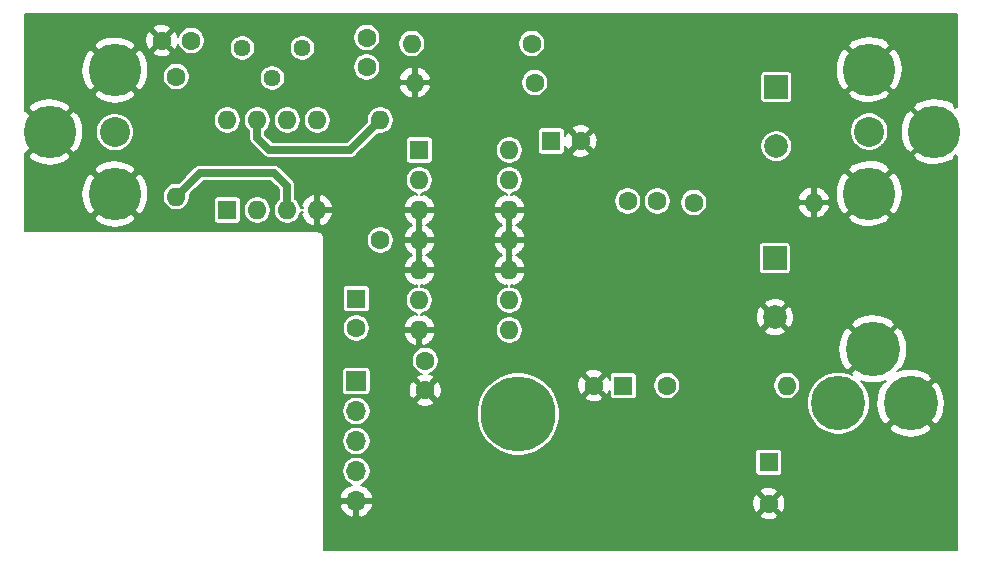
<source format=gbr>
G04 #@! TF.GenerationSoftware,KiCad,Pcbnew,(5.1.5)-3*
G04 #@! TF.CreationDate,2021-08-20T18:11:20-04:00*
G04 #@! TF.ProjectId,AudioAmp380,41756469-6f41-46d7-9033-38302e6b6963,1*
G04 #@! TF.SameCoordinates,Original*
G04 #@! TF.FileFunction,Copper,L2,Bot*
G04 #@! TF.FilePolarity,Positive*
%FSLAX46Y46*%
G04 Gerber Fmt 4.6, Leading zero omitted, Abs format (unit mm)*
G04 Created by KiCad (PCBNEW (5.1.5)-3) date 2021-08-20 18:11:20*
%MOMM*%
%LPD*%
G04 APERTURE LIST*
%ADD10R,1.600000X1.600000*%
%ADD11O,1.600000X1.600000*%
%ADD12C,1.600000*%
%ADD13C,6.350000*%
%ADD14C,4.445000*%
%ADD15C,2.540000*%
%ADD16R,1.700000X1.700000*%
%ADD17O,1.700000X1.700000*%
%ADD18C,4.600000*%
%ADD19C,1.440000*%
%ADD20C,2.000000*%
%ADD21R,2.000000X2.000000*%
%ADD22C,0.635000*%
%ADD23C,0.203200*%
G04 APERTURE END LIST*
D10*
X50058000Y-63258400D03*
D11*
X57678000Y-55638400D03*
X52598000Y-63258400D03*
X55138000Y-55638400D03*
X55138000Y-63258400D03*
X52598000Y-55638400D03*
X57678000Y-63258400D03*
X50058000Y-55638400D03*
X63012000Y-55638400D03*
D12*
X63012000Y-65798400D03*
D11*
X65933000Y-52463400D03*
D12*
X76093000Y-52463400D03*
X45740000Y-51955400D03*
D11*
X45740000Y-62115400D03*
D10*
X95905000Y-84613400D03*
D12*
X95905000Y-88113400D03*
D13*
X74696000Y-80530400D03*
D14*
X35021200Y-56654400D03*
X40533000Y-61899500D03*
X40533000Y-51409300D03*
D15*
X40533000Y-56654400D03*
D14*
X109916800Y-56613400D03*
X104405000Y-51368300D03*
X104405000Y-61858500D03*
D15*
X104405000Y-56613400D03*
D16*
X60980000Y-77736400D03*
D17*
X60980000Y-80276400D03*
X60980000Y-82816400D03*
X60980000Y-85356400D03*
X60980000Y-87896400D03*
D18*
X107905000Y-79613400D03*
X101805000Y-79613400D03*
X104705000Y-75013400D03*
D12*
X83967000Y-62496400D03*
X86467000Y-62496400D03*
D10*
X66314000Y-58178400D03*
D11*
X73934000Y-73418400D03*
X66314000Y-60718400D03*
X73934000Y-70878400D03*
X66314000Y-63258400D03*
X73934000Y-68338400D03*
X66314000Y-65798400D03*
X73934000Y-65798400D03*
X66314000Y-68338400D03*
X73934000Y-63258400D03*
X66314000Y-70878400D03*
X73934000Y-60718400D03*
X66314000Y-73418400D03*
X73934000Y-58178400D03*
D12*
X47010000Y-48907400D03*
X44510000Y-48907400D03*
X61869000Y-51153400D03*
X61869000Y-48653400D03*
D19*
X56408000Y-49542400D03*
X53868000Y-52082400D03*
X51328000Y-49542400D03*
D12*
X75839000Y-49161400D03*
D11*
X65679000Y-49161400D03*
X97429000Y-78113400D03*
D12*
X87269000Y-78113400D03*
X89555000Y-62623400D03*
D11*
X99715000Y-62623400D03*
D10*
X83586000Y-78117400D03*
D12*
X81086000Y-78117400D03*
X60980000Y-73251400D03*
D10*
X60980000Y-70751400D03*
D12*
X66822000Y-78498400D03*
X66822000Y-75998400D03*
D10*
X77490000Y-57416400D03*
D12*
X79990000Y-57416400D03*
D20*
X96413000Y-72322400D03*
D21*
X96413000Y-67322400D03*
X96540000Y-52844400D03*
D20*
X96540000Y-57844400D03*
D22*
X55138000Y-63258400D02*
X55138000Y-61226400D01*
X55138000Y-61226400D02*
X53995000Y-60083400D01*
X47772000Y-60083400D02*
X45740000Y-62115400D01*
X53995000Y-60083400D02*
X47772000Y-60083400D01*
X52598000Y-57162400D02*
X52598000Y-55638400D01*
X53614000Y-58178400D02*
X52598000Y-57162400D01*
X60472000Y-58178400D02*
X53614000Y-58178400D01*
X63012000Y-55638400D02*
X60472000Y-58178400D01*
D23*
G36*
X111858901Y-54531622D02*
G01*
X111820975Y-54493696D01*
X111710508Y-54604163D01*
X111463827Y-54224823D01*
X110968113Y-53968909D01*
X110431997Y-53814621D01*
X109876083Y-53767889D01*
X109321734Y-53830508D01*
X108790252Y-54000073D01*
X108369773Y-54224823D01*
X108123091Y-54604165D01*
X109916800Y-56397874D01*
X109930943Y-56383732D01*
X110146469Y-56599258D01*
X110132326Y-56613400D01*
X110146469Y-56627543D01*
X109930943Y-56843069D01*
X109916800Y-56828926D01*
X108123091Y-58622635D01*
X108369773Y-59001977D01*
X108865487Y-59257891D01*
X109401603Y-59412179D01*
X109957517Y-59458911D01*
X110511866Y-59396292D01*
X111043348Y-59226727D01*
X111463827Y-59001977D01*
X111710508Y-58622637D01*
X111820975Y-58733104D01*
X111858901Y-58695178D01*
X111858900Y-92067300D01*
X58224100Y-92067300D01*
X58224100Y-88274007D01*
X59570090Y-88274007D01*
X59597911Y-88365738D01*
X59716031Y-88626352D01*
X59882724Y-88858914D01*
X60091585Y-89054487D01*
X60334587Y-89205556D01*
X60602392Y-89306315D01*
X60827600Y-89195628D01*
X60827600Y-88048800D01*
X61132400Y-88048800D01*
X61132400Y-89195628D01*
X61357608Y-89306315D01*
X61625413Y-89205556D01*
X61781628Y-89108440D01*
X95125486Y-89108440D01*
X95200577Y-89342233D01*
X95453845Y-89456048D01*
X95724452Y-89518266D01*
X96001997Y-89526495D01*
X96275814Y-89480420D01*
X96535381Y-89381811D01*
X96609423Y-89342233D01*
X96684514Y-89108440D01*
X95905000Y-88328926D01*
X95125486Y-89108440D01*
X61781628Y-89108440D01*
X61868415Y-89054487D01*
X62077276Y-88858914D01*
X62243969Y-88626352D01*
X62362089Y-88365738D01*
X62389910Y-88274007D01*
X62358382Y-88210397D01*
X94491905Y-88210397D01*
X94537980Y-88484214D01*
X94636589Y-88743781D01*
X94676167Y-88817823D01*
X94909960Y-88892914D01*
X95689474Y-88113400D01*
X96120526Y-88113400D01*
X96900040Y-88892914D01*
X97133833Y-88817823D01*
X97247648Y-88564555D01*
X97309866Y-88293948D01*
X97318095Y-88016403D01*
X97272020Y-87742586D01*
X97173411Y-87483019D01*
X97133833Y-87408977D01*
X96900040Y-87333886D01*
X96120526Y-88113400D01*
X95689474Y-88113400D01*
X94909960Y-87333886D01*
X94676167Y-87408977D01*
X94562352Y-87662245D01*
X94500134Y-87932852D01*
X94491905Y-88210397D01*
X62358382Y-88210397D01*
X62278286Y-88048800D01*
X61132400Y-88048800D01*
X60827600Y-88048800D01*
X59681714Y-88048800D01*
X59570090Y-88274007D01*
X58224100Y-88274007D01*
X58224100Y-87518793D01*
X59570090Y-87518793D01*
X59681714Y-87744000D01*
X60827600Y-87744000D01*
X60827600Y-87724000D01*
X61132400Y-87724000D01*
X61132400Y-87744000D01*
X62278286Y-87744000D01*
X62389910Y-87518793D01*
X62362089Y-87427062D01*
X62243969Y-87166448D01*
X62209502Y-87118360D01*
X95125486Y-87118360D01*
X95905000Y-87897874D01*
X96684514Y-87118360D01*
X96609423Y-86884567D01*
X96356155Y-86770752D01*
X96085548Y-86708534D01*
X95808003Y-86700305D01*
X95534186Y-86746380D01*
X95274619Y-86844989D01*
X95200577Y-86884567D01*
X95125486Y-87118360D01*
X62209502Y-87118360D01*
X62077276Y-86933886D01*
X61868415Y-86738313D01*
X61625413Y-86587244D01*
X61380932Y-86495260D01*
X61551066Y-86424789D01*
X61748525Y-86292850D01*
X61916450Y-86124925D01*
X62048389Y-85927466D01*
X62139269Y-85708060D01*
X62185600Y-85475141D01*
X62185600Y-85237659D01*
X62139269Y-85004740D01*
X62048389Y-84785334D01*
X61916450Y-84587875D01*
X61748525Y-84419950D01*
X61551066Y-84288011D01*
X61331660Y-84197131D01*
X61098741Y-84150800D01*
X60861259Y-84150800D01*
X60628340Y-84197131D01*
X60408934Y-84288011D01*
X60211475Y-84419950D01*
X60043550Y-84587875D01*
X59911611Y-84785334D01*
X59820731Y-85004740D01*
X59774400Y-85237659D01*
X59774400Y-85475141D01*
X59820731Y-85708060D01*
X59911611Y-85927466D01*
X60043550Y-86124925D01*
X60211475Y-86292850D01*
X60408934Y-86424789D01*
X60579068Y-86495260D01*
X60334587Y-86587244D01*
X60091585Y-86738313D01*
X59882724Y-86933886D01*
X59716031Y-87166448D01*
X59597911Y-87427062D01*
X59570090Y-87518793D01*
X58224100Y-87518793D01*
X58224100Y-82697659D01*
X59774400Y-82697659D01*
X59774400Y-82935141D01*
X59820731Y-83168060D01*
X59911611Y-83387466D01*
X60043550Y-83584925D01*
X60211475Y-83752850D01*
X60408934Y-83884789D01*
X60628340Y-83975669D01*
X60861259Y-84022000D01*
X61098741Y-84022000D01*
X61331660Y-83975669D01*
X61551066Y-83884789D01*
X61748525Y-83752850D01*
X61916450Y-83584925D01*
X62048389Y-83387466D01*
X62139269Y-83168060D01*
X62185600Y-82935141D01*
X62185600Y-82697659D01*
X62139269Y-82464740D01*
X62048389Y-82245334D01*
X61916450Y-82047875D01*
X61748525Y-81879950D01*
X61551066Y-81748011D01*
X61331660Y-81657131D01*
X61098741Y-81610800D01*
X60861259Y-81610800D01*
X60628340Y-81657131D01*
X60408934Y-81748011D01*
X60211475Y-81879950D01*
X60043550Y-82047875D01*
X59911611Y-82245334D01*
X59820731Y-82464740D01*
X59774400Y-82697659D01*
X58224100Y-82697659D01*
X58224100Y-80157659D01*
X59774400Y-80157659D01*
X59774400Y-80395141D01*
X59820731Y-80628060D01*
X59911611Y-80847466D01*
X60043550Y-81044925D01*
X60211475Y-81212850D01*
X60408934Y-81344789D01*
X60628340Y-81435669D01*
X60861259Y-81482000D01*
X61098741Y-81482000D01*
X61331660Y-81435669D01*
X61551066Y-81344789D01*
X61748525Y-81212850D01*
X61916450Y-81044925D01*
X62048389Y-80847466D01*
X62139269Y-80628060D01*
X62185600Y-80395141D01*
X62185600Y-80182666D01*
X71165400Y-80182666D01*
X71165400Y-80878134D01*
X71301079Y-81560238D01*
X71567223Y-82202766D01*
X71953604Y-82781026D01*
X72445374Y-83272796D01*
X73023634Y-83659177D01*
X73666162Y-83925321D01*
X74348266Y-84061000D01*
X75043734Y-84061000D01*
X75725838Y-83925321D01*
X75996039Y-83813400D01*
X94747680Y-83813400D01*
X94747680Y-85413400D01*
X94754546Y-85483110D01*
X94774879Y-85550140D01*
X94807899Y-85611916D01*
X94852337Y-85666063D01*
X94906484Y-85710501D01*
X94968260Y-85743521D01*
X95035290Y-85763854D01*
X95105000Y-85770720D01*
X96705000Y-85770720D01*
X96774710Y-85763854D01*
X96841740Y-85743521D01*
X96903516Y-85710501D01*
X96957663Y-85666063D01*
X97002101Y-85611916D01*
X97035121Y-85550140D01*
X97055454Y-85483110D01*
X97062320Y-85413400D01*
X97062320Y-83813400D01*
X97055454Y-83743690D01*
X97035121Y-83676660D01*
X97002101Y-83614884D01*
X96957663Y-83560737D01*
X96903516Y-83516299D01*
X96841740Y-83483279D01*
X96774710Y-83462946D01*
X96705000Y-83456080D01*
X95105000Y-83456080D01*
X95035290Y-83462946D01*
X94968260Y-83483279D01*
X94906484Y-83516299D01*
X94852337Y-83560737D01*
X94807899Y-83614884D01*
X94774879Y-83676660D01*
X94754546Y-83743690D01*
X94747680Y-83813400D01*
X75996039Y-83813400D01*
X76368366Y-83659177D01*
X76946626Y-83272796D01*
X77438396Y-82781026D01*
X77824777Y-82202766D01*
X78090921Y-81560238D01*
X78226600Y-80878134D01*
X78226600Y-80182666D01*
X78090921Y-79500562D01*
X77930156Y-79112440D01*
X80306486Y-79112440D01*
X80381577Y-79346233D01*
X80634845Y-79460048D01*
X80905452Y-79522266D01*
X81182997Y-79530495D01*
X81456814Y-79484420D01*
X81716381Y-79385811D01*
X81779922Y-79351846D01*
X99149400Y-79351846D01*
X99149400Y-79874954D01*
X99251454Y-80388010D01*
X99451638Y-80871298D01*
X99742261Y-81306246D01*
X100112154Y-81676139D01*
X100547102Y-81966762D01*
X101030390Y-82166946D01*
X101543446Y-82269000D01*
X102066554Y-82269000D01*
X102579610Y-82166946D01*
X103062898Y-81966762D01*
X103495379Y-81677787D01*
X106056139Y-81677787D01*
X106312136Y-82065068D01*
X106821039Y-82328712D01*
X107371598Y-82488009D01*
X107942655Y-82536835D01*
X108512265Y-82473317D01*
X109058539Y-82299892D01*
X109497864Y-82065068D01*
X109753861Y-81677787D01*
X107905000Y-79828926D01*
X106056139Y-81677787D01*
X103495379Y-81677787D01*
X103497846Y-81676139D01*
X103867739Y-81306246D01*
X104158362Y-80871298D01*
X104358546Y-80388010D01*
X104460600Y-79874954D01*
X104460600Y-79351846D01*
X104358546Y-78838790D01*
X104158362Y-78355502D01*
X103867739Y-77920554D01*
X103698232Y-77751047D01*
X104171598Y-77888009D01*
X104742655Y-77936835D01*
X105312265Y-77873317D01*
X105795861Y-77719790D01*
X105840611Y-77764540D01*
X105453332Y-78020536D01*
X105189688Y-78529439D01*
X105030391Y-79079998D01*
X104981565Y-79651055D01*
X105045083Y-80220665D01*
X105218508Y-80766939D01*
X105453332Y-81206264D01*
X105840613Y-81462261D01*
X107689474Y-79613400D01*
X108120526Y-79613400D01*
X109969387Y-81462261D01*
X110356668Y-81206264D01*
X110620312Y-80697361D01*
X110779609Y-80146802D01*
X110828435Y-79575745D01*
X110764917Y-79006135D01*
X110591492Y-78459861D01*
X110356668Y-78020536D01*
X109969387Y-77764539D01*
X108120526Y-79613400D01*
X107689474Y-79613400D01*
X107675332Y-79599258D01*
X107890858Y-79383732D01*
X107905000Y-79397874D01*
X109753861Y-77549013D01*
X109497864Y-77161732D01*
X108988961Y-76898088D01*
X108438402Y-76738791D01*
X107867345Y-76689965D01*
X107297735Y-76753483D01*
X106814139Y-76907010D01*
X106769389Y-76862260D01*
X107156668Y-76606264D01*
X107420312Y-76097361D01*
X107579609Y-75546802D01*
X107628435Y-74975745D01*
X107564917Y-74406135D01*
X107391492Y-73859861D01*
X107156668Y-73420536D01*
X106769387Y-73164539D01*
X104920526Y-75013400D01*
X104934669Y-75027543D01*
X104719143Y-75243069D01*
X104705000Y-75228926D01*
X102856139Y-77077787D01*
X102944075Y-77210820D01*
X102579610Y-77059854D01*
X102066554Y-76957800D01*
X101543446Y-76957800D01*
X101030390Y-77059854D01*
X100547102Y-77260038D01*
X100112154Y-77550661D01*
X99742261Y-77920554D01*
X99451638Y-78355502D01*
X99251454Y-78838790D01*
X99149400Y-79351846D01*
X81779922Y-79351846D01*
X81790423Y-79346233D01*
X81865514Y-79112440D01*
X81086000Y-78332926D01*
X80306486Y-79112440D01*
X77930156Y-79112440D01*
X77824777Y-78858034D01*
X77438396Y-78279774D01*
X77373019Y-78214397D01*
X79672905Y-78214397D01*
X79718980Y-78488214D01*
X79817589Y-78747781D01*
X79857167Y-78821823D01*
X80090960Y-78896914D01*
X80870474Y-78117400D01*
X81301526Y-78117400D01*
X82081040Y-78896914D01*
X82314833Y-78821823D01*
X82428648Y-78568555D01*
X82428680Y-78568416D01*
X82428680Y-78917400D01*
X82435546Y-78987110D01*
X82455879Y-79054140D01*
X82488899Y-79115916D01*
X82533337Y-79170063D01*
X82587484Y-79214501D01*
X82649260Y-79247521D01*
X82716290Y-79267854D01*
X82786000Y-79274720D01*
X84386000Y-79274720D01*
X84455710Y-79267854D01*
X84522740Y-79247521D01*
X84584516Y-79214501D01*
X84638663Y-79170063D01*
X84683101Y-79115916D01*
X84716121Y-79054140D01*
X84736454Y-78987110D01*
X84743320Y-78917400D01*
X84743320Y-77999583D01*
X86113400Y-77999583D01*
X86113400Y-78227217D01*
X86157809Y-78450476D01*
X86244921Y-78660782D01*
X86371387Y-78850052D01*
X86532348Y-79011013D01*
X86721618Y-79137479D01*
X86931924Y-79224591D01*
X87155183Y-79269000D01*
X87382817Y-79269000D01*
X87606076Y-79224591D01*
X87816382Y-79137479D01*
X88005652Y-79011013D01*
X88166613Y-78850052D01*
X88293079Y-78660782D01*
X88380191Y-78450476D01*
X88424600Y-78227217D01*
X88424600Y-77999583D01*
X96273400Y-77999583D01*
X96273400Y-78227217D01*
X96317809Y-78450476D01*
X96404921Y-78660782D01*
X96531387Y-78850052D01*
X96692348Y-79011013D01*
X96881618Y-79137479D01*
X97091924Y-79224591D01*
X97315183Y-79269000D01*
X97542817Y-79269000D01*
X97766076Y-79224591D01*
X97976382Y-79137479D01*
X98165652Y-79011013D01*
X98326613Y-78850052D01*
X98453079Y-78660782D01*
X98540191Y-78450476D01*
X98584600Y-78227217D01*
X98584600Y-77999583D01*
X98540191Y-77776324D01*
X98453079Y-77566018D01*
X98326613Y-77376748D01*
X98165652Y-77215787D01*
X97976382Y-77089321D01*
X97766076Y-77002209D01*
X97542817Y-76957800D01*
X97315183Y-76957800D01*
X97091924Y-77002209D01*
X96881618Y-77089321D01*
X96692348Y-77215787D01*
X96531387Y-77376748D01*
X96404921Y-77566018D01*
X96317809Y-77776324D01*
X96273400Y-77999583D01*
X88424600Y-77999583D01*
X88380191Y-77776324D01*
X88293079Y-77566018D01*
X88166613Y-77376748D01*
X88005652Y-77215787D01*
X87816382Y-77089321D01*
X87606076Y-77002209D01*
X87382817Y-76957800D01*
X87155183Y-76957800D01*
X86931924Y-77002209D01*
X86721618Y-77089321D01*
X86532348Y-77215787D01*
X86371387Y-77376748D01*
X86244921Y-77566018D01*
X86157809Y-77776324D01*
X86113400Y-77999583D01*
X84743320Y-77999583D01*
X84743320Y-77317400D01*
X84736454Y-77247690D01*
X84716121Y-77180660D01*
X84683101Y-77118884D01*
X84638663Y-77064737D01*
X84584516Y-77020299D01*
X84522740Y-76987279D01*
X84455710Y-76966946D01*
X84386000Y-76960080D01*
X82786000Y-76960080D01*
X82716290Y-76966946D01*
X82649260Y-76987279D01*
X82587484Y-77020299D01*
X82533337Y-77064737D01*
X82488899Y-77118884D01*
X82455879Y-77180660D01*
X82435546Y-77247690D01*
X82428680Y-77317400D01*
X82428680Y-77682516D01*
X82354411Y-77487019D01*
X82314833Y-77412977D01*
X82081040Y-77337886D01*
X81301526Y-78117400D01*
X80870474Y-78117400D01*
X80090960Y-77337886D01*
X79857167Y-77412977D01*
X79743352Y-77666245D01*
X79681134Y-77936852D01*
X79672905Y-78214397D01*
X77373019Y-78214397D01*
X76946626Y-77788004D01*
X76368366Y-77401623D01*
X75725838Y-77135479D01*
X75659885Y-77122360D01*
X80306486Y-77122360D01*
X81086000Y-77901874D01*
X81865514Y-77122360D01*
X81790423Y-76888567D01*
X81537155Y-76774752D01*
X81266548Y-76712534D01*
X80989003Y-76704305D01*
X80715186Y-76750380D01*
X80455619Y-76848989D01*
X80381577Y-76888567D01*
X80306486Y-77122360D01*
X75659885Y-77122360D01*
X75043734Y-76999800D01*
X74348266Y-76999800D01*
X73666162Y-77135479D01*
X73023634Y-77401623D01*
X72445374Y-77788004D01*
X71953604Y-78279774D01*
X71567223Y-78858034D01*
X71301079Y-79500562D01*
X71165400Y-80182666D01*
X62185600Y-80182666D01*
X62185600Y-80157659D01*
X62139269Y-79924740D01*
X62048389Y-79705334D01*
X61916450Y-79507875D01*
X61902015Y-79493440D01*
X66042486Y-79493440D01*
X66117577Y-79727233D01*
X66370845Y-79841048D01*
X66641452Y-79903266D01*
X66918997Y-79911495D01*
X67192814Y-79865420D01*
X67452381Y-79766811D01*
X67526423Y-79727233D01*
X67601514Y-79493440D01*
X66822000Y-78713926D01*
X66042486Y-79493440D01*
X61902015Y-79493440D01*
X61748525Y-79339950D01*
X61551066Y-79208011D01*
X61331660Y-79117131D01*
X61098741Y-79070800D01*
X60861259Y-79070800D01*
X60628340Y-79117131D01*
X60408934Y-79208011D01*
X60211475Y-79339950D01*
X60043550Y-79507875D01*
X59911611Y-79705334D01*
X59820731Y-79924740D01*
X59774400Y-80157659D01*
X58224100Y-80157659D01*
X58224100Y-76886400D01*
X59772680Y-76886400D01*
X59772680Y-78586400D01*
X59779546Y-78656110D01*
X59799879Y-78723140D01*
X59832899Y-78784916D01*
X59877337Y-78839063D01*
X59931484Y-78883501D01*
X59993260Y-78916521D01*
X60060290Y-78936854D01*
X60130000Y-78943720D01*
X61830000Y-78943720D01*
X61899710Y-78936854D01*
X61966740Y-78916521D01*
X62028516Y-78883501D01*
X62082663Y-78839063D01*
X62127101Y-78784916D01*
X62160121Y-78723140D01*
X62180454Y-78656110D01*
X62186433Y-78595397D01*
X65408905Y-78595397D01*
X65454980Y-78869214D01*
X65553589Y-79128781D01*
X65593167Y-79202823D01*
X65826960Y-79277914D01*
X66606474Y-78498400D01*
X67037526Y-78498400D01*
X67817040Y-79277914D01*
X68050833Y-79202823D01*
X68164648Y-78949555D01*
X68226866Y-78678948D01*
X68235095Y-78401403D01*
X68189020Y-78127586D01*
X68090411Y-77868019D01*
X68050833Y-77793977D01*
X67817040Y-77718886D01*
X67037526Y-78498400D01*
X66606474Y-78498400D01*
X65826960Y-77718886D01*
X65593167Y-77793977D01*
X65479352Y-78047245D01*
X65417134Y-78317852D01*
X65408905Y-78595397D01*
X62186433Y-78595397D01*
X62187320Y-78586400D01*
X62187320Y-76886400D01*
X62180454Y-76816690D01*
X62160121Y-76749660D01*
X62127101Y-76687884D01*
X62082663Y-76633737D01*
X62028516Y-76589299D01*
X61966740Y-76556279D01*
X61899710Y-76535946D01*
X61830000Y-76529080D01*
X60130000Y-76529080D01*
X60060290Y-76535946D01*
X59993260Y-76556279D01*
X59931484Y-76589299D01*
X59877337Y-76633737D01*
X59832899Y-76687884D01*
X59799879Y-76749660D01*
X59779546Y-76816690D01*
X59772680Y-76886400D01*
X58224100Y-76886400D01*
X58224100Y-75884583D01*
X65666400Y-75884583D01*
X65666400Y-76112217D01*
X65710809Y-76335476D01*
X65797921Y-76545782D01*
X65924387Y-76735052D01*
X66085348Y-76896013D01*
X66274618Y-77022479D01*
X66484924Y-77109591D01*
X66528804Y-77118319D01*
X66451186Y-77131380D01*
X66191619Y-77229989D01*
X66117577Y-77269567D01*
X66042486Y-77503360D01*
X66822000Y-78282874D01*
X67601514Y-77503360D01*
X67526423Y-77269567D01*
X67273155Y-77155752D01*
X67112596Y-77118836D01*
X67159076Y-77109591D01*
X67369382Y-77022479D01*
X67558652Y-76896013D01*
X67719613Y-76735052D01*
X67846079Y-76545782D01*
X67933191Y-76335476D01*
X67977600Y-76112217D01*
X67977600Y-75884583D01*
X67933191Y-75661324D01*
X67846079Y-75451018D01*
X67719613Y-75261748D01*
X67558652Y-75100787D01*
X67484223Y-75051055D01*
X101781565Y-75051055D01*
X101845083Y-75620665D01*
X102018508Y-76166939D01*
X102253332Y-76606264D01*
X102640613Y-76862261D01*
X104489474Y-75013400D01*
X102640613Y-73164539D01*
X102253332Y-73420536D01*
X101989688Y-73929439D01*
X101830391Y-74479998D01*
X101781565Y-75051055D01*
X67484223Y-75051055D01*
X67369382Y-74974321D01*
X67159076Y-74887209D01*
X66935817Y-74842800D01*
X66708183Y-74842800D01*
X66484924Y-74887209D01*
X66274618Y-74974321D01*
X66085348Y-75100787D01*
X65924387Y-75261748D01*
X65797921Y-75451018D01*
X65710809Y-75661324D01*
X65666400Y-75884583D01*
X58224100Y-75884583D01*
X58224100Y-73137583D01*
X59824400Y-73137583D01*
X59824400Y-73365217D01*
X59868809Y-73588476D01*
X59955921Y-73798782D01*
X60082387Y-73988052D01*
X60243348Y-74149013D01*
X60432618Y-74275479D01*
X60642924Y-74362591D01*
X60866183Y-74407000D01*
X61093817Y-74407000D01*
X61317076Y-74362591D01*
X61527382Y-74275479D01*
X61716652Y-74149013D01*
X61877613Y-73988052D01*
X62004079Y-73798782D01*
X62008486Y-73788141D01*
X64953756Y-73788141D01*
X64977577Y-73866685D01*
X65090712Y-74118795D01*
X65250857Y-74343989D01*
X65451858Y-74533613D01*
X65685991Y-74680380D01*
X65944258Y-74778650D01*
X66161600Y-74667343D01*
X66161600Y-73570800D01*
X66466400Y-73570800D01*
X66466400Y-74667343D01*
X66683742Y-74778650D01*
X66942009Y-74680380D01*
X67176142Y-74533613D01*
X67377143Y-74343989D01*
X67537288Y-74118795D01*
X67650423Y-73866685D01*
X67674244Y-73788141D01*
X67561929Y-73570800D01*
X66466400Y-73570800D01*
X66161600Y-73570800D01*
X65066071Y-73570800D01*
X64953756Y-73788141D01*
X62008486Y-73788141D01*
X62091191Y-73588476D01*
X62135600Y-73365217D01*
X62135600Y-73304583D01*
X72778400Y-73304583D01*
X72778400Y-73532217D01*
X72822809Y-73755476D01*
X72909921Y-73965782D01*
X73036387Y-74155052D01*
X73197348Y-74316013D01*
X73386618Y-74442479D01*
X73596924Y-74529591D01*
X73820183Y-74574000D01*
X74047817Y-74574000D01*
X74271076Y-74529591D01*
X74481382Y-74442479D01*
X74670652Y-74316013D01*
X74831613Y-74155052D01*
X74958079Y-73965782D01*
X75045191Y-73755476D01*
X75089600Y-73532217D01*
X75089600Y-73460445D01*
X95490481Y-73460445D01*
X95589847Y-73714651D01*
X95877278Y-73848488D01*
X96185297Y-73923679D01*
X96502066Y-73937334D01*
X96815413Y-73888927D01*
X97113295Y-73780320D01*
X97236153Y-73714651D01*
X97335519Y-73460445D01*
X96413000Y-72537926D01*
X95490481Y-73460445D01*
X75089600Y-73460445D01*
X75089600Y-73304583D01*
X75045191Y-73081324D01*
X74958079Y-72871018D01*
X74831613Y-72681748D01*
X74670652Y-72520787D01*
X74507042Y-72411466D01*
X94798066Y-72411466D01*
X94846473Y-72724813D01*
X94955080Y-73022695D01*
X95020749Y-73145553D01*
X95274955Y-73244919D01*
X96197474Y-72322400D01*
X96628526Y-72322400D01*
X97551045Y-73244919D01*
X97805251Y-73145553D01*
X97896766Y-72949013D01*
X102856139Y-72949013D01*
X104705000Y-74797874D01*
X106553861Y-72949013D01*
X106297864Y-72561732D01*
X105788961Y-72298088D01*
X105238402Y-72138791D01*
X104667345Y-72089965D01*
X104097735Y-72153483D01*
X103551461Y-72326908D01*
X103112136Y-72561732D01*
X102856139Y-72949013D01*
X97896766Y-72949013D01*
X97939088Y-72858122D01*
X98014279Y-72550103D01*
X98027934Y-72233334D01*
X97979527Y-71919987D01*
X97870920Y-71622105D01*
X97805251Y-71499247D01*
X97551045Y-71399881D01*
X96628526Y-72322400D01*
X96197474Y-72322400D01*
X95274955Y-71399881D01*
X95020749Y-71499247D01*
X94886912Y-71786678D01*
X94811721Y-72094697D01*
X94798066Y-72411466D01*
X74507042Y-72411466D01*
X74481382Y-72394321D01*
X74271076Y-72307209D01*
X74047817Y-72262800D01*
X73820183Y-72262800D01*
X73596924Y-72307209D01*
X73386618Y-72394321D01*
X73197348Y-72520787D01*
X73036387Y-72681748D01*
X72909921Y-72871018D01*
X72822809Y-73081324D01*
X72778400Y-73304583D01*
X62135600Y-73304583D01*
X62135600Y-73137583D01*
X62091191Y-72914324D01*
X62004079Y-72704018D01*
X61877613Y-72514748D01*
X61716652Y-72353787D01*
X61527382Y-72227321D01*
X61317076Y-72140209D01*
X61093817Y-72095800D01*
X60866183Y-72095800D01*
X60642924Y-72140209D01*
X60432618Y-72227321D01*
X60243348Y-72353787D01*
X60082387Y-72514748D01*
X59955921Y-72704018D01*
X59868809Y-72914324D01*
X59824400Y-73137583D01*
X58224100Y-73137583D01*
X58224100Y-69951400D01*
X59822680Y-69951400D01*
X59822680Y-71551400D01*
X59829546Y-71621110D01*
X59849879Y-71688140D01*
X59882899Y-71749916D01*
X59927337Y-71804063D01*
X59981484Y-71848501D01*
X60043260Y-71881521D01*
X60110290Y-71901854D01*
X60180000Y-71908720D01*
X61780000Y-71908720D01*
X61849710Y-71901854D01*
X61916740Y-71881521D01*
X61978516Y-71848501D01*
X62032663Y-71804063D01*
X62077101Y-71749916D01*
X62110121Y-71688140D01*
X62130454Y-71621110D01*
X62137320Y-71551400D01*
X62137320Y-69951400D01*
X62130454Y-69881690D01*
X62110121Y-69814660D01*
X62077101Y-69752884D01*
X62032663Y-69698737D01*
X61978516Y-69654299D01*
X61916740Y-69621279D01*
X61849710Y-69600946D01*
X61780000Y-69594080D01*
X60180000Y-69594080D01*
X60110290Y-69600946D01*
X60043260Y-69621279D01*
X59981484Y-69654299D01*
X59927337Y-69698737D01*
X59882899Y-69752884D01*
X59849879Y-69814660D01*
X59829546Y-69881690D01*
X59822680Y-69951400D01*
X58224100Y-69951400D01*
X58224100Y-68708141D01*
X64953756Y-68708141D01*
X64977577Y-68786685D01*
X65090712Y-69038795D01*
X65250857Y-69263989D01*
X65451858Y-69453613D01*
X65685991Y-69600380D01*
X65944258Y-69698650D01*
X66161598Y-69587344D01*
X66161598Y-69730475D01*
X65976924Y-69767209D01*
X65766618Y-69854321D01*
X65577348Y-69980787D01*
X65416387Y-70141748D01*
X65289921Y-70331018D01*
X65202809Y-70541324D01*
X65158400Y-70764583D01*
X65158400Y-70992217D01*
X65202809Y-71215476D01*
X65289921Y-71425782D01*
X65416387Y-71615052D01*
X65577348Y-71776013D01*
X65766618Y-71902479D01*
X65976924Y-71989591D01*
X66161598Y-72026325D01*
X66161598Y-72169456D01*
X65944258Y-72058150D01*
X65685991Y-72156420D01*
X65451858Y-72303187D01*
X65250857Y-72492811D01*
X65090712Y-72718005D01*
X64977577Y-72970115D01*
X64953756Y-73048659D01*
X65066071Y-73266000D01*
X66161600Y-73266000D01*
X66161600Y-73246000D01*
X66466400Y-73246000D01*
X66466400Y-73266000D01*
X67561929Y-73266000D01*
X67674244Y-73048659D01*
X67650423Y-72970115D01*
X67537288Y-72718005D01*
X67377143Y-72492811D01*
X67176142Y-72303187D01*
X66942009Y-72156420D01*
X66683742Y-72058150D01*
X66466402Y-72169456D01*
X66466402Y-72026325D01*
X66651076Y-71989591D01*
X66861382Y-71902479D01*
X67050652Y-71776013D01*
X67211613Y-71615052D01*
X67338079Y-71425782D01*
X67425191Y-71215476D01*
X67469600Y-70992217D01*
X67469600Y-70764583D01*
X67425191Y-70541324D01*
X67338079Y-70331018D01*
X67211613Y-70141748D01*
X67050652Y-69980787D01*
X66861382Y-69854321D01*
X66651076Y-69767209D01*
X66466402Y-69730475D01*
X66466402Y-69587344D01*
X66683742Y-69698650D01*
X66942009Y-69600380D01*
X67176142Y-69453613D01*
X67377143Y-69263989D01*
X67537288Y-69038795D01*
X67650423Y-68786685D01*
X67674244Y-68708141D01*
X72573756Y-68708141D01*
X72597577Y-68786685D01*
X72710712Y-69038795D01*
X72870857Y-69263989D01*
X73071858Y-69453613D01*
X73305991Y-69600380D01*
X73564258Y-69698650D01*
X73781598Y-69587344D01*
X73781598Y-69730475D01*
X73596924Y-69767209D01*
X73386618Y-69854321D01*
X73197348Y-69980787D01*
X73036387Y-70141748D01*
X72909921Y-70331018D01*
X72822809Y-70541324D01*
X72778400Y-70764583D01*
X72778400Y-70992217D01*
X72822809Y-71215476D01*
X72909921Y-71425782D01*
X73036387Y-71615052D01*
X73197348Y-71776013D01*
X73386618Y-71902479D01*
X73596924Y-71989591D01*
X73820183Y-72034000D01*
X74047817Y-72034000D01*
X74271076Y-71989591D01*
X74481382Y-71902479D01*
X74670652Y-71776013D01*
X74831613Y-71615052D01*
X74958079Y-71425782D01*
X75045191Y-71215476D01*
X75051381Y-71184355D01*
X95490481Y-71184355D01*
X96413000Y-72106874D01*
X97335519Y-71184355D01*
X97236153Y-70930149D01*
X96948722Y-70796312D01*
X96640703Y-70721121D01*
X96323934Y-70707466D01*
X96010587Y-70755873D01*
X95712705Y-70864480D01*
X95589847Y-70930149D01*
X95490481Y-71184355D01*
X75051381Y-71184355D01*
X75089600Y-70992217D01*
X75089600Y-70764583D01*
X75045191Y-70541324D01*
X74958079Y-70331018D01*
X74831613Y-70141748D01*
X74670652Y-69980787D01*
X74481382Y-69854321D01*
X74271076Y-69767209D01*
X74086402Y-69730475D01*
X74086402Y-69587344D01*
X74303742Y-69698650D01*
X74562009Y-69600380D01*
X74796142Y-69453613D01*
X74997143Y-69263989D01*
X75157288Y-69038795D01*
X75270423Y-68786685D01*
X75294244Y-68708141D01*
X75181929Y-68490800D01*
X74086400Y-68490800D01*
X74086400Y-68510800D01*
X73781600Y-68510800D01*
X73781600Y-68490800D01*
X72686071Y-68490800D01*
X72573756Y-68708141D01*
X67674244Y-68708141D01*
X67561929Y-68490800D01*
X66466400Y-68490800D01*
X66466400Y-68510800D01*
X66161600Y-68510800D01*
X66161600Y-68490800D01*
X65066071Y-68490800D01*
X64953756Y-68708141D01*
X58224100Y-68708141D01*
X58224100Y-65684583D01*
X61856400Y-65684583D01*
X61856400Y-65912217D01*
X61900809Y-66135476D01*
X61987921Y-66345782D01*
X62114387Y-66535052D01*
X62275348Y-66696013D01*
X62464618Y-66822479D01*
X62674924Y-66909591D01*
X62898183Y-66954000D01*
X63125817Y-66954000D01*
X63349076Y-66909591D01*
X63559382Y-66822479D01*
X63748652Y-66696013D01*
X63909613Y-66535052D01*
X64036079Y-66345782D01*
X64109660Y-66168141D01*
X64953756Y-66168141D01*
X64977577Y-66246685D01*
X65090712Y-66498795D01*
X65250857Y-66723989D01*
X65451858Y-66913613D01*
X65685991Y-67060380D01*
X65707069Y-67068400D01*
X65685991Y-67076420D01*
X65451858Y-67223187D01*
X65250857Y-67412811D01*
X65090712Y-67638005D01*
X64977577Y-67890115D01*
X64953756Y-67968659D01*
X65066071Y-68186000D01*
X66161600Y-68186000D01*
X66161600Y-67089457D01*
X66120483Y-67068400D01*
X66161600Y-67047343D01*
X66161600Y-65950800D01*
X66466400Y-65950800D01*
X66466400Y-67047343D01*
X66507517Y-67068400D01*
X66466400Y-67089457D01*
X66466400Y-68186000D01*
X67561929Y-68186000D01*
X67674244Y-67968659D01*
X67650423Y-67890115D01*
X67537288Y-67638005D01*
X67377143Y-67412811D01*
X67176142Y-67223187D01*
X66942009Y-67076420D01*
X66920931Y-67068400D01*
X66942009Y-67060380D01*
X67176142Y-66913613D01*
X67377143Y-66723989D01*
X67537288Y-66498795D01*
X67650423Y-66246685D01*
X67674244Y-66168141D01*
X72573756Y-66168141D01*
X72597577Y-66246685D01*
X72710712Y-66498795D01*
X72870857Y-66723989D01*
X73071858Y-66913613D01*
X73305991Y-67060380D01*
X73327069Y-67068400D01*
X73305991Y-67076420D01*
X73071858Y-67223187D01*
X72870857Y-67412811D01*
X72710712Y-67638005D01*
X72597577Y-67890115D01*
X72573756Y-67968659D01*
X72686071Y-68186000D01*
X73781600Y-68186000D01*
X73781600Y-67089457D01*
X73740483Y-67068400D01*
X73781600Y-67047343D01*
X73781600Y-65950800D01*
X74086400Y-65950800D01*
X74086400Y-67047343D01*
X74127517Y-67068400D01*
X74086400Y-67089457D01*
X74086400Y-68186000D01*
X75181929Y-68186000D01*
X75294244Y-67968659D01*
X75270423Y-67890115D01*
X75157288Y-67638005D01*
X74997143Y-67412811D01*
X74796142Y-67223187D01*
X74562009Y-67076420D01*
X74540931Y-67068400D01*
X74562009Y-67060380D01*
X74796142Y-66913613D01*
X74997143Y-66723989D01*
X75157288Y-66498795D01*
X75236445Y-66322400D01*
X95055680Y-66322400D01*
X95055680Y-68322400D01*
X95062546Y-68392110D01*
X95082879Y-68459140D01*
X95115899Y-68520916D01*
X95160337Y-68575063D01*
X95214484Y-68619501D01*
X95276260Y-68652521D01*
X95343290Y-68672854D01*
X95413000Y-68679720D01*
X97413000Y-68679720D01*
X97482710Y-68672854D01*
X97549740Y-68652521D01*
X97611516Y-68619501D01*
X97665663Y-68575063D01*
X97710101Y-68520916D01*
X97743121Y-68459140D01*
X97763454Y-68392110D01*
X97770320Y-68322400D01*
X97770320Y-66322400D01*
X97763454Y-66252690D01*
X97743121Y-66185660D01*
X97710101Y-66123884D01*
X97665663Y-66069737D01*
X97611516Y-66025299D01*
X97549740Y-65992279D01*
X97482710Y-65971946D01*
X97413000Y-65965080D01*
X95413000Y-65965080D01*
X95343290Y-65971946D01*
X95276260Y-65992279D01*
X95214484Y-66025299D01*
X95160337Y-66069737D01*
X95115899Y-66123884D01*
X95082879Y-66185660D01*
X95062546Y-66252690D01*
X95055680Y-66322400D01*
X75236445Y-66322400D01*
X75270423Y-66246685D01*
X75294244Y-66168141D01*
X75181929Y-65950800D01*
X74086400Y-65950800D01*
X73781600Y-65950800D01*
X72686071Y-65950800D01*
X72573756Y-66168141D01*
X67674244Y-66168141D01*
X67561929Y-65950800D01*
X66466400Y-65950800D01*
X66161600Y-65950800D01*
X65066071Y-65950800D01*
X64953756Y-66168141D01*
X64109660Y-66168141D01*
X64123191Y-66135476D01*
X64167600Y-65912217D01*
X64167600Y-65684583D01*
X64123191Y-65461324D01*
X64036079Y-65251018D01*
X63909613Y-65061748D01*
X63748652Y-64900787D01*
X63559382Y-64774321D01*
X63349076Y-64687209D01*
X63125817Y-64642800D01*
X62898183Y-64642800D01*
X62674924Y-64687209D01*
X62464618Y-64774321D01*
X62275348Y-64900787D01*
X62114387Y-65061748D01*
X61987921Y-65251018D01*
X61900809Y-65461324D01*
X61856400Y-65684583D01*
X58224100Y-65684583D01*
X58224100Y-65640223D01*
X58226742Y-65613400D01*
X58216198Y-65506346D01*
X58184972Y-65403406D01*
X58134262Y-65308535D01*
X58066019Y-65225381D01*
X57982865Y-65157138D01*
X57887994Y-65106428D01*
X57785054Y-65075202D01*
X57704824Y-65067300D01*
X57678000Y-65064658D01*
X57651176Y-65067300D01*
X32951100Y-65067300D01*
X32951100Y-63908735D01*
X38739291Y-63908735D01*
X38985973Y-64288077D01*
X39481687Y-64543991D01*
X40017803Y-64698279D01*
X40573717Y-64745011D01*
X41128066Y-64682392D01*
X41659548Y-64512827D01*
X42080027Y-64288077D01*
X42326709Y-63908735D01*
X40533000Y-62115026D01*
X38739291Y-63908735D01*
X32951100Y-63908735D01*
X32951100Y-61940217D01*
X37687489Y-61940217D01*
X37750108Y-62494566D01*
X37919673Y-63026048D01*
X38144423Y-63446527D01*
X38523765Y-63693209D01*
X40317474Y-61899500D01*
X40748526Y-61899500D01*
X42542235Y-63693209D01*
X42921577Y-63446527D01*
X43177491Y-62950813D01*
X43331779Y-62414697D01*
X43366506Y-62001583D01*
X44584400Y-62001583D01*
X44584400Y-62229217D01*
X44628809Y-62452476D01*
X44715921Y-62662782D01*
X44842387Y-62852052D01*
X45003348Y-63013013D01*
X45192618Y-63139479D01*
X45402924Y-63226591D01*
X45626183Y-63271000D01*
X45853817Y-63271000D01*
X46077076Y-63226591D01*
X46287382Y-63139479D01*
X46476652Y-63013013D01*
X46637613Y-62852052D01*
X46764079Y-62662782D01*
X46848737Y-62458400D01*
X48900680Y-62458400D01*
X48900680Y-64058400D01*
X48907546Y-64128110D01*
X48927879Y-64195140D01*
X48960899Y-64256916D01*
X49005337Y-64311063D01*
X49059484Y-64355501D01*
X49121260Y-64388521D01*
X49188290Y-64408854D01*
X49258000Y-64415720D01*
X50858000Y-64415720D01*
X50927710Y-64408854D01*
X50994740Y-64388521D01*
X51056516Y-64355501D01*
X51110663Y-64311063D01*
X51155101Y-64256916D01*
X51188121Y-64195140D01*
X51208454Y-64128110D01*
X51215320Y-64058400D01*
X51215320Y-63144583D01*
X51442400Y-63144583D01*
X51442400Y-63372217D01*
X51486809Y-63595476D01*
X51573921Y-63805782D01*
X51700387Y-63995052D01*
X51861348Y-64156013D01*
X52050618Y-64282479D01*
X52260924Y-64369591D01*
X52484183Y-64414000D01*
X52711817Y-64414000D01*
X52935076Y-64369591D01*
X53145382Y-64282479D01*
X53334652Y-64156013D01*
X53495613Y-63995052D01*
X53622079Y-63805782D01*
X53709191Y-63595476D01*
X53753600Y-63372217D01*
X53753600Y-63144583D01*
X53709191Y-62921324D01*
X53622079Y-62711018D01*
X53495613Y-62521748D01*
X53334652Y-62360787D01*
X53145382Y-62234321D01*
X52935076Y-62147209D01*
X52711817Y-62102800D01*
X52484183Y-62102800D01*
X52260924Y-62147209D01*
X52050618Y-62234321D01*
X51861348Y-62360787D01*
X51700387Y-62521748D01*
X51573921Y-62711018D01*
X51486809Y-62921324D01*
X51442400Y-63144583D01*
X51215320Y-63144583D01*
X51215320Y-62458400D01*
X51208454Y-62388690D01*
X51188121Y-62321660D01*
X51155101Y-62259884D01*
X51110663Y-62205737D01*
X51056516Y-62161299D01*
X50994740Y-62128279D01*
X50927710Y-62107946D01*
X50858000Y-62101080D01*
X49258000Y-62101080D01*
X49188290Y-62107946D01*
X49121260Y-62128279D01*
X49059484Y-62161299D01*
X49005337Y-62205737D01*
X48960899Y-62259884D01*
X48927879Y-62321660D01*
X48907546Y-62388690D01*
X48900680Y-62458400D01*
X46848737Y-62458400D01*
X46851191Y-62452476D01*
X46895600Y-62229217D01*
X46895600Y-62001583D01*
X46880688Y-61926618D01*
X48050807Y-60756500D01*
X53716194Y-60756500D01*
X54464901Y-61505208D01*
X54464900Y-62318323D01*
X54401348Y-62360787D01*
X54240387Y-62521748D01*
X54113921Y-62711018D01*
X54026809Y-62921324D01*
X53982400Y-63144583D01*
X53982400Y-63372217D01*
X54026809Y-63595476D01*
X54113921Y-63805782D01*
X54240387Y-63995052D01*
X54401348Y-64156013D01*
X54590618Y-64282479D01*
X54800924Y-64369591D01*
X55024183Y-64414000D01*
X55251817Y-64414000D01*
X55475076Y-64369591D01*
X55685382Y-64282479D01*
X55874652Y-64156013D01*
X56035613Y-63995052D01*
X56162079Y-63805782D01*
X56249191Y-63595476D01*
X56285925Y-63410802D01*
X56429056Y-63410802D01*
X56317750Y-63628142D01*
X56416020Y-63886409D01*
X56562787Y-64120542D01*
X56752411Y-64321543D01*
X56977605Y-64481688D01*
X57229715Y-64594823D01*
X57308259Y-64618644D01*
X57525600Y-64506329D01*
X57525600Y-63410800D01*
X57830400Y-63410800D01*
X57830400Y-64506329D01*
X58047741Y-64618644D01*
X58126285Y-64594823D01*
X58378395Y-64481688D01*
X58603589Y-64321543D01*
X58793213Y-64120542D01*
X58939980Y-63886409D01*
X59038250Y-63628142D01*
X59038250Y-63628141D01*
X64953756Y-63628141D01*
X64977577Y-63706685D01*
X65090712Y-63958795D01*
X65250857Y-64183989D01*
X65451858Y-64373613D01*
X65685991Y-64520380D01*
X65707069Y-64528400D01*
X65685991Y-64536420D01*
X65451858Y-64683187D01*
X65250857Y-64872811D01*
X65090712Y-65098005D01*
X64977577Y-65350115D01*
X64953756Y-65428659D01*
X65066071Y-65646000D01*
X66161600Y-65646000D01*
X66161600Y-64549457D01*
X66120483Y-64528400D01*
X66161600Y-64507343D01*
X66161600Y-63410800D01*
X66466400Y-63410800D01*
X66466400Y-64507343D01*
X66507517Y-64528400D01*
X66466400Y-64549457D01*
X66466400Y-65646000D01*
X67561929Y-65646000D01*
X67674244Y-65428659D01*
X67650423Y-65350115D01*
X67537288Y-65098005D01*
X67377143Y-64872811D01*
X67176142Y-64683187D01*
X66942009Y-64536420D01*
X66920931Y-64528400D01*
X66942009Y-64520380D01*
X67176142Y-64373613D01*
X67377143Y-64183989D01*
X67537288Y-63958795D01*
X67650423Y-63706685D01*
X67674244Y-63628141D01*
X72573756Y-63628141D01*
X72597577Y-63706685D01*
X72710712Y-63958795D01*
X72870857Y-64183989D01*
X73071858Y-64373613D01*
X73305991Y-64520380D01*
X73327069Y-64528400D01*
X73305991Y-64536420D01*
X73071858Y-64683187D01*
X72870857Y-64872811D01*
X72710712Y-65098005D01*
X72597577Y-65350115D01*
X72573756Y-65428659D01*
X72686071Y-65646000D01*
X73781600Y-65646000D01*
X73781600Y-64549457D01*
X73740483Y-64528400D01*
X73781600Y-64507343D01*
X73781600Y-63410800D01*
X74086400Y-63410800D01*
X74086400Y-64507343D01*
X74127517Y-64528400D01*
X74086400Y-64549457D01*
X74086400Y-65646000D01*
X75181929Y-65646000D01*
X75294244Y-65428659D01*
X75270423Y-65350115D01*
X75157288Y-65098005D01*
X74997143Y-64872811D01*
X74796142Y-64683187D01*
X74562009Y-64536420D01*
X74540931Y-64528400D01*
X74562009Y-64520380D01*
X74796142Y-64373613D01*
X74997143Y-64183989D01*
X75157288Y-63958795D01*
X75270423Y-63706685D01*
X75294244Y-63628141D01*
X75181929Y-63410800D01*
X74086400Y-63410800D01*
X73781600Y-63410800D01*
X72686071Y-63410800D01*
X72573756Y-63628141D01*
X67674244Y-63628141D01*
X67561929Y-63410800D01*
X66466400Y-63410800D01*
X66161600Y-63410800D01*
X65066071Y-63410800D01*
X64953756Y-63628141D01*
X59038250Y-63628141D01*
X58926943Y-63410800D01*
X57830400Y-63410800D01*
X57525600Y-63410800D01*
X57505600Y-63410800D01*
X57505600Y-63106000D01*
X57525600Y-63106000D01*
X57525600Y-62010471D01*
X57830400Y-62010471D01*
X57830400Y-63106000D01*
X58926943Y-63106000D01*
X59038249Y-62888659D01*
X64953756Y-62888659D01*
X65066071Y-63106000D01*
X66161600Y-63106000D01*
X66161600Y-63086000D01*
X66466400Y-63086000D01*
X66466400Y-63106000D01*
X67561929Y-63106000D01*
X67674244Y-62888659D01*
X72573756Y-62888659D01*
X72686071Y-63106000D01*
X73781600Y-63106000D01*
X73781600Y-63086000D01*
X74086400Y-63086000D01*
X74086400Y-63106000D01*
X75181929Y-63106000D01*
X75294244Y-62888659D01*
X75270423Y-62810115D01*
X75157288Y-62558005D01*
X75032538Y-62382583D01*
X82811400Y-62382583D01*
X82811400Y-62610217D01*
X82855809Y-62833476D01*
X82942921Y-63043782D01*
X83069387Y-63233052D01*
X83230348Y-63394013D01*
X83419618Y-63520479D01*
X83629924Y-63607591D01*
X83853183Y-63652000D01*
X84080817Y-63652000D01*
X84304076Y-63607591D01*
X84514382Y-63520479D01*
X84703652Y-63394013D01*
X84864613Y-63233052D01*
X84991079Y-63043782D01*
X85078191Y-62833476D01*
X85122600Y-62610217D01*
X85122600Y-62382583D01*
X85311400Y-62382583D01*
X85311400Y-62610217D01*
X85355809Y-62833476D01*
X85442921Y-63043782D01*
X85569387Y-63233052D01*
X85730348Y-63394013D01*
X85919618Y-63520479D01*
X86129924Y-63607591D01*
X86353183Y-63652000D01*
X86580817Y-63652000D01*
X86804076Y-63607591D01*
X87014382Y-63520479D01*
X87203652Y-63394013D01*
X87364613Y-63233052D01*
X87491079Y-63043782D01*
X87578191Y-62833476D01*
X87622600Y-62610217D01*
X87622600Y-62509583D01*
X88399400Y-62509583D01*
X88399400Y-62737217D01*
X88443809Y-62960476D01*
X88530921Y-63170782D01*
X88657387Y-63360052D01*
X88818348Y-63521013D01*
X89007618Y-63647479D01*
X89217924Y-63734591D01*
X89441183Y-63779000D01*
X89668817Y-63779000D01*
X89892076Y-63734591D01*
X90102382Y-63647479D01*
X90291652Y-63521013D01*
X90452613Y-63360052D01*
X90579079Y-63170782D01*
X90652660Y-62993141D01*
X98354756Y-62993141D01*
X98378577Y-63071685D01*
X98491712Y-63323795D01*
X98651857Y-63548989D01*
X98852858Y-63738613D01*
X99086991Y-63885380D01*
X99345258Y-63983650D01*
X99562600Y-63872343D01*
X99562600Y-62775800D01*
X99867400Y-62775800D01*
X99867400Y-63872343D01*
X100084742Y-63983650D01*
X100343009Y-63885380D01*
X100371157Y-63867735D01*
X102611291Y-63867735D01*
X102857973Y-64247077D01*
X103353687Y-64502991D01*
X103889803Y-64657279D01*
X104445717Y-64704011D01*
X105000066Y-64641392D01*
X105531548Y-64471827D01*
X105952027Y-64247077D01*
X106198709Y-63867735D01*
X104405000Y-62074026D01*
X102611291Y-63867735D01*
X100371157Y-63867735D01*
X100577142Y-63738613D01*
X100778143Y-63548989D01*
X100938288Y-63323795D01*
X101051423Y-63071685D01*
X101075244Y-62993141D01*
X100962929Y-62775800D01*
X99867400Y-62775800D01*
X99562600Y-62775800D01*
X98467071Y-62775800D01*
X98354756Y-62993141D01*
X90652660Y-62993141D01*
X90666191Y-62960476D01*
X90710600Y-62737217D01*
X90710600Y-62509583D01*
X90666191Y-62286324D01*
X90652661Y-62253659D01*
X98354756Y-62253659D01*
X98467071Y-62471000D01*
X99562600Y-62471000D01*
X99562600Y-61374457D01*
X99867400Y-61374457D01*
X99867400Y-62471000D01*
X100962929Y-62471000D01*
X101075244Y-62253659D01*
X101051423Y-62175115D01*
X100938288Y-61923005D01*
X100921372Y-61899217D01*
X101559489Y-61899217D01*
X101622108Y-62453566D01*
X101791673Y-62985048D01*
X102016423Y-63405527D01*
X102395765Y-63652209D01*
X104189474Y-61858500D01*
X104620526Y-61858500D01*
X106414235Y-63652209D01*
X106793577Y-63405527D01*
X107049491Y-62909813D01*
X107203779Y-62373697D01*
X107250511Y-61817783D01*
X107187892Y-61263434D01*
X107018327Y-60731952D01*
X106793577Y-60311473D01*
X106414235Y-60064791D01*
X104620526Y-61858500D01*
X104189474Y-61858500D01*
X102395765Y-60064791D01*
X102016423Y-60311473D01*
X101760509Y-60807187D01*
X101606221Y-61343303D01*
X101559489Y-61899217D01*
X100921372Y-61899217D01*
X100778143Y-61697811D01*
X100577142Y-61508187D01*
X100343009Y-61361420D01*
X100084742Y-61263150D01*
X99867400Y-61374457D01*
X99562600Y-61374457D01*
X99345258Y-61263150D01*
X99086991Y-61361420D01*
X98852858Y-61508187D01*
X98651857Y-61697811D01*
X98491712Y-61923005D01*
X98378577Y-62175115D01*
X98354756Y-62253659D01*
X90652661Y-62253659D01*
X90579079Y-62076018D01*
X90452613Y-61886748D01*
X90291652Y-61725787D01*
X90102382Y-61599321D01*
X89892076Y-61512209D01*
X89668817Y-61467800D01*
X89441183Y-61467800D01*
X89217924Y-61512209D01*
X89007618Y-61599321D01*
X88818348Y-61725787D01*
X88657387Y-61886748D01*
X88530921Y-62076018D01*
X88443809Y-62286324D01*
X88399400Y-62509583D01*
X87622600Y-62509583D01*
X87622600Y-62382583D01*
X87578191Y-62159324D01*
X87491079Y-61949018D01*
X87364613Y-61759748D01*
X87203652Y-61598787D01*
X87014382Y-61472321D01*
X86804076Y-61385209D01*
X86580817Y-61340800D01*
X86353183Y-61340800D01*
X86129924Y-61385209D01*
X85919618Y-61472321D01*
X85730348Y-61598787D01*
X85569387Y-61759748D01*
X85442921Y-61949018D01*
X85355809Y-62159324D01*
X85311400Y-62382583D01*
X85122600Y-62382583D01*
X85078191Y-62159324D01*
X84991079Y-61949018D01*
X84864613Y-61759748D01*
X84703652Y-61598787D01*
X84514382Y-61472321D01*
X84304076Y-61385209D01*
X84080817Y-61340800D01*
X83853183Y-61340800D01*
X83629924Y-61385209D01*
X83419618Y-61472321D01*
X83230348Y-61598787D01*
X83069387Y-61759748D01*
X82942921Y-61949018D01*
X82855809Y-62159324D01*
X82811400Y-62382583D01*
X75032538Y-62382583D01*
X74997143Y-62332811D01*
X74796142Y-62143187D01*
X74562009Y-61996420D01*
X74303742Y-61898150D01*
X74086402Y-62009456D01*
X74086402Y-61866325D01*
X74271076Y-61829591D01*
X74481382Y-61742479D01*
X74670652Y-61616013D01*
X74831613Y-61455052D01*
X74958079Y-61265782D01*
X75045191Y-61055476D01*
X75089600Y-60832217D01*
X75089600Y-60604583D01*
X75045191Y-60381324D01*
X74958079Y-60171018D01*
X74831613Y-59981748D01*
X74699130Y-59849265D01*
X102611291Y-59849265D01*
X104405000Y-61642974D01*
X106198709Y-59849265D01*
X105952027Y-59469923D01*
X105456313Y-59214009D01*
X104920197Y-59059721D01*
X104364283Y-59012989D01*
X103809934Y-59075608D01*
X103278452Y-59245173D01*
X102857973Y-59469923D01*
X102611291Y-59849265D01*
X74699130Y-59849265D01*
X74670652Y-59820787D01*
X74481382Y-59694321D01*
X74271076Y-59607209D01*
X74047817Y-59562800D01*
X73820183Y-59562800D01*
X73596924Y-59607209D01*
X73386618Y-59694321D01*
X73197348Y-59820787D01*
X73036387Y-59981748D01*
X72909921Y-60171018D01*
X72822809Y-60381324D01*
X72778400Y-60604583D01*
X72778400Y-60832217D01*
X72822809Y-61055476D01*
X72909921Y-61265782D01*
X73036387Y-61455052D01*
X73197348Y-61616013D01*
X73386618Y-61742479D01*
X73596924Y-61829591D01*
X73781598Y-61866325D01*
X73781598Y-62009456D01*
X73564258Y-61898150D01*
X73305991Y-61996420D01*
X73071858Y-62143187D01*
X72870857Y-62332811D01*
X72710712Y-62558005D01*
X72597577Y-62810115D01*
X72573756Y-62888659D01*
X67674244Y-62888659D01*
X67650423Y-62810115D01*
X67537288Y-62558005D01*
X67377143Y-62332811D01*
X67176142Y-62143187D01*
X66942009Y-61996420D01*
X66683742Y-61898150D01*
X66466402Y-62009456D01*
X66466402Y-61866325D01*
X66651076Y-61829591D01*
X66861382Y-61742479D01*
X67050652Y-61616013D01*
X67211613Y-61455052D01*
X67338079Y-61265782D01*
X67425191Y-61055476D01*
X67469600Y-60832217D01*
X67469600Y-60604583D01*
X67425191Y-60381324D01*
X67338079Y-60171018D01*
X67211613Y-59981748D01*
X67050652Y-59820787D01*
X66861382Y-59694321D01*
X66651076Y-59607209D01*
X66427817Y-59562800D01*
X66200183Y-59562800D01*
X65976924Y-59607209D01*
X65766618Y-59694321D01*
X65577348Y-59820787D01*
X65416387Y-59981748D01*
X65289921Y-60171018D01*
X65202809Y-60381324D01*
X65158400Y-60604583D01*
X65158400Y-60832217D01*
X65202809Y-61055476D01*
X65289921Y-61265782D01*
X65416387Y-61455052D01*
X65577348Y-61616013D01*
X65766618Y-61742479D01*
X65976924Y-61829591D01*
X66161598Y-61866325D01*
X66161598Y-62009456D01*
X65944258Y-61898150D01*
X65685991Y-61996420D01*
X65451858Y-62143187D01*
X65250857Y-62332811D01*
X65090712Y-62558005D01*
X64977577Y-62810115D01*
X64953756Y-62888659D01*
X59038249Y-62888659D01*
X59038250Y-62888658D01*
X58939980Y-62630391D01*
X58793213Y-62396258D01*
X58603589Y-62195257D01*
X58378395Y-62035112D01*
X58126285Y-61921977D01*
X58047741Y-61898156D01*
X57830400Y-62010471D01*
X57525600Y-62010471D01*
X57308259Y-61898156D01*
X57229715Y-61921977D01*
X56977605Y-62035112D01*
X56752411Y-62195257D01*
X56562787Y-62396258D01*
X56416020Y-62630391D01*
X56317750Y-62888658D01*
X56429056Y-63105998D01*
X56285925Y-63105998D01*
X56249191Y-62921324D01*
X56162079Y-62711018D01*
X56035613Y-62521748D01*
X55874652Y-62360787D01*
X55811100Y-62318323D01*
X55811100Y-61259455D01*
X55814356Y-61226399D01*
X55811100Y-61193341D01*
X55801360Y-61094449D01*
X55762871Y-60967570D01*
X55700369Y-60850637D01*
X55616256Y-60748144D01*
X55590577Y-60727070D01*
X54494334Y-59630828D01*
X54473256Y-59605144D01*
X54370763Y-59521031D01*
X54253830Y-59458529D01*
X54126951Y-59420040D01*
X54028059Y-59410300D01*
X54028056Y-59410300D01*
X53995000Y-59407044D01*
X53961944Y-59410300D01*
X47805056Y-59410300D01*
X47772000Y-59407044D01*
X47738944Y-59410300D01*
X47738941Y-59410300D01*
X47640049Y-59420040D01*
X47513170Y-59458529D01*
X47396237Y-59521031D01*
X47293744Y-59605144D01*
X47272670Y-59630823D01*
X45928782Y-60974712D01*
X45853817Y-60959800D01*
X45626183Y-60959800D01*
X45402924Y-61004209D01*
X45192618Y-61091321D01*
X45003348Y-61217787D01*
X44842387Y-61378748D01*
X44715921Y-61568018D01*
X44628809Y-61778324D01*
X44584400Y-62001583D01*
X43366506Y-62001583D01*
X43378511Y-61858783D01*
X43315892Y-61304434D01*
X43146327Y-60772952D01*
X42921577Y-60352473D01*
X42542235Y-60105791D01*
X40748526Y-61899500D01*
X40317474Y-61899500D01*
X38523765Y-60105791D01*
X38144423Y-60352473D01*
X37888509Y-60848187D01*
X37734221Y-61384303D01*
X37687489Y-61940217D01*
X32951100Y-61940217D01*
X32951100Y-59890265D01*
X38739291Y-59890265D01*
X40533000Y-61683974D01*
X42326709Y-59890265D01*
X42080027Y-59510923D01*
X41584313Y-59255009D01*
X41048197Y-59100721D01*
X40492283Y-59053989D01*
X39937934Y-59116608D01*
X39406452Y-59286173D01*
X38985973Y-59510923D01*
X38739291Y-59890265D01*
X32951100Y-59890265D01*
X32951100Y-58663635D01*
X33227491Y-58663635D01*
X33474173Y-59042977D01*
X33969887Y-59298891D01*
X34506003Y-59453179D01*
X35061917Y-59499911D01*
X35616266Y-59437292D01*
X36147748Y-59267727D01*
X36568227Y-59042977D01*
X36814909Y-58663635D01*
X35021200Y-56869926D01*
X33227491Y-58663635D01*
X32951100Y-58663635D01*
X32951100Y-58408529D01*
X33011965Y-58448109D01*
X34805674Y-56654400D01*
X35236726Y-56654400D01*
X37030435Y-58448109D01*
X37409777Y-58201427D01*
X37665691Y-57705713D01*
X37819979Y-57169597D01*
X37866711Y-56613683D01*
X37853225Y-56494292D01*
X38907400Y-56494292D01*
X38907400Y-56814508D01*
X38969870Y-57128570D01*
X39092412Y-57424411D01*
X39270314Y-57690660D01*
X39496740Y-57917086D01*
X39762989Y-58094988D01*
X40058830Y-58217530D01*
X40372892Y-58280000D01*
X40693108Y-58280000D01*
X41007170Y-58217530D01*
X41303011Y-58094988D01*
X41569260Y-57917086D01*
X41795686Y-57690660D01*
X41973588Y-57424411D01*
X42096130Y-57128570D01*
X42158600Y-56814508D01*
X42158600Y-56494292D01*
X42096130Y-56180230D01*
X41973588Y-55884389D01*
X41795686Y-55618140D01*
X41702129Y-55524583D01*
X48902400Y-55524583D01*
X48902400Y-55752217D01*
X48946809Y-55975476D01*
X49033921Y-56185782D01*
X49160387Y-56375052D01*
X49321348Y-56536013D01*
X49510618Y-56662479D01*
X49720924Y-56749591D01*
X49944183Y-56794000D01*
X50171817Y-56794000D01*
X50395076Y-56749591D01*
X50605382Y-56662479D01*
X50794652Y-56536013D01*
X50955613Y-56375052D01*
X51082079Y-56185782D01*
X51169191Y-55975476D01*
X51213600Y-55752217D01*
X51213600Y-55524583D01*
X51442400Y-55524583D01*
X51442400Y-55752217D01*
X51486809Y-55975476D01*
X51573921Y-56185782D01*
X51700387Y-56375052D01*
X51861348Y-56536013D01*
X51924900Y-56578477D01*
X51924900Y-57129344D01*
X51921644Y-57162400D01*
X51924900Y-57195456D01*
X51924900Y-57195458D01*
X51934640Y-57294350D01*
X51973129Y-57421229D01*
X52035631Y-57538162D01*
X52119744Y-57640655D01*
X52145424Y-57661730D01*
X53114670Y-58630977D01*
X53135744Y-58656656D01*
X53238237Y-58740769D01*
X53355170Y-58803271D01*
X53482049Y-58841760D01*
X53580941Y-58851500D01*
X53580944Y-58851500D01*
X53614000Y-58854756D01*
X53647056Y-58851500D01*
X60438944Y-58851500D01*
X60472000Y-58854756D01*
X60505056Y-58851500D01*
X60505059Y-58851500D01*
X60603951Y-58841760D01*
X60730830Y-58803271D01*
X60847763Y-58740769D01*
X60950256Y-58656656D01*
X60971335Y-58630972D01*
X62223907Y-57378400D01*
X65156680Y-57378400D01*
X65156680Y-58978400D01*
X65163546Y-59048110D01*
X65183879Y-59115140D01*
X65216899Y-59176916D01*
X65261337Y-59231063D01*
X65315484Y-59275501D01*
X65377260Y-59308521D01*
X65444290Y-59328854D01*
X65514000Y-59335720D01*
X67114000Y-59335720D01*
X67183710Y-59328854D01*
X67250740Y-59308521D01*
X67312516Y-59275501D01*
X67366663Y-59231063D01*
X67411101Y-59176916D01*
X67444121Y-59115140D01*
X67464454Y-59048110D01*
X67471320Y-58978400D01*
X67471320Y-58064583D01*
X72778400Y-58064583D01*
X72778400Y-58292217D01*
X72822809Y-58515476D01*
X72909921Y-58725782D01*
X73036387Y-58915052D01*
X73197348Y-59076013D01*
X73386618Y-59202479D01*
X73596924Y-59289591D01*
X73820183Y-59334000D01*
X74047817Y-59334000D01*
X74271076Y-59289591D01*
X74481382Y-59202479D01*
X74670652Y-59076013D01*
X74831613Y-58915052D01*
X74958079Y-58725782D01*
X75045191Y-58515476D01*
X75089600Y-58292217D01*
X75089600Y-58064583D01*
X75045191Y-57841324D01*
X74958079Y-57631018D01*
X74831613Y-57441748D01*
X74670652Y-57280787D01*
X74481382Y-57154321D01*
X74271076Y-57067209D01*
X74047817Y-57022800D01*
X73820183Y-57022800D01*
X73596924Y-57067209D01*
X73386618Y-57154321D01*
X73197348Y-57280787D01*
X73036387Y-57441748D01*
X72909921Y-57631018D01*
X72822809Y-57841324D01*
X72778400Y-58064583D01*
X67471320Y-58064583D01*
X67471320Y-57378400D01*
X67464454Y-57308690D01*
X67444121Y-57241660D01*
X67411101Y-57179884D01*
X67366663Y-57125737D01*
X67312516Y-57081299D01*
X67250740Y-57048279D01*
X67183710Y-57027946D01*
X67114000Y-57021080D01*
X65514000Y-57021080D01*
X65444290Y-57027946D01*
X65377260Y-57048279D01*
X65315484Y-57081299D01*
X65261337Y-57125737D01*
X65216899Y-57179884D01*
X65183879Y-57241660D01*
X65163546Y-57308690D01*
X65156680Y-57378400D01*
X62223907Y-57378400D01*
X62823218Y-56779089D01*
X62898183Y-56794000D01*
X63125817Y-56794000D01*
X63349076Y-56749591D01*
X63559382Y-56662479D01*
X63628344Y-56616400D01*
X76332680Y-56616400D01*
X76332680Y-58216400D01*
X76339546Y-58286110D01*
X76359879Y-58353140D01*
X76392899Y-58414916D01*
X76437337Y-58469063D01*
X76491484Y-58513501D01*
X76553260Y-58546521D01*
X76620290Y-58566854D01*
X76690000Y-58573720D01*
X78290000Y-58573720D01*
X78359710Y-58566854D01*
X78426740Y-58546521D01*
X78488516Y-58513501D01*
X78542663Y-58469063D01*
X78587101Y-58414916D01*
X78588958Y-58411440D01*
X79210486Y-58411440D01*
X79285577Y-58645233D01*
X79538845Y-58759048D01*
X79809452Y-58821266D01*
X80086997Y-58829495D01*
X80360814Y-58783420D01*
X80620381Y-58684811D01*
X80694423Y-58645233D01*
X80769514Y-58411440D01*
X79990000Y-57631926D01*
X79210486Y-58411440D01*
X78588958Y-58411440D01*
X78620121Y-58353140D01*
X78640454Y-58286110D01*
X78647320Y-58216400D01*
X78647320Y-57851284D01*
X78721589Y-58046781D01*
X78761167Y-58120823D01*
X78994960Y-58195914D01*
X79774474Y-57416400D01*
X80205526Y-57416400D01*
X80985040Y-58195914D01*
X81218833Y-58120823D01*
X81332648Y-57867555D01*
X81368669Y-57710885D01*
X95184400Y-57710885D01*
X95184400Y-57977915D01*
X95236495Y-58239814D01*
X95338683Y-58486517D01*
X95487037Y-58708545D01*
X95675855Y-58897363D01*
X95897883Y-59045717D01*
X96144586Y-59147905D01*
X96406485Y-59200000D01*
X96673515Y-59200000D01*
X96935414Y-59147905D01*
X97182117Y-59045717D01*
X97404145Y-58897363D01*
X97592963Y-58708545D01*
X97741317Y-58486517D01*
X97843505Y-58239814D01*
X97895600Y-57977915D01*
X97895600Y-57710885D01*
X97843505Y-57448986D01*
X97741317Y-57202283D01*
X97592963Y-56980255D01*
X97404145Y-56791437D01*
X97182117Y-56643083D01*
X96935414Y-56540895D01*
X96673515Y-56488800D01*
X96406485Y-56488800D01*
X96144586Y-56540895D01*
X95897883Y-56643083D01*
X95675855Y-56791437D01*
X95487037Y-56980255D01*
X95338683Y-57202283D01*
X95236495Y-57448986D01*
X95184400Y-57710885D01*
X81368669Y-57710885D01*
X81394866Y-57596948D01*
X81403095Y-57319403D01*
X81357020Y-57045586D01*
X81258411Y-56786019D01*
X81218833Y-56711977D01*
X80985040Y-56636886D01*
X80205526Y-57416400D01*
X79774474Y-57416400D01*
X78994960Y-56636886D01*
X78761167Y-56711977D01*
X78647352Y-56965245D01*
X78647320Y-56965384D01*
X78647320Y-56616400D01*
X78640454Y-56546690D01*
X78620121Y-56479660D01*
X78588959Y-56421360D01*
X79210486Y-56421360D01*
X79990000Y-57200874D01*
X80737582Y-56453292D01*
X102779400Y-56453292D01*
X102779400Y-56773508D01*
X102841870Y-57087570D01*
X102964412Y-57383411D01*
X103142314Y-57649660D01*
X103368740Y-57876086D01*
X103634989Y-58053988D01*
X103930830Y-58176530D01*
X104244892Y-58239000D01*
X104565108Y-58239000D01*
X104879170Y-58176530D01*
X105175011Y-58053988D01*
X105441260Y-57876086D01*
X105667686Y-57649660D01*
X105845588Y-57383411D01*
X105968130Y-57087570D01*
X106030600Y-56773508D01*
X106030600Y-56654117D01*
X107071289Y-56654117D01*
X107133908Y-57208466D01*
X107303473Y-57739948D01*
X107528223Y-58160427D01*
X107907565Y-58407109D01*
X109701274Y-56613400D01*
X107907565Y-54819691D01*
X107528223Y-55066373D01*
X107272309Y-55562087D01*
X107118021Y-56098203D01*
X107071289Y-56654117D01*
X106030600Y-56654117D01*
X106030600Y-56453292D01*
X105968130Y-56139230D01*
X105845588Y-55843389D01*
X105667686Y-55577140D01*
X105441260Y-55350714D01*
X105175011Y-55172812D01*
X104879170Y-55050270D01*
X104565108Y-54987800D01*
X104244892Y-54987800D01*
X103930830Y-55050270D01*
X103634989Y-55172812D01*
X103368740Y-55350714D01*
X103142314Y-55577140D01*
X102964412Y-55843389D01*
X102841870Y-56139230D01*
X102779400Y-56453292D01*
X80737582Y-56453292D01*
X80769514Y-56421360D01*
X80694423Y-56187567D01*
X80441155Y-56073752D01*
X80170548Y-56011534D01*
X79893003Y-56003305D01*
X79619186Y-56049380D01*
X79359619Y-56147989D01*
X79285577Y-56187567D01*
X79210486Y-56421360D01*
X78588959Y-56421360D01*
X78587101Y-56417884D01*
X78542663Y-56363737D01*
X78488516Y-56319299D01*
X78426740Y-56286279D01*
X78359710Y-56265946D01*
X78290000Y-56259080D01*
X76690000Y-56259080D01*
X76620290Y-56265946D01*
X76553260Y-56286279D01*
X76491484Y-56319299D01*
X76437337Y-56363737D01*
X76392899Y-56417884D01*
X76359879Y-56479660D01*
X76339546Y-56546690D01*
X76332680Y-56616400D01*
X63628344Y-56616400D01*
X63748652Y-56536013D01*
X63909613Y-56375052D01*
X64036079Y-56185782D01*
X64123191Y-55975476D01*
X64167600Y-55752217D01*
X64167600Y-55524583D01*
X64123191Y-55301324D01*
X64036079Y-55091018D01*
X63909613Y-54901748D01*
X63748652Y-54740787D01*
X63559382Y-54614321D01*
X63349076Y-54527209D01*
X63125817Y-54482800D01*
X62898183Y-54482800D01*
X62674924Y-54527209D01*
X62464618Y-54614321D01*
X62275348Y-54740787D01*
X62114387Y-54901748D01*
X61987921Y-55091018D01*
X61900809Y-55301324D01*
X61856400Y-55524583D01*
X61856400Y-55752217D01*
X61871311Y-55827182D01*
X60193194Y-57505300D01*
X53892807Y-57505300D01*
X53271100Y-56883594D01*
X53271100Y-56578477D01*
X53334652Y-56536013D01*
X53495613Y-56375052D01*
X53622079Y-56185782D01*
X53709191Y-55975476D01*
X53753600Y-55752217D01*
X53753600Y-55524583D01*
X53982400Y-55524583D01*
X53982400Y-55752217D01*
X54026809Y-55975476D01*
X54113921Y-56185782D01*
X54240387Y-56375052D01*
X54401348Y-56536013D01*
X54590618Y-56662479D01*
X54800924Y-56749591D01*
X55024183Y-56794000D01*
X55251817Y-56794000D01*
X55475076Y-56749591D01*
X55685382Y-56662479D01*
X55874652Y-56536013D01*
X56035613Y-56375052D01*
X56162079Y-56185782D01*
X56249191Y-55975476D01*
X56293600Y-55752217D01*
X56293600Y-55524583D01*
X56522400Y-55524583D01*
X56522400Y-55752217D01*
X56566809Y-55975476D01*
X56653921Y-56185782D01*
X56780387Y-56375052D01*
X56941348Y-56536013D01*
X57130618Y-56662479D01*
X57340924Y-56749591D01*
X57564183Y-56794000D01*
X57791817Y-56794000D01*
X58015076Y-56749591D01*
X58225382Y-56662479D01*
X58414652Y-56536013D01*
X58575613Y-56375052D01*
X58702079Y-56185782D01*
X58789191Y-55975476D01*
X58833600Y-55752217D01*
X58833600Y-55524583D01*
X58789191Y-55301324D01*
X58702079Y-55091018D01*
X58575613Y-54901748D01*
X58414652Y-54740787D01*
X58225382Y-54614321D01*
X58015076Y-54527209D01*
X57791817Y-54482800D01*
X57564183Y-54482800D01*
X57340924Y-54527209D01*
X57130618Y-54614321D01*
X56941348Y-54740787D01*
X56780387Y-54901748D01*
X56653921Y-55091018D01*
X56566809Y-55301324D01*
X56522400Y-55524583D01*
X56293600Y-55524583D01*
X56249191Y-55301324D01*
X56162079Y-55091018D01*
X56035613Y-54901748D01*
X55874652Y-54740787D01*
X55685382Y-54614321D01*
X55475076Y-54527209D01*
X55251817Y-54482800D01*
X55024183Y-54482800D01*
X54800924Y-54527209D01*
X54590618Y-54614321D01*
X54401348Y-54740787D01*
X54240387Y-54901748D01*
X54113921Y-55091018D01*
X54026809Y-55301324D01*
X53982400Y-55524583D01*
X53753600Y-55524583D01*
X53709191Y-55301324D01*
X53622079Y-55091018D01*
X53495613Y-54901748D01*
X53334652Y-54740787D01*
X53145382Y-54614321D01*
X52935076Y-54527209D01*
X52711817Y-54482800D01*
X52484183Y-54482800D01*
X52260924Y-54527209D01*
X52050618Y-54614321D01*
X51861348Y-54740787D01*
X51700387Y-54901748D01*
X51573921Y-55091018D01*
X51486809Y-55301324D01*
X51442400Y-55524583D01*
X51213600Y-55524583D01*
X51169191Y-55301324D01*
X51082079Y-55091018D01*
X50955613Y-54901748D01*
X50794652Y-54740787D01*
X50605382Y-54614321D01*
X50395076Y-54527209D01*
X50171817Y-54482800D01*
X49944183Y-54482800D01*
X49720924Y-54527209D01*
X49510618Y-54614321D01*
X49321348Y-54740787D01*
X49160387Y-54901748D01*
X49033921Y-55091018D01*
X48946809Y-55301324D01*
X48902400Y-55524583D01*
X41702129Y-55524583D01*
X41569260Y-55391714D01*
X41303011Y-55213812D01*
X41007170Y-55091270D01*
X40693108Y-55028800D01*
X40372892Y-55028800D01*
X40058830Y-55091270D01*
X39762989Y-55213812D01*
X39496740Y-55391714D01*
X39270314Y-55618140D01*
X39092412Y-55884389D01*
X38969870Y-56180230D01*
X38907400Y-56494292D01*
X37853225Y-56494292D01*
X37804092Y-56059334D01*
X37634527Y-55527852D01*
X37409777Y-55107373D01*
X37030435Y-54860691D01*
X35236726Y-56654400D01*
X34805674Y-56654400D01*
X33011965Y-54860691D01*
X32951100Y-54900271D01*
X32951100Y-54645165D01*
X33227491Y-54645165D01*
X35021200Y-56438874D01*
X36814909Y-54645165D01*
X36568227Y-54265823D01*
X36072513Y-54009909D01*
X35536397Y-53855621D01*
X34980483Y-53808889D01*
X34426134Y-53871508D01*
X33894652Y-54041073D01*
X33474173Y-54265823D01*
X33227491Y-54645165D01*
X32951100Y-54645165D01*
X32951100Y-53418535D01*
X38739291Y-53418535D01*
X38985973Y-53797877D01*
X39481687Y-54053791D01*
X40017803Y-54208079D01*
X40573717Y-54254811D01*
X41128066Y-54192192D01*
X41659548Y-54022627D01*
X42080027Y-53797877D01*
X42326709Y-53418535D01*
X40533000Y-51624826D01*
X38739291Y-53418535D01*
X32951100Y-53418535D01*
X32951100Y-51450017D01*
X37687489Y-51450017D01*
X37750108Y-52004366D01*
X37919673Y-52535848D01*
X38144423Y-52956327D01*
X38523765Y-53203009D01*
X40317474Y-51409300D01*
X40748526Y-51409300D01*
X42542235Y-53203009D01*
X42921577Y-52956327D01*
X43177491Y-52460613D01*
X43331779Y-51924497D01*
X43338749Y-51841583D01*
X44584400Y-51841583D01*
X44584400Y-52069217D01*
X44628809Y-52292476D01*
X44715921Y-52502782D01*
X44842387Y-52692052D01*
X45003348Y-52853013D01*
X45192618Y-52979479D01*
X45402924Y-53066591D01*
X45626183Y-53111000D01*
X45853817Y-53111000D01*
X46077076Y-53066591D01*
X46287382Y-52979479D01*
X46476652Y-52853013D01*
X46637613Y-52692052D01*
X46764079Y-52502782D01*
X46851191Y-52292476D01*
X46895600Y-52069217D01*
X46895600Y-51976463D01*
X52792400Y-51976463D01*
X52792400Y-52188337D01*
X52833735Y-52396141D01*
X52914816Y-52591887D01*
X53032527Y-52768055D01*
X53182345Y-52917873D01*
X53358513Y-53035584D01*
X53554259Y-53116665D01*
X53762063Y-53158000D01*
X53973937Y-53158000D01*
X54181741Y-53116665D01*
X54377487Y-53035584D01*
X54553655Y-52917873D01*
X54638387Y-52833141D01*
X64572756Y-52833141D01*
X64596577Y-52911685D01*
X64709712Y-53163795D01*
X64869857Y-53388989D01*
X65070858Y-53578613D01*
X65304991Y-53725380D01*
X65563258Y-53823650D01*
X65780600Y-53712343D01*
X65780600Y-52615800D01*
X66085400Y-52615800D01*
X66085400Y-53712343D01*
X66302742Y-53823650D01*
X66561009Y-53725380D01*
X66795142Y-53578613D01*
X66996143Y-53388989D01*
X67156288Y-53163795D01*
X67269423Y-52911685D01*
X67293244Y-52833141D01*
X67180929Y-52615800D01*
X66085400Y-52615800D01*
X65780600Y-52615800D01*
X64685071Y-52615800D01*
X64572756Y-52833141D01*
X54638387Y-52833141D01*
X54703473Y-52768055D01*
X54821184Y-52591887D01*
X54902265Y-52396141D01*
X54911526Y-52349583D01*
X74937400Y-52349583D01*
X74937400Y-52577217D01*
X74981809Y-52800476D01*
X75068921Y-53010782D01*
X75195387Y-53200052D01*
X75356348Y-53361013D01*
X75545618Y-53487479D01*
X75755924Y-53574591D01*
X75979183Y-53619000D01*
X76206817Y-53619000D01*
X76430076Y-53574591D01*
X76640382Y-53487479D01*
X76829652Y-53361013D01*
X76990613Y-53200052D01*
X77117079Y-53010782D01*
X77204191Y-52800476D01*
X77248600Y-52577217D01*
X77248600Y-52349583D01*
X77204191Y-52126324D01*
X77117079Y-51916018D01*
X77069226Y-51844400D01*
X95182680Y-51844400D01*
X95182680Y-53844400D01*
X95189546Y-53914110D01*
X95209879Y-53981140D01*
X95242899Y-54042916D01*
X95287337Y-54097063D01*
X95341484Y-54141501D01*
X95403260Y-54174521D01*
X95470290Y-54194854D01*
X95540000Y-54201720D01*
X97540000Y-54201720D01*
X97609710Y-54194854D01*
X97676740Y-54174521D01*
X97738516Y-54141501D01*
X97792663Y-54097063D01*
X97837101Y-54042916D01*
X97870121Y-53981140D01*
X97890454Y-53914110D01*
X97897320Y-53844400D01*
X97897320Y-53377535D01*
X102611291Y-53377535D01*
X102857973Y-53756877D01*
X103353687Y-54012791D01*
X103889803Y-54167079D01*
X104445717Y-54213811D01*
X105000066Y-54151192D01*
X105531548Y-53981627D01*
X105952027Y-53756877D01*
X106198709Y-53377535D01*
X104405000Y-51583826D01*
X102611291Y-53377535D01*
X97897320Y-53377535D01*
X97897320Y-51844400D01*
X97890454Y-51774690D01*
X97870121Y-51707660D01*
X97837101Y-51645884D01*
X97792663Y-51591737D01*
X97738516Y-51547299D01*
X97676740Y-51514279D01*
X97609710Y-51493946D01*
X97540000Y-51487080D01*
X95540000Y-51487080D01*
X95470290Y-51493946D01*
X95403260Y-51514279D01*
X95341484Y-51547299D01*
X95287337Y-51591737D01*
X95242899Y-51645884D01*
X95209879Y-51707660D01*
X95189546Y-51774690D01*
X95182680Y-51844400D01*
X77069226Y-51844400D01*
X76990613Y-51726748D01*
X76829652Y-51565787D01*
X76640382Y-51439321D01*
X76567223Y-51409017D01*
X101559489Y-51409017D01*
X101622108Y-51963366D01*
X101791673Y-52494848D01*
X102016423Y-52915327D01*
X102395765Y-53162009D01*
X104189474Y-51368300D01*
X104620526Y-51368300D01*
X106414235Y-53162009D01*
X106793577Y-52915327D01*
X107049491Y-52419613D01*
X107203779Y-51883497D01*
X107250511Y-51327583D01*
X107187892Y-50773234D01*
X107018327Y-50241752D01*
X106793577Y-49821273D01*
X106414235Y-49574591D01*
X104620526Y-51368300D01*
X104189474Y-51368300D01*
X102395765Y-49574591D01*
X102016423Y-49821273D01*
X101760509Y-50316987D01*
X101606221Y-50853103D01*
X101559489Y-51409017D01*
X76567223Y-51409017D01*
X76430076Y-51352209D01*
X76206817Y-51307800D01*
X75979183Y-51307800D01*
X75755924Y-51352209D01*
X75545618Y-51439321D01*
X75356348Y-51565787D01*
X75195387Y-51726748D01*
X75068921Y-51916018D01*
X74981809Y-52126324D01*
X74937400Y-52349583D01*
X54911526Y-52349583D01*
X54943600Y-52188337D01*
X54943600Y-51976463D01*
X54902265Y-51768659D01*
X54821184Y-51572913D01*
X54703473Y-51396745D01*
X54553655Y-51246927D01*
X54377487Y-51129216D01*
X54181741Y-51048135D01*
X54138748Y-51039583D01*
X60713400Y-51039583D01*
X60713400Y-51267217D01*
X60757809Y-51490476D01*
X60844921Y-51700782D01*
X60971387Y-51890052D01*
X61132348Y-52051013D01*
X61321618Y-52177479D01*
X61531924Y-52264591D01*
X61755183Y-52309000D01*
X61982817Y-52309000D01*
X62206076Y-52264591D01*
X62416382Y-52177479D01*
X62541827Y-52093659D01*
X64572756Y-52093659D01*
X64685071Y-52311000D01*
X65780600Y-52311000D01*
X65780600Y-51214457D01*
X66085400Y-51214457D01*
X66085400Y-52311000D01*
X67180929Y-52311000D01*
X67293244Y-52093659D01*
X67269423Y-52015115D01*
X67156288Y-51763005D01*
X66996143Y-51537811D01*
X66795142Y-51348187D01*
X66561009Y-51201420D01*
X66302742Y-51103150D01*
X66085400Y-51214457D01*
X65780600Y-51214457D01*
X65563258Y-51103150D01*
X65304991Y-51201420D01*
X65070858Y-51348187D01*
X64869857Y-51537811D01*
X64709712Y-51763005D01*
X64596577Y-52015115D01*
X64572756Y-52093659D01*
X62541827Y-52093659D01*
X62605652Y-52051013D01*
X62766613Y-51890052D01*
X62893079Y-51700782D01*
X62980191Y-51490476D01*
X63024600Y-51267217D01*
X63024600Y-51039583D01*
X62980191Y-50816324D01*
X62893079Y-50606018D01*
X62766613Y-50416748D01*
X62605652Y-50255787D01*
X62416382Y-50129321D01*
X62206076Y-50042209D01*
X61982817Y-49997800D01*
X61755183Y-49997800D01*
X61531924Y-50042209D01*
X61321618Y-50129321D01*
X61132348Y-50255787D01*
X60971387Y-50416748D01*
X60844921Y-50606018D01*
X60757809Y-50816324D01*
X60713400Y-51039583D01*
X54138748Y-51039583D01*
X53973937Y-51006800D01*
X53762063Y-51006800D01*
X53554259Y-51048135D01*
X53358513Y-51129216D01*
X53182345Y-51246927D01*
X53032527Y-51396745D01*
X52914816Y-51572913D01*
X52833735Y-51768659D01*
X52792400Y-51976463D01*
X46895600Y-51976463D01*
X46895600Y-51841583D01*
X46851191Y-51618324D01*
X46764079Y-51408018D01*
X46637613Y-51218748D01*
X46476652Y-51057787D01*
X46287382Y-50931321D01*
X46077076Y-50844209D01*
X45853817Y-50799800D01*
X45626183Y-50799800D01*
X45402924Y-50844209D01*
X45192618Y-50931321D01*
X45003348Y-51057787D01*
X44842387Y-51218748D01*
X44715921Y-51408018D01*
X44628809Y-51618324D01*
X44584400Y-51841583D01*
X43338749Y-51841583D01*
X43378511Y-51368583D01*
X43315892Y-50814234D01*
X43146327Y-50282752D01*
X42943047Y-49902440D01*
X43730486Y-49902440D01*
X43805577Y-50136233D01*
X44058845Y-50250048D01*
X44329452Y-50312266D01*
X44606997Y-50320495D01*
X44880814Y-50274420D01*
X45140381Y-50175811D01*
X45214423Y-50136233D01*
X45289514Y-49902440D01*
X44510000Y-49122926D01*
X43730486Y-49902440D01*
X42943047Y-49902440D01*
X42921577Y-49862273D01*
X42542235Y-49615591D01*
X40748526Y-51409300D01*
X40317474Y-51409300D01*
X38523765Y-49615591D01*
X38144423Y-49862273D01*
X37888509Y-50357987D01*
X37734221Y-50894103D01*
X37687489Y-51450017D01*
X32951100Y-51450017D01*
X32951100Y-49400065D01*
X38739291Y-49400065D01*
X40533000Y-51193774D01*
X42326709Y-49400065D01*
X42080027Y-49020723D01*
X42048403Y-49004397D01*
X43096905Y-49004397D01*
X43142980Y-49278214D01*
X43241589Y-49537781D01*
X43281167Y-49611823D01*
X43514960Y-49686914D01*
X44294474Y-48907400D01*
X44725526Y-48907400D01*
X45505040Y-49686914D01*
X45738833Y-49611823D01*
X45852648Y-49358555D01*
X45889564Y-49197996D01*
X45898809Y-49244476D01*
X45985921Y-49454782D01*
X46112387Y-49644052D01*
X46273348Y-49805013D01*
X46462618Y-49931479D01*
X46672924Y-50018591D01*
X46896183Y-50063000D01*
X47123817Y-50063000D01*
X47347076Y-50018591D01*
X47557382Y-49931479D01*
X47746652Y-49805013D01*
X47907613Y-49644052D01*
X48034079Y-49454782D01*
X48041667Y-49436463D01*
X50252400Y-49436463D01*
X50252400Y-49648337D01*
X50293735Y-49856141D01*
X50374816Y-50051887D01*
X50492527Y-50228055D01*
X50642345Y-50377873D01*
X50818513Y-50495584D01*
X51014259Y-50576665D01*
X51222063Y-50618000D01*
X51433937Y-50618000D01*
X51641741Y-50576665D01*
X51837487Y-50495584D01*
X52013655Y-50377873D01*
X52163473Y-50228055D01*
X52281184Y-50051887D01*
X52362265Y-49856141D01*
X52403600Y-49648337D01*
X52403600Y-49436463D01*
X55332400Y-49436463D01*
X55332400Y-49648337D01*
X55373735Y-49856141D01*
X55454816Y-50051887D01*
X55572527Y-50228055D01*
X55722345Y-50377873D01*
X55898513Y-50495584D01*
X56094259Y-50576665D01*
X56302063Y-50618000D01*
X56513937Y-50618000D01*
X56721741Y-50576665D01*
X56917487Y-50495584D01*
X57093655Y-50377873D01*
X57243473Y-50228055D01*
X57361184Y-50051887D01*
X57442265Y-49856141D01*
X57483600Y-49648337D01*
X57483600Y-49436463D01*
X57442265Y-49228659D01*
X57361184Y-49032913D01*
X57243473Y-48856745D01*
X57093655Y-48706927D01*
X56917487Y-48589216D01*
X56797663Y-48539583D01*
X60713400Y-48539583D01*
X60713400Y-48767217D01*
X60757809Y-48990476D01*
X60844921Y-49200782D01*
X60971387Y-49390052D01*
X61132348Y-49551013D01*
X61321618Y-49677479D01*
X61531924Y-49764591D01*
X61755183Y-49809000D01*
X61982817Y-49809000D01*
X62206076Y-49764591D01*
X62416382Y-49677479D01*
X62605652Y-49551013D01*
X62766613Y-49390052D01*
X62893079Y-49200782D01*
X62956536Y-49047583D01*
X64523400Y-49047583D01*
X64523400Y-49275217D01*
X64567809Y-49498476D01*
X64654921Y-49708782D01*
X64781387Y-49898052D01*
X64942348Y-50059013D01*
X65131618Y-50185479D01*
X65341924Y-50272591D01*
X65565183Y-50317000D01*
X65792817Y-50317000D01*
X66016076Y-50272591D01*
X66226382Y-50185479D01*
X66415652Y-50059013D01*
X66576613Y-49898052D01*
X66703079Y-49708782D01*
X66790191Y-49498476D01*
X66834600Y-49275217D01*
X66834600Y-49047583D01*
X74683400Y-49047583D01*
X74683400Y-49275217D01*
X74727809Y-49498476D01*
X74814921Y-49708782D01*
X74941387Y-49898052D01*
X75102348Y-50059013D01*
X75291618Y-50185479D01*
X75501924Y-50272591D01*
X75725183Y-50317000D01*
X75952817Y-50317000D01*
X76176076Y-50272591D01*
X76386382Y-50185479D01*
X76575652Y-50059013D01*
X76736613Y-49898052D01*
X76863079Y-49708782D01*
X76950191Y-49498476D01*
X76977921Y-49359065D01*
X102611291Y-49359065D01*
X104405000Y-51152774D01*
X106198709Y-49359065D01*
X105952027Y-48979723D01*
X105456313Y-48723809D01*
X104920197Y-48569521D01*
X104364283Y-48522789D01*
X103809934Y-48585408D01*
X103278452Y-48754973D01*
X102857973Y-48979723D01*
X102611291Y-49359065D01*
X76977921Y-49359065D01*
X76994600Y-49275217D01*
X76994600Y-49047583D01*
X76950191Y-48824324D01*
X76863079Y-48614018D01*
X76736613Y-48424748D01*
X76575652Y-48263787D01*
X76386382Y-48137321D01*
X76176076Y-48050209D01*
X75952817Y-48005800D01*
X75725183Y-48005800D01*
X75501924Y-48050209D01*
X75291618Y-48137321D01*
X75102348Y-48263787D01*
X74941387Y-48424748D01*
X74814921Y-48614018D01*
X74727809Y-48824324D01*
X74683400Y-49047583D01*
X66834600Y-49047583D01*
X66790191Y-48824324D01*
X66703079Y-48614018D01*
X66576613Y-48424748D01*
X66415652Y-48263787D01*
X66226382Y-48137321D01*
X66016076Y-48050209D01*
X65792817Y-48005800D01*
X65565183Y-48005800D01*
X65341924Y-48050209D01*
X65131618Y-48137321D01*
X64942348Y-48263787D01*
X64781387Y-48424748D01*
X64654921Y-48614018D01*
X64567809Y-48824324D01*
X64523400Y-49047583D01*
X62956536Y-49047583D01*
X62980191Y-48990476D01*
X63024600Y-48767217D01*
X63024600Y-48539583D01*
X62980191Y-48316324D01*
X62893079Y-48106018D01*
X62766613Y-47916748D01*
X62605652Y-47755787D01*
X62416382Y-47629321D01*
X62206076Y-47542209D01*
X61982817Y-47497800D01*
X61755183Y-47497800D01*
X61531924Y-47542209D01*
X61321618Y-47629321D01*
X61132348Y-47755787D01*
X60971387Y-47916748D01*
X60844921Y-48106018D01*
X60757809Y-48316324D01*
X60713400Y-48539583D01*
X56797663Y-48539583D01*
X56721741Y-48508135D01*
X56513937Y-48466800D01*
X56302063Y-48466800D01*
X56094259Y-48508135D01*
X55898513Y-48589216D01*
X55722345Y-48706927D01*
X55572527Y-48856745D01*
X55454816Y-49032913D01*
X55373735Y-49228659D01*
X55332400Y-49436463D01*
X52403600Y-49436463D01*
X52362265Y-49228659D01*
X52281184Y-49032913D01*
X52163473Y-48856745D01*
X52013655Y-48706927D01*
X51837487Y-48589216D01*
X51641741Y-48508135D01*
X51433937Y-48466800D01*
X51222063Y-48466800D01*
X51014259Y-48508135D01*
X50818513Y-48589216D01*
X50642345Y-48706927D01*
X50492527Y-48856745D01*
X50374816Y-49032913D01*
X50293735Y-49228659D01*
X50252400Y-49436463D01*
X48041667Y-49436463D01*
X48121191Y-49244476D01*
X48165600Y-49021217D01*
X48165600Y-48793583D01*
X48121191Y-48570324D01*
X48034079Y-48360018D01*
X47907613Y-48170748D01*
X47746652Y-48009787D01*
X47557382Y-47883321D01*
X47347076Y-47796209D01*
X47123817Y-47751800D01*
X46896183Y-47751800D01*
X46672924Y-47796209D01*
X46462618Y-47883321D01*
X46273348Y-48009787D01*
X46112387Y-48170748D01*
X45985921Y-48360018D01*
X45898809Y-48570324D01*
X45890081Y-48614204D01*
X45877020Y-48536586D01*
X45778411Y-48277019D01*
X45738833Y-48202977D01*
X45505040Y-48127886D01*
X44725526Y-48907400D01*
X44294474Y-48907400D01*
X43514960Y-48127886D01*
X43281167Y-48202977D01*
X43167352Y-48456245D01*
X43105134Y-48726852D01*
X43096905Y-49004397D01*
X42048403Y-49004397D01*
X41584313Y-48764809D01*
X41048197Y-48610521D01*
X40492283Y-48563789D01*
X39937934Y-48626408D01*
X39406452Y-48795973D01*
X38985973Y-49020723D01*
X38739291Y-49400065D01*
X32951100Y-49400065D01*
X32951100Y-47912360D01*
X43730486Y-47912360D01*
X44510000Y-48691874D01*
X45289514Y-47912360D01*
X45214423Y-47678567D01*
X44961155Y-47564752D01*
X44690548Y-47502534D01*
X44413003Y-47494305D01*
X44139186Y-47540380D01*
X43879619Y-47638989D01*
X43805577Y-47678567D01*
X43730486Y-47912360D01*
X32951100Y-47912360D01*
X32951100Y-46659500D01*
X111858901Y-46659500D01*
X111858901Y-54531622D01*
G37*
X111858901Y-54531622D02*
X111820975Y-54493696D01*
X111710508Y-54604163D01*
X111463827Y-54224823D01*
X110968113Y-53968909D01*
X110431997Y-53814621D01*
X109876083Y-53767889D01*
X109321734Y-53830508D01*
X108790252Y-54000073D01*
X108369773Y-54224823D01*
X108123091Y-54604165D01*
X109916800Y-56397874D01*
X109930943Y-56383732D01*
X110146469Y-56599258D01*
X110132326Y-56613400D01*
X110146469Y-56627543D01*
X109930943Y-56843069D01*
X109916800Y-56828926D01*
X108123091Y-58622635D01*
X108369773Y-59001977D01*
X108865487Y-59257891D01*
X109401603Y-59412179D01*
X109957517Y-59458911D01*
X110511866Y-59396292D01*
X111043348Y-59226727D01*
X111463827Y-59001977D01*
X111710508Y-58622637D01*
X111820975Y-58733104D01*
X111858901Y-58695178D01*
X111858900Y-92067300D01*
X58224100Y-92067300D01*
X58224100Y-88274007D01*
X59570090Y-88274007D01*
X59597911Y-88365738D01*
X59716031Y-88626352D01*
X59882724Y-88858914D01*
X60091585Y-89054487D01*
X60334587Y-89205556D01*
X60602392Y-89306315D01*
X60827600Y-89195628D01*
X60827600Y-88048800D01*
X61132400Y-88048800D01*
X61132400Y-89195628D01*
X61357608Y-89306315D01*
X61625413Y-89205556D01*
X61781628Y-89108440D01*
X95125486Y-89108440D01*
X95200577Y-89342233D01*
X95453845Y-89456048D01*
X95724452Y-89518266D01*
X96001997Y-89526495D01*
X96275814Y-89480420D01*
X96535381Y-89381811D01*
X96609423Y-89342233D01*
X96684514Y-89108440D01*
X95905000Y-88328926D01*
X95125486Y-89108440D01*
X61781628Y-89108440D01*
X61868415Y-89054487D01*
X62077276Y-88858914D01*
X62243969Y-88626352D01*
X62362089Y-88365738D01*
X62389910Y-88274007D01*
X62358382Y-88210397D01*
X94491905Y-88210397D01*
X94537980Y-88484214D01*
X94636589Y-88743781D01*
X94676167Y-88817823D01*
X94909960Y-88892914D01*
X95689474Y-88113400D01*
X96120526Y-88113400D01*
X96900040Y-88892914D01*
X97133833Y-88817823D01*
X97247648Y-88564555D01*
X97309866Y-88293948D01*
X97318095Y-88016403D01*
X97272020Y-87742586D01*
X97173411Y-87483019D01*
X97133833Y-87408977D01*
X96900040Y-87333886D01*
X96120526Y-88113400D01*
X95689474Y-88113400D01*
X94909960Y-87333886D01*
X94676167Y-87408977D01*
X94562352Y-87662245D01*
X94500134Y-87932852D01*
X94491905Y-88210397D01*
X62358382Y-88210397D01*
X62278286Y-88048800D01*
X61132400Y-88048800D01*
X60827600Y-88048800D01*
X59681714Y-88048800D01*
X59570090Y-88274007D01*
X58224100Y-88274007D01*
X58224100Y-87518793D01*
X59570090Y-87518793D01*
X59681714Y-87744000D01*
X60827600Y-87744000D01*
X60827600Y-87724000D01*
X61132400Y-87724000D01*
X61132400Y-87744000D01*
X62278286Y-87744000D01*
X62389910Y-87518793D01*
X62362089Y-87427062D01*
X62243969Y-87166448D01*
X62209502Y-87118360D01*
X95125486Y-87118360D01*
X95905000Y-87897874D01*
X96684514Y-87118360D01*
X96609423Y-86884567D01*
X96356155Y-86770752D01*
X96085548Y-86708534D01*
X95808003Y-86700305D01*
X95534186Y-86746380D01*
X95274619Y-86844989D01*
X95200577Y-86884567D01*
X95125486Y-87118360D01*
X62209502Y-87118360D01*
X62077276Y-86933886D01*
X61868415Y-86738313D01*
X61625413Y-86587244D01*
X61380932Y-86495260D01*
X61551066Y-86424789D01*
X61748525Y-86292850D01*
X61916450Y-86124925D01*
X62048389Y-85927466D01*
X62139269Y-85708060D01*
X62185600Y-85475141D01*
X62185600Y-85237659D01*
X62139269Y-85004740D01*
X62048389Y-84785334D01*
X61916450Y-84587875D01*
X61748525Y-84419950D01*
X61551066Y-84288011D01*
X61331660Y-84197131D01*
X61098741Y-84150800D01*
X60861259Y-84150800D01*
X60628340Y-84197131D01*
X60408934Y-84288011D01*
X60211475Y-84419950D01*
X60043550Y-84587875D01*
X59911611Y-84785334D01*
X59820731Y-85004740D01*
X59774400Y-85237659D01*
X59774400Y-85475141D01*
X59820731Y-85708060D01*
X59911611Y-85927466D01*
X60043550Y-86124925D01*
X60211475Y-86292850D01*
X60408934Y-86424789D01*
X60579068Y-86495260D01*
X60334587Y-86587244D01*
X60091585Y-86738313D01*
X59882724Y-86933886D01*
X59716031Y-87166448D01*
X59597911Y-87427062D01*
X59570090Y-87518793D01*
X58224100Y-87518793D01*
X58224100Y-82697659D01*
X59774400Y-82697659D01*
X59774400Y-82935141D01*
X59820731Y-83168060D01*
X59911611Y-83387466D01*
X60043550Y-83584925D01*
X60211475Y-83752850D01*
X60408934Y-83884789D01*
X60628340Y-83975669D01*
X60861259Y-84022000D01*
X61098741Y-84022000D01*
X61331660Y-83975669D01*
X61551066Y-83884789D01*
X61748525Y-83752850D01*
X61916450Y-83584925D01*
X62048389Y-83387466D01*
X62139269Y-83168060D01*
X62185600Y-82935141D01*
X62185600Y-82697659D01*
X62139269Y-82464740D01*
X62048389Y-82245334D01*
X61916450Y-82047875D01*
X61748525Y-81879950D01*
X61551066Y-81748011D01*
X61331660Y-81657131D01*
X61098741Y-81610800D01*
X60861259Y-81610800D01*
X60628340Y-81657131D01*
X60408934Y-81748011D01*
X60211475Y-81879950D01*
X60043550Y-82047875D01*
X59911611Y-82245334D01*
X59820731Y-82464740D01*
X59774400Y-82697659D01*
X58224100Y-82697659D01*
X58224100Y-80157659D01*
X59774400Y-80157659D01*
X59774400Y-80395141D01*
X59820731Y-80628060D01*
X59911611Y-80847466D01*
X60043550Y-81044925D01*
X60211475Y-81212850D01*
X60408934Y-81344789D01*
X60628340Y-81435669D01*
X60861259Y-81482000D01*
X61098741Y-81482000D01*
X61331660Y-81435669D01*
X61551066Y-81344789D01*
X61748525Y-81212850D01*
X61916450Y-81044925D01*
X62048389Y-80847466D01*
X62139269Y-80628060D01*
X62185600Y-80395141D01*
X62185600Y-80182666D01*
X71165400Y-80182666D01*
X71165400Y-80878134D01*
X71301079Y-81560238D01*
X71567223Y-82202766D01*
X71953604Y-82781026D01*
X72445374Y-83272796D01*
X73023634Y-83659177D01*
X73666162Y-83925321D01*
X74348266Y-84061000D01*
X75043734Y-84061000D01*
X75725838Y-83925321D01*
X75996039Y-83813400D01*
X94747680Y-83813400D01*
X94747680Y-85413400D01*
X94754546Y-85483110D01*
X94774879Y-85550140D01*
X94807899Y-85611916D01*
X94852337Y-85666063D01*
X94906484Y-85710501D01*
X94968260Y-85743521D01*
X95035290Y-85763854D01*
X95105000Y-85770720D01*
X96705000Y-85770720D01*
X96774710Y-85763854D01*
X96841740Y-85743521D01*
X96903516Y-85710501D01*
X96957663Y-85666063D01*
X97002101Y-85611916D01*
X97035121Y-85550140D01*
X97055454Y-85483110D01*
X97062320Y-85413400D01*
X97062320Y-83813400D01*
X97055454Y-83743690D01*
X97035121Y-83676660D01*
X97002101Y-83614884D01*
X96957663Y-83560737D01*
X96903516Y-83516299D01*
X96841740Y-83483279D01*
X96774710Y-83462946D01*
X96705000Y-83456080D01*
X95105000Y-83456080D01*
X95035290Y-83462946D01*
X94968260Y-83483279D01*
X94906484Y-83516299D01*
X94852337Y-83560737D01*
X94807899Y-83614884D01*
X94774879Y-83676660D01*
X94754546Y-83743690D01*
X94747680Y-83813400D01*
X75996039Y-83813400D01*
X76368366Y-83659177D01*
X76946626Y-83272796D01*
X77438396Y-82781026D01*
X77824777Y-82202766D01*
X78090921Y-81560238D01*
X78226600Y-80878134D01*
X78226600Y-80182666D01*
X78090921Y-79500562D01*
X77930156Y-79112440D01*
X80306486Y-79112440D01*
X80381577Y-79346233D01*
X80634845Y-79460048D01*
X80905452Y-79522266D01*
X81182997Y-79530495D01*
X81456814Y-79484420D01*
X81716381Y-79385811D01*
X81779922Y-79351846D01*
X99149400Y-79351846D01*
X99149400Y-79874954D01*
X99251454Y-80388010D01*
X99451638Y-80871298D01*
X99742261Y-81306246D01*
X100112154Y-81676139D01*
X100547102Y-81966762D01*
X101030390Y-82166946D01*
X101543446Y-82269000D01*
X102066554Y-82269000D01*
X102579610Y-82166946D01*
X103062898Y-81966762D01*
X103495379Y-81677787D01*
X106056139Y-81677787D01*
X106312136Y-82065068D01*
X106821039Y-82328712D01*
X107371598Y-82488009D01*
X107942655Y-82536835D01*
X108512265Y-82473317D01*
X109058539Y-82299892D01*
X109497864Y-82065068D01*
X109753861Y-81677787D01*
X107905000Y-79828926D01*
X106056139Y-81677787D01*
X103495379Y-81677787D01*
X103497846Y-81676139D01*
X103867739Y-81306246D01*
X104158362Y-80871298D01*
X104358546Y-80388010D01*
X104460600Y-79874954D01*
X104460600Y-79351846D01*
X104358546Y-78838790D01*
X104158362Y-78355502D01*
X103867739Y-77920554D01*
X103698232Y-77751047D01*
X104171598Y-77888009D01*
X104742655Y-77936835D01*
X105312265Y-77873317D01*
X105795861Y-77719790D01*
X105840611Y-77764540D01*
X105453332Y-78020536D01*
X105189688Y-78529439D01*
X105030391Y-79079998D01*
X104981565Y-79651055D01*
X105045083Y-80220665D01*
X105218508Y-80766939D01*
X105453332Y-81206264D01*
X105840613Y-81462261D01*
X107689474Y-79613400D01*
X108120526Y-79613400D01*
X109969387Y-81462261D01*
X110356668Y-81206264D01*
X110620312Y-80697361D01*
X110779609Y-80146802D01*
X110828435Y-79575745D01*
X110764917Y-79006135D01*
X110591492Y-78459861D01*
X110356668Y-78020536D01*
X109969387Y-77764539D01*
X108120526Y-79613400D01*
X107689474Y-79613400D01*
X107675332Y-79599258D01*
X107890858Y-79383732D01*
X107905000Y-79397874D01*
X109753861Y-77549013D01*
X109497864Y-77161732D01*
X108988961Y-76898088D01*
X108438402Y-76738791D01*
X107867345Y-76689965D01*
X107297735Y-76753483D01*
X106814139Y-76907010D01*
X106769389Y-76862260D01*
X107156668Y-76606264D01*
X107420312Y-76097361D01*
X107579609Y-75546802D01*
X107628435Y-74975745D01*
X107564917Y-74406135D01*
X107391492Y-73859861D01*
X107156668Y-73420536D01*
X106769387Y-73164539D01*
X104920526Y-75013400D01*
X104934669Y-75027543D01*
X104719143Y-75243069D01*
X104705000Y-75228926D01*
X102856139Y-77077787D01*
X102944075Y-77210820D01*
X102579610Y-77059854D01*
X102066554Y-76957800D01*
X101543446Y-76957800D01*
X101030390Y-77059854D01*
X100547102Y-77260038D01*
X100112154Y-77550661D01*
X99742261Y-77920554D01*
X99451638Y-78355502D01*
X99251454Y-78838790D01*
X99149400Y-79351846D01*
X81779922Y-79351846D01*
X81790423Y-79346233D01*
X81865514Y-79112440D01*
X81086000Y-78332926D01*
X80306486Y-79112440D01*
X77930156Y-79112440D01*
X77824777Y-78858034D01*
X77438396Y-78279774D01*
X77373019Y-78214397D01*
X79672905Y-78214397D01*
X79718980Y-78488214D01*
X79817589Y-78747781D01*
X79857167Y-78821823D01*
X80090960Y-78896914D01*
X80870474Y-78117400D01*
X81301526Y-78117400D01*
X82081040Y-78896914D01*
X82314833Y-78821823D01*
X82428648Y-78568555D01*
X82428680Y-78568416D01*
X82428680Y-78917400D01*
X82435546Y-78987110D01*
X82455879Y-79054140D01*
X82488899Y-79115916D01*
X82533337Y-79170063D01*
X82587484Y-79214501D01*
X82649260Y-79247521D01*
X82716290Y-79267854D01*
X82786000Y-79274720D01*
X84386000Y-79274720D01*
X84455710Y-79267854D01*
X84522740Y-79247521D01*
X84584516Y-79214501D01*
X84638663Y-79170063D01*
X84683101Y-79115916D01*
X84716121Y-79054140D01*
X84736454Y-78987110D01*
X84743320Y-78917400D01*
X84743320Y-77999583D01*
X86113400Y-77999583D01*
X86113400Y-78227217D01*
X86157809Y-78450476D01*
X86244921Y-78660782D01*
X86371387Y-78850052D01*
X86532348Y-79011013D01*
X86721618Y-79137479D01*
X86931924Y-79224591D01*
X87155183Y-79269000D01*
X87382817Y-79269000D01*
X87606076Y-79224591D01*
X87816382Y-79137479D01*
X88005652Y-79011013D01*
X88166613Y-78850052D01*
X88293079Y-78660782D01*
X88380191Y-78450476D01*
X88424600Y-78227217D01*
X88424600Y-77999583D01*
X96273400Y-77999583D01*
X96273400Y-78227217D01*
X96317809Y-78450476D01*
X96404921Y-78660782D01*
X96531387Y-78850052D01*
X96692348Y-79011013D01*
X96881618Y-79137479D01*
X97091924Y-79224591D01*
X97315183Y-79269000D01*
X97542817Y-79269000D01*
X97766076Y-79224591D01*
X97976382Y-79137479D01*
X98165652Y-79011013D01*
X98326613Y-78850052D01*
X98453079Y-78660782D01*
X98540191Y-78450476D01*
X98584600Y-78227217D01*
X98584600Y-77999583D01*
X98540191Y-77776324D01*
X98453079Y-77566018D01*
X98326613Y-77376748D01*
X98165652Y-77215787D01*
X97976382Y-77089321D01*
X97766076Y-77002209D01*
X97542817Y-76957800D01*
X97315183Y-76957800D01*
X97091924Y-77002209D01*
X96881618Y-77089321D01*
X96692348Y-77215787D01*
X96531387Y-77376748D01*
X96404921Y-77566018D01*
X96317809Y-77776324D01*
X96273400Y-77999583D01*
X88424600Y-77999583D01*
X88380191Y-77776324D01*
X88293079Y-77566018D01*
X88166613Y-77376748D01*
X88005652Y-77215787D01*
X87816382Y-77089321D01*
X87606076Y-77002209D01*
X87382817Y-76957800D01*
X87155183Y-76957800D01*
X86931924Y-77002209D01*
X86721618Y-77089321D01*
X86532348Y-77215787D01*
X86371387Y-77376748D01*
X86244921Y-77566018D01*
X86157809Y-77776324D01*
X86113400Y-77999583D01*
X84743320Y-77999583D01*
X84743320Y-77317400D01*
X84736454Y-77247690D01*
X84716121Y-77180660D01*
X84683101Y-77118884D01*
X84638663Y-77064737D01*
X84584516Y-77020299D01*
X84522740Y-76987279D01*
X84455710Y-76966946D01*
X84386000Y-76960080D01*
X82786000Y-76960080D01*
X82716290Y-76966946D01*
X82649260Y-76987279D01*
X82587484Y-77020299D01*
X82533337Y-77064737D01*
X82488899Y-77118884D01*
X82455879Y-77180660D01*
X82435546Y-77247690D01*
X82428680Y-77317400D01*
X82428680Y-77682516D01*
X82354411Y-77487019D01*
X82314833Y-77412977D01*
X82081040Y-77337886D01*
X81301526Y-78117400D01*
X80870474Y-78117400D01*
X80090960Y-77337886D01*
X79857167Y-77412977D01*
X79743352Y-77666245D01*
X79681134Y-77936852D01*
X79672905Y-78214397D01*
X77373019Y-78214397D01*
X76946626Y-77788004D01*
X76368366Y-77401623D01*
X75725838Y-77135479D01*
X75659885Y-77122360D01*
X80306486Y-77122360D01*
X81086000Y-77901874D01*
X81865514Y-77122360D01*
X81790423Y-76888567D01*
X81537155Y-76774752D01*
X81266548Y-76712534D01*
X80989003Y-76704305D01*
X80715186Y-76750380D01*
X80455619Y-76848989D01*
X80381577Y-76888567D01*
X80306486Y-77122360D01*
X75659885Y-77122360D01*
X75043734Y-76999800D01*
X74348266Y-76999800D01*
X73666162Y-77135479D01*
X73023634Y-77401623D01*
X72445374Y-77788004D01*
X71953604Y-78279774D01*
X71567223Y-78858034D01*
X71301079Y-79500562D01*
X71165400Y-80182666D01*
X62185600Y-80182666D01*
X62185600Y-80157659D01*
X62139269Y-79924740D01*
X62048389Y-79705334D01*
X61916450Y-79507875D01*
X61902015Y-79493440D01*
X66042486Y-79493440D01*
X66117577Y-79727233D01*
X66370845Y-79841048D01*
X66641452Y-79903266D01*
X66918997Y-79911495D01*
X67192814Y-79865420D01*
X67452381Y-79766811D01*
X67526423Y-79727233D01*
X67601514Y-79493440D01*
X66822000Y-78713926D01*
X66042486Y-79493440D01*
X61902015Y-79493440D01*
X61748525Y-79339950D01*
X61551066Y-79208011D01*
X61331660Y-79117131D01*
X61098741Y-79070800D01*
X60861259Y-79070800D01*
X60628340Y-79117131D01*
X60408934Y-79208011D01*
X60211475Y-79339950D01*
X60043550Y-79507875D01*
X59911611Y-79705334D01*
X59820731Y-79924740D01*
X59774400Y-80157659D01*
X58224100Y-80157659D01*
X58224100Y-76886400D01*
X59772680Y-76886400D01*
X59772680Y-78586400D01*
X59779546Y-78656110D01*
X59799879Y-78723140D01*
X59832899Y-78784916D01*
X59877337Y-78839063D01*
X59931484Y-78883501D01*
X59993260Y-78916521D01*
X60060290Y-78936854D01*
X60130000Y-78943720D01*
X61830000Y-78943720D01*
X61899710Y-78936854D01*
X61966740Y-78916521D01*
X62028516Y-78883501D01*
X62082663Y-78839063D01*
X62127101Y-78784916D01*
X62160121Y-78723140D01*
X62180454Y-78656110D01*
X62186433Y-78595397D01*
X65408905Y-78595397D01*
X65454980Y-78869214D01*
X65553589Y-79128781D01*
X65593167Y-79202823D01*
X65826960Y-79277914D01*
X66606474Y-78498400D01*
X67037526Y-78498400D01*
X67817040Y-79277914D01*
X68050833Y-79202823D01*
X68164648Y-78949555D01*
X68226866Y-78678948D01*
X68235095Y-78401403D01*
X68189020Y-78127586D01*
X68090411Y-77868019D01*
X68050833Y-77793977D01*
X67817040Y-77718886D01*
X67037526Y-78498400D01*
X66606474Y-78498400D01*
X65826960Y-77718886D01*
X65593167Y-77793977D01*
X65479352Y-78047245D01*
X65417134Y-78317852D01*
X65408905Y-78595397D01*
X62186433Y-78595397D01*
X62187320Y-78586400D01*
X62187320Y-76886400D01*
X62180454Y-76816690D01*
X62160121Y-76749660D01*
X62127101Y-76687884D01*
X62082663Y-76633737D01*
X62028516Y-76589299D01*
X61966740Y-76556279D01*
X61899710Y-76535946D01*
X61830000Y-76529080D01*
X60130000Y-76529080D01*
X60060290Y-76535946D01*
X59993260Y-76556279D01*
X59931484Y-76589299D01*
X59877337Y-76633737D01*
X59832899Y-76687884D01*
X59799879Y-76749660D01*
X59779546Y-76816690D01*
X59772680Y-76886400D01*
X58224100Y-76886400D01*
X58224100Y-75884583D01*
X65666400Y-75884583D01*
X65666400Y-76112217D01*
X65710809Y-76335476D01*
X65797921Y-76545782D01*
X65924387Y-76735052D01*
X66085348Y-76896013D01*
X66274618Y-77022479D01*
X66484924Y-77109591D01*
X66528804Y-77118319D01*
X66451186Y-77131380D01*
X66191619Y-77229989D01*
X66117577Y-77269567D01*
X66042486Y-77503360D01*
X66822000Y-78282874D01*
X67601514Y-77503360D01*
X67526423Y-77269567D01*
X67273155Y-77155752D01*
X67112596Y-77118836D01*
X67159076Y-77109591D01*
X67369382Y-77022479D01*
X67558652Y-76896013D01*
X67719613Y-76735052D01*
X67846079Y-76545782D01*
X67933191Y-76335476D01*
X67977600Y-76112217D01*
X67977600Y-75884583D01*
X67933191Y-75661324D01*
X67846079Y-75451018D01*
X67719613Y-75261748D01*
X67558652Y-75100787D01*
X67484223Y-75051055D01*
X101781565Y-75051055D01*
X101845083Y-75620665D01*
X102018508Y-76166939D01*
X102253332Y-76606264D01*
X102640613Y-76862261D01*
X104489474Y-75013400D01*
X102640613Y-73164539D01*
X102253332Y-73420536D01*
X101989688Y-73929439D01*
X101830391Y-74479998D01*
X101781565Y-75051055D01*
X67484223Y-75051055D01*
X67369382Y-74974321D01*
X67159076Y-74887209D01*
X66935817Y-74842800D01*
X66708183Y-74842800D01*
X66484924Y-74887209D01*
X66274618Y-74974321D01*
X66085348Y-75100787D01*
X65924387Y-75261748D01*
X65797921Y-75451018D01*
X65710809Y-75661324D01*
X65666400Y-75884583D01*
X58224100Y-75884583D01*
X58224100Y-73137583D01*
X59824400Y-73137583D01*
X59824400Y-73365217D01*
X59868809Y-73588476D01*
X59955921Y-73798782D01*
X60082387Y-73988052D01*
X60243348Y-74149013D01*
X60432618Y-74275479D01*
X60642924Y-74362591D01*
X60866183Y-74407000D01*
X61093817Y-74407000D01*
X61317076Y-74362591D01*
X61527382Y-74275479D01*
X61716652Y-74149013D01*
X61877613Y-73988052D01*
X62004079Y-73798782D01*
X62008486Y-73788141D01*
X64953756Y-73788141D01*
X64977577Y-73866685D01*
X65090712Y-74118795D01*
X65250857Y-74343989D01*
X65451858Y-74533613D01*
X65685991Y-74680380D01*
X65944258Y-74778650D01*
X66161600Y-74667343D01*
X66161600Y-73570800D01*
X66466400Y-73570800D01*
X66466400Y-74667343D01*
X66683742Y-74778650D01*
X66942009Y-74680380D01*
X67176142Y-74533613D01*
X67377143Y-74343989D01*
X67537288Y-74118795D01*
X67650423Y-73866685D01*
X67674244Y-73788141D01*
X67561929Y-73570800D01*
X66466400Y-73570800D01*
X66161600Y-73570800D01*
X65066071Y-73570800D01*
X64953756Y-73788141D01*
X62008486Y-73788141D01*
X62091191Y-73588476D01*
X62135600Y-73365217D01*
X62135600Y-73304583D01*
X72778400Y-73304583D01*
X72778400Y-73532217D01*
X72822809Y-73755476D01*
X72909921Y-73965782D01*
X73036387Y-74155052D01*
X73197348Y-74316013D01*
X73386618Y-74442479D01*
X73596924Y-74529591D01*
X73820183Y-74574000D01*
X74047817Y-74574000D01*
X74271076Y-74529591D01*
X74481382Y-74442479D01*
X74670652Y-74316013D01*
X74831613Y-74155052D01*
X74958079Y-73965782D01*
X75045191Y-73755476D01*
X75089600Y-73532217D01*
X75089600Y-73460445D01*
X95490481Y-73460445D01*
X95589847Y-73714651D01*
X95877278Y-73848488D01*
X96185297Y-73923679D01*
X96502066Y-73937334D01*
X96815413Y-73888927D01*
X97113295Y-73780320D01*
X97236153Y-73714651D01*
X97335519Y-73460445D01*
X96413000Y-72537926D01*
X95490481Y-73460445D01*
X75089600Y-73460445D01*
X75089600Y-73304583D01*
X75045191Y-73081324D01*
X74958079Y-72871018D01*
X74831613Y-72681748D01*
X74670652Y-72520787D01*
X74507042Y-72411466D01*
X94798066Y-72411466D01*
X94846473Y-72724813D01*
X94955080Y-73022695D01*
X95020749Y-73145553D01*
X95274955Y-73244919D01*
X96197474Y-72322400D01*
X96628526Y-72322400D01*
X97551045Y-73244919D01*
X97805251Y-73145553D01*
X97896766Y-72949013D01*
X102856139Y-72949013D01*
X104705000Y-74797874D01*
X106553861Y-72949013D01*
X106297864Y-72561732D01*
X105788961Y-72298088D01*
X105238402Y-72138791D01*
X104667345Y-72089965D01*
X104097735Y-72153483D01*
X103551461Y-72326908D01*
X103112136Y-72561732D01*
X102856139Y-72949013D01*
X97896766Y-72949013D01*
X97939088Y-72858122D01*
X98014279Y-72550103D01*
X98027934Y-72233334D01*
X97979527Y-71919987D01*
X97870920Y-71622105D01*
X97805251Y-71499247D01*
X97551045Y-71399881D01*
X96628526Y-72322400D01*
X96197474Y-72322400D01*
X95274955Y-71399881D01*
X95020749Y-71499247D01*
X94886912Y-71786678D01*
X94811721Y-72094697D01*
X94798066Y-72411466D01*
X74507042Y-72411466D01*
X74481382Y-72394321D01*
X74271076Y-72307209D01*
X74047817Y-72262800D01*
X73820183Y-72262800D01*
X73596924Y-72307209D01*
X73386618Y-72394321D01*
X73197348Y-72520787D01*
X73036387Y-72681748D01*
X72909921Y-72871018D01*
X72822809Y-73081324D01*
X72778400Y-73304583D01*
X62135600Y-73304583D01*
X62135600Y-73137583D01*
X62091191Y-72914324D01*
X62004079Y-72704018D01*
X61877613Y-72514748D01*
X61716652Y-72353787D01*
X61527382Y-72227321D01*
X61317076Y-72140209D01*
X61093817Y-72095800D01*
X60866183Y-72095800D01*
X60642924Y-72140209D01*
X60432618Y-72227321D01*
X60243348Y-72353787D01*
X60082387Y-72514748D01*
X59955921Y-72704018D01*
X59868809Y-72914324D01*
X59824400Y-73137583D01*
X58224100Y-73137583D01*
X58224100Y-69951400D01*
X59822680Y-69951400D01*
X59822680Y-71551400D01*
X59829546Y-71621110D01*
X59849879Y-71688140D01*
X59882899Y-71749916D01*
X59927337Y-71804063D01*
X59981484Y-71848501D01*
X60043260Y-71881521D01*
X60110290Y-71901854D01*
X60180000Y-71908720D01*
X61780000Y-71908720D01*
X61849710Y-71901854D01*
X61916740Y-71881521D01*
X61978516Y-71848501D01*
X62032663Y-71804063D01*
X62077101Y-71749916D01*
X62110121Y-71688140D01*
X62130454Y-71621110D01*
X62137320Y-71551400D01*
X62137320Y-69951400D01*
X62130454Y-69881690D01*
X62110121Y-69814660D01*
X62077101Y-69752884D01*
X62032663Y-69698737D01*
X61978516Y-69654299D01*
X61916740Y-69621279D01*
X61849710Y-69600946D01*
X61780000Y-69594080D01*
X60180000Y-69594080D01*
X60110290Y-69600946D01*
X60043260Y-69621279D01*
X59981484Y-69654299D01*
X59927337Y-69698737D01*
X59882899Y-69752884D01*
X59849879Y-69814660D01*
X59829546Y-69881690D01*
X59822680Y-69951400D01*
X58224100Y-69951400D01*
X58224100Y-68708141D01*
X64953756Y-68708141D01*
X64977577Y-68786685D01*
X65090712Y-69038795D01*
X65250857Y-69263989D01*
X65451858Y-69453613D01*
X65685991Y-69600380D01*
X65944258Y-69698650D01*
X66161598Y-69587344D01*
X66161598Y-69730475D01*
X65976924Y-69767209D01*
X65766618Y-69854321D01*
X65577348Y-69980787D01*
X65416387Y-70141748D01*
X65289921Y-70331018D01*
X65202809Y-70541324D01*
X65158400Y-70764583D01*
X65158400Y-70992217D01*
X65202809Y-71215476D01*
X65289921Y-71425782D01*
X65416387Y-71615052D01*
X65577348Y-71776013D01*
X65766618Y-71902479D01*
X65976924Y-71989591D01*
X66161598Y-72026325D01*
X66161598Y-72169456D01*
X65944258Y-72058150D01*
X65685991Y-72156420D01*
X65451858Y-72303187D01*
X65250857Y-72492811D01*
X65090712Y-72718005D01*
X64977577Y-72970115D01*
X64953756Y-73048659D01*
X65066071Y-73266000D01*
X66161600Y-73266000D01*
X66161600Y-73246000D01*
X66466400Y-73246000D01*
X66466400Y-73266000D01*
X67561929Y-73266000D01*
X67674244Y-73048659D01*
X67650423Y-72970115D01*
X67537288Y-72718005D01*
X67377143Y-72492811D01*
X67176142Y-72303187D01*
X66942009Y-72156420D01*
X66683742Y-72058150D01*
X66466402Y-72169456D01*
X66466402Y-72026325D01*
X66651076Y-71989591D01*
X66861382Y-71902479D01*
X67050652Y-71776013D01*
X67211613Y-71615052D01*
X67338079Y-71425782D01*
X67425191Y-71215476D01*
X67469600Y-70992217D01*
X67469600Y-70764583D01*
X67425191Y-70541324D01*
X67338079Y-70331018D01*
X67211613Y-70141748D01*
X67050652Y-69980787D01*
X66861382Y-69854321D01*
X66651076Y-69767209D01*
X66466402Y-69730475D01*
X66466402Y-69587344D01*
X66683742Y-69698650D01*
X66942009Y-69600380D01*
X67176142Y-69453613D01*
X67377143Y-69263989D01*
X67537288Y-69038795D01*
X67650423Y-68786685D01*
X67674244Y-68708141D01*
X72573756Y-68708141D01*
X72597577Y-68786685D01*
X72710712Y-69038795D01*
X72870857Y-69263989D01*
X73071858Y-69453613D01*
X73305991Y-69600380D01*
X73564258Y-69698650D01*
X73781598Y-69587344D01*
X73781598Y-69730475D01*
X73596924Y-69767209D01*
X73386618Y-69854321D01*
X73197348Y-69980787D01*
X73036387Y-70141748D01*
X72909921Y-70331018D01*
X72822809Y-70541324D01*
X72778400Y-70764583D01*
X72778400Y-70992217D01*
X72822809Y-71215476D01*
X72909921Y-71425782D01*
X73036387Y-71615052D01*
X73197348Y-71776013D01*
X73386618Y-71902479D01*
X73596924Y-71989591D01*
X73820183Y-72034000D01*
X74047817Y-72034000D01*
X74271076Y-71989591D01*
X74481382Y-71902479D01*
X74670652Y-71776013D01*
X74831613Y-71615052D01*
X74958079Y-71425782D01*
X75045191Y-71215476D01*
X75051381Y-71184355D01*
X95490481Y-71184355D01*
X96413000Y-72106874D01*
X97335519Y-71184355D01*
X97236153Y-70930149D01*
X96948722Y-70796312D01*
X96640703Y-70721121D01*
X96323934Y-70707466D01*
X96010587Y-70755873D01*
X95712705Y-70864480D01*
X95589847Y-70930149D01*
X95490481Y-71184355D01*
X75051381Y-71184355D01*
X75089600Y-70992217D01*
X75089600Y-70764583D01*
X75045191Y-70541324D01*
X74958079Y-70331018D01*
X74831613Y-70141748D01*
X74670652Y-69980787D01*
X74481382Y-69854321D01*
X74271076Y-69767209D01*
X74086402Y-69730475D01*
X74086402Y-69587344D01*
X74303742Y-69698650D01*
X74562009Y-69600380D01*
X74796142Y-69453613D01*
X74997143Y-69263989D01*
X75157288Y-69038795D01*
X75270423Y-68786685D01*
X75294244Y-68708141D01*
X75181929Y-68490800D01*
X74086400Y-68490800D01*
X74086400Y-68510800D01*
X73781600Y-68510800D01*
X73781600Y-68490800D01*
X72686071Y-68490800D01*
X72573756Y-68708141D01*
X67674244Y-68708141D01*
X67561929Y-68490800D01*
X66466400Y-68490800D01*
X66466400Y-68510800D01*
X66161600Y-68510800D01*
X66161600Y-68490800D01*
X65066071Y-68490800D01*
X64953756Y-68708141D01*
X58224100Y-68708141D01*
X58224100Y-65684583D01*
X61856400Y-65684583D01*
X61856400Y-65912217D01*
X61900809Y-66135476D01*
X61987921Y-66345782D01*
X62114387Y-66535052D01*
X62275348Y-66696013D01*
X62464618Y-66822479D01*
X62674924Y-66909591D01*
X62898183Y-66954000D01*
X63125817Y-66954000D01*
X63349076Y-66909591D01*
X63559382Y-66822479D01*
X63748652Y-66696013D01*
X63909613Y-66535052D01*
X64036079Y-66345782D01*
X64109660Y-66168141D01*
X64953756Y-66168141D01*
X64977577Y-66246685D01*
X65090712Y-66498795D01*
X65250857Y-66723989D01*
X65451858Y-66913613D01*
X65685991Y-67060380D01*
X65707069Y-67068400D01*
X65685991Y-67076420D01*
X65451858Y-67223187D01*
X65250857Y-67412811D01*
X65090712Y-67638005D01*
X64977577Y-67890115D01*
X64953756Y-67968659D01*
X65066071Y-68186000D01*
X66161600Y-68186000D01*
X66161600Y-67089457D01*
X66120483Y-67068400D01*
X66161600Y-67047343D01*
X66161600Y-65950800D01*
X66466400Y-65950800D01*
X66466400Y-67047343D01*
X66507517Y-67068400D01*
X66466400Y-67089457D01*
X66466400Y-68186000D01*
X67561929Y-68186000D01*
X67674244Y-67968659D01*
X67650423Y-67890115D01*
X67537288Y-67638005D01*
X67377143Y-67412811D01*
X67176142Y-67223187D01*
X66942009Y-67076420D01*
X66920931Y-67068400D01*
X66942009Y-67060380D01*
X67176142Y-66913613D01*
X67377143Y-66723989D01*
X67537288Y-66498795D01*
X67650423Y-66246685D01*
X67674244Y-66168141D01*
X72573756Y-66168141D01*
X72597577Y-66246685D01*
X72710712Y-66498795D01*
X72870857Y-66723989D01*
X73071858Y-66913613D01*
X73305991Y-67060380D01*
X73327069Y-67068400D01*
X73305991Y-67076420D01*
X73071858Y-67223187D01*
X72870857Y-67412811D01*
X72710712Y-67638005D01*
X72597577Y-67890115D01*
X72573756Y-67968659D01*
X72686071Y-68186000D01*
X73781600Y-68186000D01*
X73781600Y-67089457D01*
X73740483Y-67068400D01*
X73781600Y-67047343D01*
X73781600Y-65950800D01*
X74086400Y-65950800D01*
X74086400Y-67047343D01*
X74127517Y-67068400D01*
X74086400Y-67089457D01*
X74086400Y-68186000D01*
X75181929Y-68186000D01*
X75294244Y-67968659D01*
X75270423Y-67890115D01*
X75157288Y-67638005D01*
X74997143Y-67412811D01*
X74796142Y-67223187D01*
X74562009Y-67076420D01*
X74540931Y-67068400D01*
X74562009Y-67060380D01*
X74796142Y-66913613D01*
X74997143Y-66723989D01*
X75157288Y-66498795D01*
X75236445Y-66322400D01*
X95055680Y-66322400D01*
X95055680Y-68322400D01*
X95062546Y-68392110D01*
X95082879Y-68459140D01*
X95115899Y-68520916D01*
X95160337Y-68575063D01*
X95214484Y-68619501D01*
X95276260Y-68652521D01*
X95343290Y-68672854D01*
X95413000Y-68679720D01*
X97413000Y-68679720D01*
X97482710Y-68672854D01*
X97549740Y-68652521D01*
X97611516Y-68619501D01*
X97665663Y-68575063D01*
X97710101Y-68520916D01*
X97743121Y-68459140D01*
X97763454Y-68392110D01*
X97770320Y-68322400D01*
X97770320Y-66322400D01*
X97763454Y-66252690D01*
X97743121Y-66185660D01*
X97710101Y-66123884D01*
X97665663Y-66069737D01*
X97611516Y-66025299D01*
X97549740Y-65992279D01*
X97482710Y-65971946D01*
X97413000Y-65965080D01*
X95413000Y-65965080D01*
X95343290Y-65971946D01*
X95276260Y-65992279D01*
X95214484Y-66025299D01*
X95160337Y-66069737D01*
X95115899Y-66123884D01*
X95082879Y-66185660D01*
X95062546Y-66252690D01*
X95055680Y-66322400D01*
X75236445Y-66322400D01*
X75270423Y-66246685D01*
X75294244Y-66168141D01*
X75181929Y-65950800D01*
X74086400Y-65950800D01*
X73781600Y-65950800D01*
X72686071Y-65950800D01*
X72573756Y-66168141D01*
X67674244Y-66168141D01*
X67561929Y-65950800D01*
X66466400Y-65950800D01*
X66161600Y-65950800D01*
X65066071Y-65950800D01*
X64953756Y-66168141D01*
X64109660Y-66168141D01*
X64123191Y-66135476D01*
X64167600Y-65912217D01*
X64167600Y-65684583D01*
X64123191Y-65461324D01*
X64036079Y-65251018D01*
X63909613Y-65061748D01*
X63748652Y-64900787D01*
X63559382Y-64774321D01*
X63349076Y-64687209D01*
X63125817Y-64642800D01*
X62898183Y-64642800D01*
X62674924Y-64687209D01*
X62464618Y-64774321D01*
X62275348Y-64900787D01*
X62114387Y-65061748D01*
X61987921Y-65251018D01*
X61900809Y-65461324D01*
X61856400Y-65684583D01*
X58224100Y-65684583D01*
X58224100Y-65640223D01*
X58226742Y-65613400D01*
X58216198Y-65506346D01*
X58184972Y-65403406D01*
X58134262Y-65308535D01*
X58066019Y-65225381D01*
X57982865Y-65157138D01*
X57887994Y-65106428D01*
X57785054Y-65075202D01*
X57704824Y-65067300D01*
X57678000Y-65064658D01*
X57651176Y-65067300D01*
X32951100Y-65067300D01*
X32951100Y-63908735D01*
X38739291Y-63908735D01*
X38985973Y-64288077D01*
X39481687Y-64543991D01*
X40017803Y-64698279D01*
X40573717Y-64745011D01*
X41128066Y-64682392D01*
X41659548Y-64512827D01*
X42080027Y-64288077D01*
X42326709Y-63908735D01*
X40533000Y-62115026D01*
X38739291Y-63908735D01*
X32951100Y-63908735D01*
X32951100Y-61940217D01*
X37687489Y-61940217D01*
X37750108Y-62494566D01*
X37919673Y-63026048D01*
X38144423Y-63446527D01*
X38523765Y-63693209D01*
X40317474Y-61899500D01*
X40748526Y-61899500D01*
X42542235Y-63693209D01*
X42921577Y-63446527D01*
X43177491Y-62950813D01*
X43331779Y-62414697D01*
X43366506Y-62001583D01*
X44584400Y-62001583D01*
X44584400Y-62229217D01*
X44628809Y-62452476D01*
X44715921Y-62662782D01*
X44842387Y-62852052D01*
X45003348Y-63013013D01*
X45192618Y-63139479D01*
X45402924Y-63226591D01*
X45626183Y-63271000D01*
X45853817Y-63271000D01*
X46077076Y-63226591D01*
X46287382Y-63139479D01*
X46476652Y-63013013D01*
X46637613Y-62852052D01*
X46764079Y-62662782D01*
X46848737Y-62458400D01*
X48900680Y-62458400D01*
X48900680Y-64058400D01*
X48907546Y-64128110D01*
X48927879Y-64195140D01*
X48960899Y-64256916D01*
X49005337Y-64311063D01*
X49059484Y-64355501D01*
X49121260Y-64388521D01*
X49188290Y-64408854D01*
X49258000Y-64415720D01*
X50858000Y-64415720D01*
X50927710Y-64408854D01*
X50994740Y-64388521D01*
X51056516Y-64355501D01*
X51110663Y-64311063D01*
X51155101Y-64256916D01*
X51188121Y-64195140D01*
X51208454Y-64128110D01*
X51215320Y-64058400D01*
X51215320Y-63144583D01*
X51442400Y-63144583D01*
X51442400Y-63372217D01*
X51486809Y-63595476D01*
X51573921Y-63805782D01*
X51700387Y-63995052D01*
X51861348Y-64156013D01*
X52050618Y-64282479D01*
X52260924Y-64369591D01*
X52484183Y-64414000D01*
X52711817Y-64414000D01*
X52935076Y-64369591D01*
X53145382Y-64282479D01*
X53334652Y-64156013D01*
X53495613Y-63995052D01*
X53622079Y-63805782D01*
X53709191Y-63595476D01*
X53753600Y-63372217D01*
X53753600Y-63144583D01*
X53709191Y-62921324D01*
X53622079Y-62711018D01*
X53495613Y-62521748D01*
X53334652Y-62360787D01*
X53145382Y-62234321D01*
X52935076Y-62147209D01*
X52711817Y-62102800D01*
X52484183Y-62102800D01*
X52260924Y-62147209D01*
X52050618Y-62234321D01*
X51861348Y-62360787D01*
X51700387Y-62521748D01*
X51573921Y-62711018D01*
X51486809Y-62921324D01*
X51442400Y-63144583D01*
X51215320Y-63144583D01*
X51215320Y-62458400D01*
X51208454Y-62388690D01*
X51188121Y-62321660D01*
X51155101Y-62259884D01*
X51110663Y-62205737D01*
X51056516Y-62161299D01*
X50994740Y-62128279D01*
X50927710Y-62107946D01*
X50858000Y-62101080D01*
X49258000Y-62101080D01*
X49188290Y-62107946D01*
X49121260Y-62128279D01*
X49059484Y-62161299D01*
X49005337Y-62205737D01*
X48960899Y-62259884D01*
X48927879Y-62321660D01*
X48907546Y-62388690D01*
X48900680Y-62458400D01*
X46848737Y-62458400D01*
X46851191Y-62452476D01*
X46895600Y-62229217D01*
X46895600Y-62001583D01*
X46880688Y-61926618D01*
X48050807Y-60756500D01*
X53716194Y-60756500D01*
X54464901Y-61505208D01*
X54464900Y-62318323D01*
X54401348Y-62360787D01*
X54240387Y-62521748D01*
X54113921Y-62711018D01*
X54026809Y-62921324D01*
X53982400Y-63144583D01*
X53982400Y-63372217D01*
X54026809Y-63595476D01*
X54113921Y-63805782D01*
X54240387Y-63995052D01*
X54401348Y-64156013D01*
X54590618Y-64282479D01*
X54800924Y-64369591D01*
X55024183Y-64414000D01*
X55251817Y-64414000D01*
X55475076Y-64369591D01*
X55685382Y-64282479D01*
X55874652Y-64156013D01*
X56035613Y-63995052D01*
X56162079Y-63805782D01*
X56249191Y-63595476D01*
X56285925Y-63410802D01*
X56429056Y-63410802D01*
X56317750Y-63628142D01*
X56416020Y-63886409D01*
X56562787Y-64120542D01*
X56752411Y-64321543D01*
X56977605Y-64481688D01*
X57229715Y-64594823D01*
X57308259Y-64618644D01*
X57525600Y-64506329D01*
X57525600Y-63410800D01*
X57830400Y-63410800D01*
X57830400Y-64506329D01*
X58047741Y-64618644D01*
X58126285Y-64594823D01*
X58378395Y-64481688D01*
X58603589Y-64321543D01*
X58793213Y-64120542D01*
X58939980Y-63886409D01*
X59038250Y-63628142D01*
X59038250Y-63628141D01*
X64953756Y-63628141D01*
X64977577Y-63706685D01*
X65090712Y-63958795D01*
X65250857Y-64183989D01*
X65451858Y-64373613D01*
X65685991Y-64520380D01*
X65707069Y-64528400D01*
X65685991Y-64536420D01*
X65451858Y-64683187D01*
X65250857Y-64872811D01*
X65090712Y-65098005D01*
X64977577Y-65350115D01*
X64953756Y-65428659D01*
X65066071Y-65646000D01*
X66161600Y-65646000D01*
X66161600Y-64549457D01*
X66120483Y-64528400D01*
X66161600Y-64507343D01*
X66161600Y-63410800D01*
X66466400Y-63410800D01*
X66466400Y-64507343D01*
X66507517Y-64528400D01*
X66466400Y-64549457D01*
X66466400Y-65646000D01*
X67561929Y-65646000D01*
X67674244Y-65428659D01*
X67650423Y-65350115D01*
X67537288Y-65098005D01*
X67377143Y-64872811D01*
X67176142Y-64683187D01*
X66942009Y-64536420D01*
X66920931Y-64528400D01*
X66942009Y-64520380D01*
X67176142Y-64373613D01*
X67377143Y-64183989D01*
X67537288Y-63958795D01*
X67650423Y-63706685D01*
X67674244Y-63628141D01*
X72573756Y-63628141D01*
X72597577Y-63706685D01*
X72710712Y-63958795D01*
X72870857Y-64183989D01*
X73071858Y-64373613D01*
X73305991Y-64520380D01*
X73327069Y-64528400D01*
X73305991Y-64536420D01*
X73071858Y-64683187D01*
X72870857Y-64872811D01*
X72710712Y-65098005D01*
X72597577Y-65350115D01*
X72573756Y-65428659D01*
X72686071Y-65646000D01*
X73781600Y-65646000D01*
X73781600Y-64549457D01*
X73740483Y-64528400D01*
X73781600Y-64507343D01*
X73781600Y-63410800D01*
X74086400Y-63410800D01*
X74086400Y-64507343D01*
X74127517Y-64528400D01*
X74086400Y-64549457D01*
X74086400Y-65646000D01*
X75181929Y-65646000D01*
X75294244Y-65428659D01*
X75270423Y-65350115D01*
X75157288Y-65098005D01*
X74997143Y-64872811D01*
X74796142Y-64683187D01*
X74562009Y-64536420D01*
X74540931Y-64528400D01*
X74562009Y-64520380D01*
X74796142Y-64373613D01*
X74997143Y-64183989D01*
X75157288Y-63958795D01*
X75270423Y-63706685D01*
X75294244Y-63628141D01*
X75181929Y-63410800D01*
X74086400Y-63410800D01*
X73781600Y-63410800D01*
X72686071Y-63410800D01*
X72573756Y-63628141D01*
X67674244Y-63628141D01*
X67561929Y-63410800D01*
X66466400Y-63410800D01*
X66161600Y-63410800D01*
X65066071Y-63410800D01*
X64953756Y-63628141D01*
X59038250Y-63628141D01*
X58926943Y-63410800D01*
X57830400Y-63410800D01*
X57525600Y-63410800D01*
X57505600Y-63410800D01*
X57505600Y-63106000D01*
X57525600Y-63106000D01*
X57525600Y-62010471D01*
X57830400Y-62010471D01*
X57830400Y-63106000D01*
X58926943Y-63106000D01*
X59038249Y-62888659D01*
X64953756Y-62888659D01*
X65066071Y-63106000D01*
X66161600Y-63106000D01*
X66161600Y-63086000D01*
X66466400Y-63086000D01*
X66466400Y-63106000D01*
X67561929Y-63106000D01*
X67674244Y-62888659D01*
X72573756Y-62888659D01*
X72686071Y-63106000D01*
X73781600Y-63106000D01*
X73781600Y-63086000D01*
X74086400Y-63086000D01*
X74086400Y-63106000D01*
X75181929Y-63106000D01*
X75294244Y-62888659D01*
X75270423Y-62810115D01*
X75157288Y-62558005D01*
X75032538Y-62382583D01*
X82811400Y-62382583D01*
X82811400Y-62610217D01*
X82855809Y-62833476D01*
X82942921Y-63043782D01*
X83069387Y-63233052D01*
X83230348Y-63394013D01*
X83419618Y-63520479D01*
X83629924Y-63607591D01*
X83853183Y-63652000D01*
X84080817Y-63652000D01*
X84304076Y-63607591D01*
X84514382Y-63520479D01*
X84703652Y-63394013D01*
X84864613Y-63233052D01*
X84991079Y-63043782D01*
X85078191Y-62833476D01*
X85122600Y-62610217D01*
X85122600Y-62382583D01*
X85311400Y-62382583D01*
X85311400Y-62610217D01*
X85355809Y-62833476D01*
X85442921Y-63043782D01*
X85569387Y-63233052D01*
X85730348Y-63394013D01*
X85919618Y-63520479D01*
X86129924Y-63607591D01*
X86353183Y-63652000D01*
X86580817Y-63652000D01*
X86804076Y-63607591D01*
X87014382Y-63520479D01*
X87203652Y-63394013D01*
X87364613Y-63233052D01*
X87491079Y-63043782D01*
X87578191Y-62833476D01*
X87622600Y-62610217D01*
X87622600Y-62509583D01*
X88399400Y-62509583D01*
X88399400Y-62737217D01*
X88443809Y-62960476D01*
X88530921Y-63170782D01*
X88657387Y-63360052D01*
X88818348Y-63521013D01*
X89007618Y-63647479D01*
X89217924Y-63734591D01*
X89441183Y-63779000D01*
X89668817Y-63779000D01*
X89892076Y-63734591D01*
X90102382Y-63647479D01*
X90291652Y-63521013D01*
X90452613Y-63360052D01*
X90579079Y-63170782D01*
X90652660Y-62993141D01*
X98354756Y-62993141D01*
X98378577Y-63071685D01*
X98491712Y-63323795D01*
X98651857Y-63548989D01*
X98852858Y-63738613D01*
X99086991Y-63885380D01*
X99345258Y-63983650D01*
X99562600Y-63872343D01*
X99562600Y-62775800D01*
X99867400Y-62775800D01*
X99867400Y-63872343D01*
X100084742Y-63983650D01*
X100343009Y-63885380D01*
X100371157Y-63867735D01*
X102611291Y-63867735D01*
X102857973Y-64247077D01*
X103353687Y-64502991D01*
X103889803Y-64657279D01*
X104445717Y-64704011D01*
X105000066Y-64641392D01*
X105531548Y-64471827D01*
X105952027Y-64247077D01*
X106198709Y-63867735D01*
X104405000Y-62074026D01*
X102611291Y-63867735D01*
X100371157Y-63867735D01*
X100577142Y-63738613D01*
X100778143Y-63548989D01*
X100938288Y-63323795D01*
X101051423Y-63071685D01*
X101075244Y-62993141D01*
X100962929Y-62775800D01*
X99867400Y-62775800D01*
X99562600Y-62775800D01*
X98467071Y-62775800D01*
X98354756Y-62993141D01*
X90652660Y-62993141D01*
X90666191Y-62960476D01*
X90710600Y-62737217D01*
X90710600Y-62509583D01*
X90666191Y-62286324D01*
X90652661Y-62253659D01*
X98354756Y-62253659D01*
X98467071Y-62471000D01*
X99562600Y-62471000D01*
X99562600Y-61374457D01*
X99867400Y-61374457D01*
X99867400Y-62471000D01*
X100962929Y-62471000D01*
X101075244Y-62253659D01*
X101051423Y-62175115D01*
X100938288Y-61923005D01*
X100921372Y-61899217D01*
X101559489Y-61899217D01*
X101622108Y-62453566D01*
X101791673Y-62985048D01*
X102016423Y-63405527D01*
X102395765Y-63652209D01*
X104189474Y-61858500D01*
X104620526Y-61858500D01*
X106414235Y-63652209D01*
X106793577Y-63405527D01*
X107049491Y-62909813D01*
X107203779Y-62373697D01*
X107250511Y-61817783D01*
X107187892Y-61263434D01*
X107018327Y-60731952D01*
X106793577Y-60311473D01*
X106414235Y-60064791D01*
X104620526Y-61858500D01*
X104189474Y-61858500D01*
X102395765Y-60064791D01*
X102016423Y-60311473D01*
X101760509Y-60807187D01*
X101606221Y-61343303D01*
X101559489Y-61899217D01*
X100921372Y-61899217D01*
X100778143Y-61697811D01*
X100577142Y-61508187D01*
X100343009Y-61361420D01*
X100084742Y-61263150D01*
X99867400Y-61374457D01*
X99562600Y-61374457D01*
X99345258Y-61263150D01*
X99086991Y-61361420D01*
X98852858Y-61508187D01*
X98651857Y-61697811D01*
X98491712Y-61923005D01*
X98378577Y-62175115D01*
X98354756Y-62253659D01*
X90652661Y-62253659D01*
X90579079Y-62076018D01*
X90452613Y-61886748D01*
X90291652Y-61725787D01*
X90102382Y-61599321D01*
X89892076Y-61512209D01*
X89668817Y-61467800D01*
X89441183Y-61467800D01*
X89217924Y-61512209D01*
X89007618Y-61599321D01*
X88818348Y-61725787D01*
X88657387Y-61886748D01*
X88530921Y-62076018D01*
X88443809Y-62286324D01*
X88399400Y-62509583D01*
X87622600Y-62509583D01*
X87622600Y-62382583D01*
X87578191Y-62159324D01*
X87491079Y-61949018D01*
X87364613Y-61759748D01*
X87203652Y-61598787D01*
X87014382Y-61472321D01*
X86804076Y-61385209D01*
X86580817Y-61340800D01*
X86353183Y-61340800D01*
X86129924Y-61385209D01*
X85919618Y-61472321D01*
X85730348Y-61598787D01*
X85569387Y-61759748D01*
X85442921Y-61949018D01*
X85355809Y-62159324D01*
X85311400Y-62382583D01*
X85122600Y-62382583D01*
X85078191Y-62159324D01*
X84991079Y-61949018D01*
X84864613Y-61759748D01*
X84703652Y-61598787D01*
X84514382Y-61472321D01*
X84304076Y-61385209D01*
X84080817Y-61340800D01*
X83853183Y-61340800D01*
X83629924Y-61385209D01*
X83419618Y-61472321D01*
X83230348Y-61598787D01*
X83069387Y-61759748D01*
X82942921Y-61949018D01*
X82855809Y-62159324D01*
X82811400Y-62382583D01*
X75032538Y-62382583D01*
X74997143Y-62332811D01*
X74796142Y-62143187D01*
X74562009Y-61996420D01*
X74303742Y-61898150D01*
X74086402Y-62009456D01*
X74086402Y-61866325D01*
X74271076Y-61829591D01*
X74481382Y-61742479D01*
X74670652Y-61616013D01*
X74831613Y-61455052D01*
X74958079Y-61265782D01*
X75045191Y-61055476D01*
X75089600Y-60832217D01*
X75089600Y-60604583D01*
X75045191Y-60381324D01*
X74958079Y-60171018D01*
X74831613Y-59981748D01*
X74699130Y-59849265D01*
X102611291Y-59849265D01*
X104405000Y-61642974D01*
X106198709Y-59849265D01*
X105952027Y-59469923D01*
X105456313Y-59214009D01*
X104920197Y-59059721D01*
X104364283Y-59012989D01*
X103809934Y-59075608D01*
X103278452Y-59245173D01*
X102857973Y-59469923D01*
X102611291Y-59849265D01*
X74699130Y-59849265D01*
X74670652Y-59820787D01*
X74481382Y-59694321D01*
X74271076Y-59607209D01*
X74047817Y-59562800D01*
X73820183Y-59562800D01*
X73596924Y-59607209D01*
X73386618Y-59694321D01*
X73197348Y-59820787D01*
X73036387Y-59981748D01*
X72909921Y-60171018D01*
X72822809Y-60381324D01*
X72778400Y-60604583D01*
X72778400Y-60832217D01*
X72822809Y-61055476D01*
X72909921Y-61265782D01*
X73036387Y-61455052D01*
X73197348Y-61616013D01*
X73386618Y-61742479D01*
X73596924Y-61829591D01*
X73781598Y-61866325D01*
X73781598Y-62009456D01*
X73564258Y-61898150D01*
X73305991Y-61996420D01*
X73071858Y-62143187D01*
X72870857Y-62332811D01*
X72710712Y-62558005D01*
X72597577Y-62810115D01*
X72573756Y-62888659D01*
X67674244Y-62888659D01*
X67650423Y-62810115D01*
X67537288Y-62558005D01*
X67377143Y-62332811D01*
X67176142Y-62143187D01*
X66942009Y-61996420D01*
X66683742Y-61898150D01*
X66466402Y-62009456D01*
X66466402Y-61866325D01*
X66651076Y-61829591D01*
X66861382Y-61742479D01*
X67050652Y-61616013D01*
X67211613Y-61455052D01*
X67338079Y-61265782D01*
X67425191Y-61055476D01*
X67469600Y-60832217D01*
X67469600Y-60604583D01*
X67425191Y-60381324D01*
X67338079Y-60171018D01*
X67211613Y-59981748D01*
X67050652Y-59820787D01*
X66861382Y-59694321D01*
X66651076Y-59607209D01*
X66427817Y-59562800D01*
X66200183Y-59562800D01*
X65976924Y-59607209D01*
X65766618Y-59694321D01*
X65577348Y-59820787D01*
X65416387Y-59981748D01*
X65289921Y-60171018D01*
X65202809Y-60381324D01*
X65158400Y-60604583D01*
X65158400Y-60832217D01*
X65202809Y-61055476D01*
X65289921Y-61265782D01*
X65416387Y-61455052D01*
X65577348Y-61616013D01*
X65766618Y-61742479D01*
X65976924Y-61829591D01*
X66161598Y-61866325D01*
X66161598Y-62009456D01*
X65944258Y-61898150D01*
X65685991Y-61996420D01*
X65451858Y-62143187D01*
X65250857Y-62332811D01*
X65090712Y-62558005D01*
X64977577Y-62810115D01*
X64953756Y-62888659D01*
X59038249Y-62888659D01*
X59038250Y-62888658D01*
X58939980Y-62630391D01*
X58793213Y-62396258D01*
X58603589Y-62195257D01*
X58378395Y-62035112D01*
X58126285Y-61921977D01*
X58047741Y-61898156D01*
X57830400Y-62010471D01*
X57525600Y-62010471D01*
X57308259Y-61898156D01*
X57229715Y-61921977D01*
X56977605Y-62035112D01*
X56752411Y-62195257D01*
X56562787Y-62396258D01*
X56416020Y-62630391D01*
X56317750Y-62888658D01*
X56429056Y-63105998D01*
X56285925Y-63105998D01*
X56249191Y-62921324D01*
X56162079Y-62711018D01*
X56035613Y-62521748D01*
X55874652Y-62360787D01*
X55811100Y-62318323D01*
X55811100Y-61259455D01*
X55814356Y-61226399D01*
X55811100Y-61193341D01*
X55801360Y-61094449D01*
X55762871Y-60967570D01*
X55700369Y-60850637D01*
X55616256Y-60748144D01*
X55590577Y-60727070D01*
X54494334Y-59630828D01*
X54473256Y-59605144D01*
X54370763Y-59521031D01*
X54253830Y-59458529D01*
X54126951Y-59420040D01*
X54028059Y-59410300D01*
X54028056Y-59410300D01*
X53995000Y-59407044D01*
X53961944Y-59410300D01*
X47805056Y-59410300D01*
X47772000Y-59407044D01*
X47738944Y-59410300D01*
X47738941Y-59410300D01*
X47640049Y-59420040D01*
X47513170Y-59458529D01*
X47396237Y-59521031D01*
X47293744Y-59605144D01*
X47272670Y-59630823D01*
X45928782Y-60974712D01*
X45853817Y-60959800D01*
X45626183Y-60959800D01*
X45402924Y-61004209D01*
X45192618Y-61091321D01*
X45003348Y-61217787D01*
X44842387Y-61378748D01*
X44715921Y-61568018D01*
X44628809Y-61778324D01*
X44584400Y-62001583D01*
X43366506Y-62001583D01*
X43378511Y-61858783D01*
X43315892Y-61304434D01*
X43146327Y-60772952D01*
X42921577Y-60352473D01*
X42542235Y-60105791D01*
X40748526Y-61899500D01*
X40317474Y-61899500D01*
X38523765Y-60105791D01*
X38144423Y-60352473D01*
X37888509Y-60848187D01*
X37734221Y-61384303D01*
X37687489Y-61940217D01*
X32951100Y-61940217D01*
X32951100Y-59890265D01*
X38739291Y-59890265D01*
X40533000Y-61683974D01*
X42326709Y-59890265D01*
X42080027Y-59510923D01*
X41584313Y-59255009D01*
X41048197Y-59100721D01*
X40492283Y-59053989D01*
X39937934Y-59116608D01*
X39406452Y-59286173D01*
X38985973Y-59510923D01*
X38739291Y-59890265D01*
X32951100Y-59890265D01*
X32951100Y-58663635D01*
X33227491Y-58663635D01*
X33474173Y-59042977D01*
X33969887Y-59298891D01*
X34506003Y-59453179D01*
X35061917Y-59499911D01*
X35616266Y-59437292D01*
X36147748Y-59267727D01*
X36568227Y-59042977D01*
X36814909Y-58663635D01*
X35021200Y-56869926D01*
X33227491Y-58663635D01*
X32951100Y-58663635D01*
X32951100Y-58408529D01*
X33011965Y-58448109D01*
X34805674Y-56654400D01*
X35236726Y-56654400D01*
X37030435Y-58448109D01*
X37409777Y-58201427D01*
X37665691Y-57705713D01*
X37819979Y-57169597D01*
X37866711Y-56613683D01*
X37853225Y-56494292D01*
X38907400Y-56494292D01*
X38907400Y-56814508D01*
X38969870Y-57128570D01*
X39092412Y-57424411D01*
X39270314Y-57690660D01*
X39496740Y-57917086D01*
X39762989Y-58094988D01*
X40058830Y-58217530D01*
X40372892Y-58280000D01*
X40693108Y-58280000D01*
X41007170Y-58217530D01*
X41303011Y-58094988D01*
X41569260Y-57917086D01*
X41795686Y-57690660D01*
X41973588Y-57424411D01*
X42096130Y-57128570D01*
X42158600Y-56814508D01*
X42158600Y-56494292D01*
X42096130Y-56180230D01*
X41973588Y-55884389D01*
X41795686Y-55618140D01*
X41702129Y-55524583D01*
X48902400Y-55524583D01*
X48902400Y-55752217D01*
X48946809Y-55975476D01*
X49033921Y-56185782D01*
X49160387Y-56375052D01*
X49321348Y-56536013D01*
X49510618Y-56662479D01*
X49720924Y-56749591D01*
X49944183Y-56794000D01*
X50171817Y-56794000D01*
X50395076Y-56749591D01*
X50605382Y-56662479D01*
X50794652Y-56536013D01*
X50955613Y-56375052D01*
X51082079Y-56185782D01*
X51169191Y-55975476D01*
X51213600Y-55752217D01*
X51213600Y-55524583D01*
X51442400Y-55524583D01*
X51442400Y-55752217D01*
X51486809Y-55975476D01*
X51573921Y-56185782D01*
X51700387Y-56375052D01*
X51861348Y-56536013D01*
X51924900Y-56578477D01*
X51924900Y-57129344D01*
X51921644Y-57162400D01*
X51924900Y-57195456D01*
X51924900Y-57195458D01*
X51934640Y-57294350D01*
X51973129Y-57421229D01*
X52035631Y-57538162D01*
X52119744Y-57640655D01*
X52145424Y-57661730D01*
X53114670Y-58630977D01*
X53135744Y-58656656D01*
X53238237Y-58740769D01*
X53355170Y-58803271D01*
X53482049Y-58841760D01*
X53580941Y-58851500D01*
X53580944Y-58851500D01*
X53614000Y-58854756D01*
X53647056Y-58851500D01*
X60438944Y-58851500D01*
X60472000Y-58854756D01*
X60505056Y-58851500D01*
X60505059Y-58851500D01*
X60603951Y-58841760D01*
X60730830Y-58803271D01*
X60847763Y-58740769D01*
X60950256Y-58656656D01*
X60971335Y-58630972D01*
X62223907Y-57378400D01*
X65156680Y-57378400D01*
X65156680Y-58978400D01*
X65163546Y-59048110D01*
X65183879Y-59115140D01*
X65216899Y-59176916D01*
X65261337Y-59231063D01*
X65315484Y-59275501D01*
X65377260Y-59308521D01*
X65444290Y-59328854D01*
X65514000Y-59335720D01*
X67114000Y-59335720D01*
X67183710Y-59328854D01*
X67250740Y-59308521D01*
X67312516Y-59275501D01*
X67366663Y-59231063D01*
X67411101Y-59176916D01*
X67444121Y-59115140D01*
X67464454Y-59048110D01*
X67471320Y-58978400D01*
X67471320Y-58064583D01*
X72778400Y-58064583D01*
X72778400Y-58292217D01*
X72822809Y-58515476D01*
X72909921Y-58725782D01*
X73036387Y-58915052D01*
X73197348Y-59076013D01*
X73386618Y-59202479D01*
X73596924Y-59289591D01*
X73820183Y-59334000D01*
X74047817Y-59334000D01*
X74271076Y-59289591D01*
X74481382Y-59202479D01*
X74670652Y-59076013D01*
X74831613Y-58915052D01*
X74958079Y-58725782D01*
X75045191Y-58515476D01*
X75089600Y-58292217D01*
X75089600Y-58064583D01*
X75045191Y-57841324D01*
X74958079Y-57631018D01*
X74831613Y-57441748D01*
X74670652Y-57280787D01*
X74481382Y-57154321D01*
X74271076Y-57067209D01*
X74047817Y-57022800D01*
X73820183Y-57022800D01*
X73596924Y-57067209D01*
X73386618Y-57154321D01*
X73197348Y-57280787D01*
X73036387Y-57441748D01*
X72909921Y-57631018D01*
X72822809Y-57841324D01*
X72778400Y-58064583D01*
X67471320Y-58064583D01*
X67471320Y-57378400D01*
X67464454Y-57308690D01*
X67444121Y-57241660D01*
X67411101Y-57179884D01*
X67366663Y-57125737D01*
X67312516Y-57081299D01*
X67250740Y-57048279D01*
X67183710Y-57027946D01*
X67114000Y-57021080D01*
X65514000Y-57021080D01*
X65444290Y-57027946D01*
X65377260Y-57048279D01*
X65315484Y-57081299D01*
X65261337Y-57125737D01*
X65216899Y-57179884D01*
X65183879Y-57241660D01*
X65163546Y-57308690D01*
X65156680Y-57378400D01*
X62223907Y-57378400D01*
X62823218Y-56779089D01*
X62898183Y-56794000D01*
X63125817Y-56794000D01*
X63349076Y-56749591D01*
X63559382Y-56662479D01*
X63628344Y-56616400D01*
X76332680Y-56616400D01*
X76332680Y-58216400D01*
X76339546Y-58286110D01*
X76359879Y-58353140D01*
X76392899Y-58414916D01*
X76437337Y-58469063D01*
X76491484Y-58513501D01*
X76553260Y-58546521D01*
X76620290Y-58566854D01*
X76690000Y-58573720D01*
X78290000Y-58573720D01*
X78359710Y-58566854D01*
X78426740Y-58546521D01*
X78488516Y-58513501D01*
X78542663Y-58469063D01*
X78587101Y-58414916D01*
X78588958Y-58411440D01*
X79210486Y-58411440D01*
X79285577Y-58645233D01*
X79538845Y-58759048D01*
X79809452Y-58821266D01*
X80086997Y-58829495D01*
X80360814Y-58783420D01*
X80620381Y-58684811D01*
X80694423Y-58645233D01*
X80769514Y-58411440D01*
X79990000Y-57631926D01*
X79210486Y-58411440D01*
X78588958Y-58411440D01*
X78620121Y-58353140D01*
X78640454Y-58286110D01*
X78647320Y-58216400D01*
X78647320Y-57851284D01*
X78721589Y-58046781D01*
X78761167Y-58120823D01*
X78994960Y-58195914D01*
X79774474Y-57416400D01*
X80205526Y-57416400D01*
X80985040Y-58195914D01*
X81218833Y-58120823D01*
X81332648Y-57867555D01*
X81368669Y-57710885D01*
X95184400Y-57710885D01*
X95184400Y-57977915D01*
X95236495Y-58239814D01*
X95338683Y-58486517D01*
X95487037Y-58708545D01*
X95675855Y-58897363D01*
X95897883Y-59045717D01*
X96144586Y-59147905D01*
X96406485Y-59200000D01*
X96673515Y-59200000D01*
X96935414Y-59147905D01*
X97182117Y-59045717D01*
X97404145Y-58897363D01*
X97592963Y-58708545D01*
X97741317Y-58486517D01*
X97843505Y-58239814D01*
X97895600Y-57977915D01*
X97895600Y-57710885D01*
X97843505Y-57448986D01*
X97741317Y-57202283D01*
X97592963Y-56980255D01*
X97404145Y-56791437D01*
X97182117Y-56643083D01*
X96935414Y-56540895D01*
X96673515Y-56488800D01*
X96406485Y-56488800D01*
X96144586Y-56540895D01*
X95897883Y-56643083D01*
X95675855Y-56791437D01*
X95487037Y-56980255D01*
X95338683Y-57202283D01*
X95236495Y-57448986D01*
X95184400Y-57710885D01*
X81368669Y-57710885D01*
X81394866Y-57596948D01*
X81403095Y-57319403D01*
X81357020Y-57045586D01*
X81258411Y-56786019D01*
X81218833Y-56711977D01*
X80985040Y-56636886D01*
X80205526Y-57416400D01*
X79774474Y-57416400D01*
X78994960Y-56636886D01*
X78761167Y-56711977D01*
X78647352Y-56965245D01*
X78647320Y-56965384D01*
X78647320Y-56616400D01*
X78640454Y-56546690D01*
X78620121Y-56479660D01*
X78588959Y-56421360D01*
X79210486Y-56421360D01*
X79990000Y-57200874D01*
X80737582Y-56453292D01*
X102779400Y-56453292D01*
X102779400Y-56773508D01*
X102841870Y-57087570D01*
X102964412Y-57383411D01*
X103142314Y-57649660D01*
X103368740Y-57876086D01*
X103634989Y-58053988D01*
X103930830Y-58176530D01*
X104244892Y-58239000D01*
X104565108Y-58239000D01*
X104879170Y-58176530D01*
X105175011Y-58053988D01*
X105441260Y-57876086D01*
X105667686Y-57649660D01*
X105845588Y-57383411D01*
X105968130Y-57087570D01*
X106030600Y-56773508D01*
X106030600Y-56654117D01*
X107071289Y-56654117D01*
X107133908Y-57208466D01*
X107303473Y-57739948D01*
X107528223Y-58160427D01*
X107907565Y-58407109D01*
X109701274Y-56613400D01*
X107907565Y-54819691D01*
X107528223Y-55066373D01*
X107272309Y-55562087D01*
X107118021Y-56098203D01*
X107071289Y-56654117D01*
X106030600Y-56654117D01*
X106030600Y-56453292D01*
X105968130Y-56139230D01*
X105845588Y-55843389D01*
X105667686Y-55577140D01*
X105441260Y-55350714D01*
X105175011Y-55172812D01*
X104879170Y-55050270D01*
X104565108Y-54987800D01*
X104244892Y-54987800D01*
X103930830Y-55050270D01*
X103634989Y-55172812D01*
X103368740Y-55350714D01*
X103142314Y-55577140D01*
X102964412Y-55843389D01*
X102841870Y-56139230D01*
X102779400Y-56453292D01*
X80737582Y-56453292D01*
X80769514Y-56421360D01*
X80694423Y-56187567D01*
X80441155Y-56073752D01*
X80170548Y-56011534D01*
X79893003Y-56003305D01*
X79619186Y-56049380D01*
X79359619Y-56147989D01*
X79285577Y-56187567D01*
X79210486Y-56421360D01*
X78588959Y-56421360D01*
X78587101Y-56417884D01*
X78542663Y-56363737D01*
X78488516Y-56319299D01*
X78426740Y-56286279D01*
X78359710Y-56265946D01*
X78290000Y-56259080D01*
X76690000Y-56259080D01*
X76620290Y-56265946D01*
X76553260Y-56286279D01*
X76491484Y-56319299D01*
X76437337Y-56363737D01*
X76392899Y-56417884D01*
X76359879Y-56479660D01*
X76339546Y-56546690D01*
X76332680Y-56616400D01*
X63628344Y-56616400D01*
X63748652Y-56536013D01*
X63909613Y-56375052D01*
X64036079Y-56185782D01*
X64123191Y-55975476D01*
X64167600Y-55752217D01*
X64167600Y-55524583D01*
X64123191Y-55301324D01*
X64036079Y-55091018D01*
X63909613Y-54901748D01*
X63748652Y-54740787D01*
X63559382Y-54614321D01*
X63349076Y-54527209D01*
X63125817Y-54482800D01*
X62898183Y-54482800D01*
X62674924Y-54527209D01*
X62464618Y-54614321D01*
X62275348Y-54740787D01*
X62114387Y-54901748D01*
X61987921Y-55091018D01*
X61900809Y-55301324D01*
X61856400Y-55524583D01*
X61856400Y-55752217D01*
X61871311Y-55827182D01*
X60193194Y-57505300D01*
X53892807Y-57505300D01*
X53271100Y-56883594D01*
X53271100Y-56578477D01*
X53334652Y-56536013D01*
X53495613Y-56375052D01*
X53622079Y-56185782D01*
X53709191Y-55975476D01*
X53753600Y-55752217D01*
X53753600Y-55524583D01*
X53982400Y-55524583D01*
X53982400Y-55752217D01*
X54026809Y-55975476D01*
X54113921Y-56185782D01*
X54240387Y-56375052D01*
X54401348Y-56536013D01*
X54590618Y-56662479D01*
X54800924Y-56749591D01*
X55024183Y-56794000D01*
X55251817Y-56794000D01*
X55475076Y-56749591D01*
X55685382Y-56662479D01*
X55874652Y-56536013D01*
X56035613Y-56375052D01*
X56162079Y-56185782D01*
X56249191Y-55975476D01*
X56293600Y-55752217D01*
X56293600Y-55524583D01*
X56522400Y-55524583D01*
X56522400Y-55752217D01*
X56566809Y-55975476D01*
X56653921Y-56185782D01*
X56780387Y-56375052D01*
X56941348Y-56536013D01*
X57130618Y-56662479D01*
X57340924Y-56749591D01*
X57564183Y-56794000D01*
X57791817Y-56794000D01*
X58015076Y-56749591D01*
X58225382Y-56662479D01*
X58414652Y-56536013D01*
X58575613Y-56375052D01*
X58702079Y-56185782D01*
X58789191Y-55975476D01*
X58833600Y-55752217D01*
X58833600Y-55524583D01*
X58789191Y-55301324D01*
X58702079Y-55091018D01*
X58575613Y-54901748D01*
X58414652Y-54740787D01*
X58225382Y-54614321D01*
X58015076Y-54527209D01*
X57791817Y-54482800D01*
X57564183Y-54482800D01*
X57340924Y-54527209D01*
X57130618Y-54614321D01*
X56941348Y-54740787D01*
X56780387Y-54901748D01*
X56653921Y-55091018D01*
X56566809Y-55301324D01*
X56522400Y-55524583D01*
X56293600Y-55524583D01*
X56249191Y-55301324D01*
X56162079Y-55091018D01*
X56035613Y-54901748D01*
X55874652Y-54740787D01*
X55685382Y-54614321D01*
X55475076Y-54527209D01*
X55251817Y-54482800D01*
X55024183Y-54482800D01*
X54800924Y-54527209D01*
X54590618Y-54614321D01*
X54401348Y-54740787D01*
X54240387Y-54901748D01*
X54113921Y-55091018D01*
X54026809Y-55301324D01*
X53982400Y-55524583D01*
X53753600Y-55524583D01*
X53709191Y-55301324D01*
X53622079Y-55091018D01*
X53495613Y-54901748D01*
X53334652Y-54740787D01*
X53145382Y-54614321D01*
X52935076Y-54527209D01*
X52711817Y-54482800D01*
X52484183Y-54482800D01*
X52260924Y-54527209D01*
X52050618Y-54614321D01*
X51861348Y-54740787D01*
X51700387Y-54901748D01*
X51573921Y-55091018D01*
X51486809Y-55301324D01*
X51442400Y-55524583D01*
X51213600Y-55524583D01*
X51169191Y-55301324D01*
X51082079Y-55091018D01*
X50955613Y-54901748D01*
X50794652Y-54740787D01*
X50605382Y-54614321D01*
X50395076Y-54527209D01*
X50171817Y-54482800D01*
X49944183Y-54482800D01*
X49720924Y-54527209D01*
X49510618Y-54614321D01*
X49321348Y-54740787D01*
X49160387Y-54901748D01*
X49033921Y-55091018D01*
X48946809Y-55301324D01*
X48902400Y-55524583D01*
X41702129Y-55524583D01*
X41569260Y-55391714D01*
X41303011Y-55213812D01*
X41007170Y-55091270D01*
X40693108Y-55028800D01*
X40372892Y-55028800D01*
X40058830Y-55091270D01*
X39762989Y-55213812D01*
X39496740Y-55391714D01*
X39270314Y-55618140D01*
X39092412Y-55884389D01*
X38969870Y-56180230D01*
X38907400Y-56494292D01*
X37853225Y-56494292D01*
X37804092Y-56059334D01*
X37634527Y-55527852D01*
X37409777Y-55107373D01*
X37030435Y-54860691D01*
X35236726Y-56654400D01*
X34805674Y-56654400D01*
X33011965Y-54860691D01*
X32951100Y-54900271D01*
X32951100Y-54645165D01*
X33227491Y-54645165D01*
X35021200Y-56438874D01*
X36814909Y-54645165D01*
X36568227Y-54265823D01*
X36072513Y-54009909D01*
X35536397Y-53855621D01*
X34980483Y-53808889D01*
X34426134Y-53871508D01*
X33894652Y-54041073D01*
X33474173Y-54265823D01*
X33227491Y-54645165D01*
X32951100Y-54645165D01*
X32951100Y-53418535D01*
X38739291Y-53418535D01*
X38985973Y-53797877D01*
X39481687Y-54053791D01*
X40017803Y-54208079D01*
X40573717Y-54254811D01*
X41128066Y-54192192D01*
X41659548Y-54022627D01*
X42080027Y-53797877D01*
X42326709Y-53418535D01*
X40533000Y-51624826D01*
X38739291Y-53418535D01*
X32951100Y-53418535D01*
X32951100Y-51450017D01*
X37687489Y-51450017D01*
X37750108Y-52004366D01*
X37919673Y-52535848D01*
X38144423Y-52956327D01*
X38523765Y-53203009D01*
X40317474Y-51409300D01*
X40748526Y-51409300D01*
X42542235Y-53203009D01*
X42921577Y-52956327D01*
X43177491Y-52460613D01*
X43331779Y-51924497D01*
X43338749Y-51841583D01*
X44584400Y-51841583D01*
X44584400Y-52069217D01*
X44628809Y-52292476D01*
X44715921Y-52502782D01*
X44842387Y-52692052D01*
X45003348Y-52853013D01*
X45192618Y-52979479D01*
X45402924Y-53066591D01*
X45626183Y-53111000D01*
X45853817Y-53111000D01*
X46077076Y-53066591D01*
X46287382Y-52979479D01*
X46476652Y-52853013D01*
X46637613Y-52692052D01*
X46764079Y-52502782D01*
X46851191Y-52292476D01*
X46895600Y-52069217D01*
X46895600Y-51976463D01*
X52792400Y-51976463D01*
X52792400Y-52188337D01*
X52833735Y-52396141D01*
X52914816Y-52591887D01*
X53032527Y-52768055D01*
X53182345Y-52917873D01*
X53358513Y-53035584D01*
X53554259Y-53116665D01*
X53762063Y-53158000D01*
X53973937Y-53158000D01*
X54181741Y-53116665D01*
X54377487Y-53035584D01*
X54553655Y-52917873D01*
X54638387Y-52833141D01*
X64572756Y-52833141D01*
X64596577Y-52911685D01*
X64709712Y-53163795D01*
X64869857Y-53388989D01*
X65070858Y-53578613D01*
X65304991Y-53725380D01*
X65563258Y-53823650D01*
X65780600Y-53712343D01*
X65780600Y-52615800D01*
X66085400Y-52615800D01*
X66085400Y-53712343D01*
X66302742Y-53823650D01*
X66561009Y-53725380D01*
X66795142Y-53578613D01*
X66996143Y-53388989D01*
X67156288Y-53163795D01*
X67269423Y-52911685D01*
X67293244Y-52833141D01*
X67180929Y-52615800D01*
X66085400Y-52615800D01*
X65780600Y-52615800D01*
X64685071Y-52615800D01*
X64572756Y-52833141D01*
X54638387Y-52833141D01*
X54703473Y-52768055D01*
X54821184Y-52591887D01*
X54902265Y-52396141D01*
X54911526Y-52349583D01*
X74937400Y-52349583D01*
X74937400Y-52577217D01*
X74981809Y-52800476D01*
X75068921Y-53010782D01*
X75195387Y-53200052D01*
X75356348Y-53361013D01*
X75545618Y-53487479D01*
X75755924Y-53574591D01*
X75979183Y-53619000D01*
X76206817Y-53619000D01*
X76430076Y-53574591D01*
X76640382Y-53487479D01*
X76829652Y-53361013D01*
X76990613Y-53200052D01*
X77117079Y-53010782D01*
X77204191Y-52800476D01*
X77248600Y-52577217D01*
X77248600Y-52349583D01*
X77204191Y-52126324D01*
X77117079Y-51916018D01*
X77069226Y-51844400D01*
X95182680Y-51844400D01*
X95182680Y-53844400D01*
X95189546Y-53914110D01*
X95209879Y-53981140D01*
X95242899Y-54042916D01*
X95287337Y-54097063D01*
X95341484Y-54141501D01*
X95403260Y-54174521D01*
X95470290Y-54194854D01*
X95540000Y-54201720D01*
X97540000Y-54201720D01*
X97609710Y-54194854D01*
X97676740Y-54174521D01*
X97738516Y-54141501D01*
X97792663Y-54097063D01*
X97837101Y-54042916D01*
X97870121Y-53981140D01*
X97890454Y-53914110D01*
X97897320Y-53844400D01*
X97897320Y-53377535D01*
X102611291Y-53377535D01*
X102857973Y-53756877D01*
X103353687Y-54012791D01*
X103889803Y-54167079D01*
X104445717Y-54213811D01*
X105000066Y-54151192D01*
X105531548Y-53981627D01*
X105952027Y-53756877D01*
X106198709Y-53377535D01*
X104405000Y-51583826D01*
X102611291Y-53377535D01*
X97897320Y-53377535D01*
X97897320Y-51844400D01*
X97890454Y-51774690D01*
X97870121Y-51707660D01*
X97837101Y-51645884D01*
X97792663Y-51591737D01*
X97738516Y-51547299D01*
X97676740Y-51514279D01*
X97609710Y-51493946D01*
X97540000Y-51487080D01*
X95540000Y-51487080D01*
X95470290Y-51493946D01*
X95403260Y-51514279D01*
X95341484Y-51547299D01*
X95287337Y-51591737D01*
X95242899Y-51645884D01*
X95209879Y-51707660D01*
X95189546Y-51774690D01*
X95182680Y-51844400D01*
X77069226Y-51844400D01*
X76990613Y-51726748D01*
X76829652Y-51565787D01*
X76640382Y-51439321D01*
X76567223Y-51409017D01*
X101559489Y-51409017D01*
X101622108Y-51963366D01*
X101791673Y-52494848D01*
X102016423Y-52915327D01*
X102395765Y-53162009D01*
X104189474Y-51368300D01*
X104620526Y-51368300D01*
X106414235Y-53162009D01*
X106793577Y-52915327D01*
X107049491Y-52419613D01*
X107203779Y-51883497D01*
X107250511Y-51327583D01*
X107187892Y-50773234D01*
X107018327Y-50241752D01*
X106793577Y-49821273D01*
X106414235Y-49574591D01*
X104620526Y-51368300D01*
X104189474Y-51368300D01*
X102395765Y-49574591D01*
X102016423Y-49821273D01*
X101760509Y-50316987D01*
X101606221Y-50853103D01*
X101559489Y-51409017D01*
X76567223Y-51409017D01*
X76430076Y-51352209D01*
X76206817Y-51307800D01*
X75979183Y-51307800D01*
X75755924Y-51352209D01*
X75545618Y-51439321D01*
X75356348Y-51565787D01*
X75195387Y-51726748D01*
X75068921Y-51916018D01*
X74981809Y-52126324D01*
X74937400Y-52349583D01*
X54911526Y-52349583D01*
X54943600Y-52188337D01*
X54943600Y-51976463D01*
X54902265Y-51768659D01*
X54821184Y-51572913D01*
X54703473Y-51396745D01*
X54553655Y-51246927D01*
X54377487Y-51129216D01*
X54181741Y-51048135D01*
X54138748Y-51039583D01*
X60713400Y-51039583D01*
X60713400Y-51267217D01*
X60757809Y-51490476D01*
X60844921Y-51700782D01*
X60971387Y-51890052D01*
X61132348Y-52051013D01*
X61321618Y-52177479D01*
X61531924Y-52264591D01*
X61755183Y-52309000D01*
X61982817Y-52309000D01*
X62206076Y-52264591D01*
X62416382Y-52177479D01*
X62541827Y-52093659D01*
X64572756Y-52093659D01*
X64685071Y-52311000D01*
X65780600Y-52311000D01*
X65780600Y-51214457D01*
X66085400Y-51214457D01*
X66085400Y-52311000D01*
X67180929Y-52311000D01*
X67293244Y-52093659D01*
X67269423Y-52015115D01*
X67156288Y-51763005D01*
X66996143Y-51537811D01*
X66795142Y-51348187D01*
X66561009Y-51201420D01*
X66302742Y-51103150D01*
X66085400Y-51214457D01*
X65780600Y-51214457D01*
X65563258Y-51103150D01*
X65304991Y-51201420D01*
X65070858Y-51348187D01*
X64869857Y-51537811D01*
X64709712Y-51763005D01*
X64596577Y-52015115D01*
X64572756Y-52093659D01*
X62541827Y-52093659D01*
X62605652Y-52051013D01*
X62766613Y-51890052D01*
X62893079Y-51700782D01*
X62980191Y-51490476D01*
X63024600Y-51267217D01*
X63024600Y-51039583D01*
X62980191Y-50816324D01*
X62893079Y-50606018D01*
X62766613Y-50416748D01*
X62605652Y-50255787D01*
X62416382Y-50129321D01*
X62206076Y-50042209D01*
X61982817Y-49997800D01*
X61755183Y-49997800D01*
X61531924Y-50042209D01*
X61321618Y-50129321D01*
X61132348Y-50255787D01*
X60971387Y-50416748D01*
X60844921Y-50606018D01*
X60757809Y-50816324D01*
X60713400Y-51039583D01*
X54138748Y-51039583D01*
X53973937Y-51006800D01*
X53762063Y-51006800D01*
X53554259Y-51048135D01*
X53358513Y-51129216D01*
X53182345Y-51246927D01*
X53032527Y-51396745D01*
X52914816Y-51572913D01*
X52833735Y-51768659D01*
X52792400Y-51976463D01*
X46895600Y-51976463D01*
X46895600Y-51841583D01*
X46851191Y-51618324D01*
X46764079Y-51408018D01*
X46637613Y-51218748D01*
X46476652Y-51057787D01*
X46287382Y-50931321D01*
X46077076Y-50844209D01*
X45853817Y-50799800D01*
X45626183Y-50799800D01*
X45402924Y-50844209D01*
X45192618Y-50931321D01*
X45003348Y-51057787D01*
X44842387Y-51218748D01*
X44715921Y-51408018D01*
X44628809Y-51618324D01*
X44584400Y-51841583D01*
X43338749Y-51841583D01*
X43378511Y-51368583D01*
X43315892Y-50814234D01*
X43146327Y-50282752D01*
X42943047Y-49902440D01*
X43730486Y-49902440D01*
X43805577Y-50136233D01*
X44058845Y-50250048D01*
X44329452Y-50312266D01*
X44606997Y-50320495D01*
X44880814Y-50274420D01*
X45140381Y-50175811D01*
X45214423Y-50136233D01*
X45289514Y-49902440D01*
X44510000Y-49122926D01*
X43730486Y-49902440D01*
X42943047Y-49902440D01*
X42921577Y-49862273D01*
X42542235Y-49615591D01*
X40748526Y-51409300D01*
X40317474Y-51409300D01*
X38523765Y-49615591D01*
X38144423Y-49862273D01*
X37888509Y-50357987D01*
X37734221Y-50894103D01*
X37687489Y-51450017D01*
X32951100Y-51450017D01*
X32951100Y-49400065D01*
X38739291Y-49400065D01*
X40533000Y-51193774D01*
X42326709Y-49400065D01*
X42080027Y-49020723D01*
X42048403Y-49004397D01*
X43096905Y-49004397D01*
X43142980Y-49278214D01*
X43241589Y-49537781D01*
X43281167Y-49611823D01*
X43514960Y-49686914D01*
X44294474Y-48907400D01*
X44725526Y-48907400D01*
X45505040Y-49686914D01*
X45738833Y-49611823D01*
X45852648Y-49358555D01*
X45889564Y-49197996D01*
X45898809Y-49244476D01*
X45985921Y-49454782D01*
X46112387Y-49644052D01*
X46273348Y-49805013D01*
X46462618Y-49931479D01*
X46672924Y-50018591D01*
X46896183Y-50063000D01*
X47123817Y-50063000D01*
X47347076Y-50018591D01*
X47557382Y-49931479D01*
X47746652Y-49805013D01*
X47907613Y-49644052D01*
X48034079Y-49454782D01*
X48041667Y-49436463D01*
X50252400Y-49436463D01*
X50252400Y-49648337D01*
X50293735Y-49856141D01*
X50374816Y-50051887D01*
X50492527Y-50228055D01*
X50642345Y-50377873D01*
X50818513Y-50495584D01*
X51014259Y-50576665D01*
X51222063Y-50618000D01*
X51433937Y-50618000D01*
X51641741Y-50576665D01*
X51837487Y-50495584D01*
X52013655Y-50377873D01*
X52163473Y-50228055D01*
X52281184Y-50051887D01*
X52362265Y-49856141D01*
X52403600Y-49648337D01*
X52403600Y-49436463D01*
X55332400Y-49436463D01*
X55332400Y-49648337D01*
X55373735Y-49856141D01*
X55454816Y-50051887D01*
X55572527Y-50228055D01*
X55722345Y-50377873D01*
X55898513Y-50495584D01*
X56094259Y-50576665D01*
X56302063Y-50618000D01*
X56513937Y-50618000D01*
X56721741Y-50576665D01*
X56917487Y-50495584D01*
X57093655Y-50377873D01*
X57243473Y-50228055D01*
X57361184Y-50051887D01*
X57442265Y-49856141D01*
X57483600Y-49648337D01*
X57483600Y-49436463D01*
X57442265Y-49228659D01*
X57361184Y-49032913D01*
X57243473Y-48856745D01*
X57093655Y-48706927D01*
X56917487Y-48589216D01*
X56797663Y-48539583D01*
X60713400Y-48539583D01*
X60713400Y-48767217D01*
X60757809Y-48990476D01*
X60844921Y-49200782D01*
X60971387Y-49390052D01*
X61132348Y-49551013D01*
X61321618Y-49677479D01*
X61531924Y-49764591D01*
X61755183Y-49809000D01*
X61982817Y-49809000D01*
X62206076Y-49764591D01*
X62416382Y-49677479D01*
X62605652Y-49551013D01*
X62766613Y-49390052D01*
X62893079Y-49200782D01*
X62956536Y-49047583D01*
X64523400Y-49047583D01*
X64523400Y-49275217D01*
X64567809Y-49498476D01*
X64654921Y-49708782D01*
X64781387Y-49898052D01*
X64942348Y-50059013D01*
X65131618Y-50185479D01*
X65341924Y-50272591D01*
X65565183Y-50317000D01*
X65792817Y-50317000D01*
X66016076Y-50272591D01*
X66226382Y-50185479D01*
X66415652Y-50059013D01*
X66576613Y-49898052D01*
X66703079Y-49708782D01*
X66790191Y-49498476D01*
X66834600Y-49275217D01*
X66834600Y-49047583D01*
X74683400Y-49047583D01*
X74683400Y-49275217D01*
X74727809Y-49498476D01*
X74814921Y-49708782D01*
X74941387Y-49898052D01*
X75102348Y-50059013D01*
X75291618Y-50185479D01*
X75501924Y-50272591D01*
X75725183Y-50317000D01*
X75952817Y-50317000D01*
X76176076Y-50272591D01*
X76386382Y-50185479D01*
X76575652Y-50059013D01*
X76736613Y-49898052D01*
X76863079Y-49708782D01*
X76950191Y-49498476D01*
X76977921Y-49359065D01*
X102611291Y-49359065D01*
X104405000Y-51152774D01*
X106198709Y-49359065D01*
X105952027Y-48979723D01*
X105456313Y-48723809D01*
X104920197Y-48569521D01*
X104364283Y-48522789D01*
X103809934Y-48585408D01*
X103278452Y-48754973D01*
X102857973Y-48979723D01*
X102611291Y-49359065D01*
X76977921Y-49359065D01*
X76994600Y-49275217D01*
X76994600Y-49047583D01*
X76950191Y-48824324D01*
X76863079Y-48614018D01*
X76736613Y-48424748D01*
X76575652Y-48263787D01*
X76386382Y-48137321D01*
X76176076Y-48050209D01*
X75952817Y-48005800D01*
X75725183Y-48005800D01*
X75501924Y-48050209D01*
X75291618Y-48137321D01*
X75102348Y-48263787D01*
X74941387Y-48424748D01*
X74814921Y-48614018D01*
X74727809Y-48824324D01*
X74683400Y-49047583D01*
X66834600Y-49047583D01*
X66790191Y-48824324D01*
X66703079Y-48614018D01*
X66576613Y-48424748D01*
X66415652Y-48263787D01*
X66226382Y-48137321D01*
X66016076Y-48050209D01*
X65792817Y-48005800D01*
X65565183Y-48005800D01*
X65341924Y-48050209D01*
X65131618Y-48137321D01*
X64942348Y-48263787D01*
X64781387Y-48424748D01*
X64654921Y-48614018D01*
X64567809Y-48824324D01*
X64523400Y-49047583D01*
X62956536Y-49047583D01*
X62980191Y-48990476D01*
X63024600Y-48767217D01*
X63024600Y-48539583D01*
X62980191Y-48316324D01*
X62893079Y-48106018D01*
X62766613Y-47916748D01*
X62605652Y-47755787D01*
X62416382Y-47629321D01*
X62206076Y-47542209D01*
X61982817Y-47497800D01*
X61755183Y-47497800D01*
X61531924Y-47542209D01*
X61321618Y-47629321D01*
X61132348Y-47755787D01*
X60971387Y-47916748D01*
X60844921Y-48106018D01*
X60757809Y-48316324D01*
X60713400Y-48539583D01*
X56797663Y-48539583D01*
X56721741Y-48508135D01*
X56513937Y-48466800D01*
X56302063Y-48466800D01*
X56094259Y-48508135D01*
X55898513Y-48589216D01*
X55722345Y-48706927D01*
X55572527Y-48856745D01*
X55454816Y-49032913D01*
X55373735Y-49228659D01*
X55332400Y-49436463D01*
X52403600Y-49436463D01*
X52362265Y-49228659D01*
X52281184Y-49032913D01*
X52163473Y-48856745D01*
X52013655Y-48706927D01*
X51837487Y-48589216D01*
X51641741Y-48508135D01*
X51433937Y-48466800D01*
X51222063Y-48466800D01*
X51014259Y-48508135D01*
X50818513Y-48589216D01*
X50642345Y-48706927D01*
X50492527Y-48856745D01*
X50374816Y-49032913D01*
X50293735Y-49228659D01*
X50252400Y-49436463D01*
X48041667Y-49436463D01*
X48121191Y-49244476D01*
X48165600Y-49021217D01*
X48165600Y-48793583D01*
X48121191Y-48570324D01*
X48034079Y-48360018D01*
X47907613Y-48170748D01*
X47746652Y-48009787D01*
X47557382Y-47883321D01*
X47347076Y-47796209D01*
X47123817Y-47751800D01*
X46896183Y-47751800D01*
X46672924Y-47796209D01*
X46462618Y-47883321D01*
X46273348Y-48009787D01*
X46112387Y-48170748D01*
X45985921Y-48360018D01*
X45898809Y-48570324D01*
X45890081Y-48614204D01*
X45877020Y-48536586D01*
X45778411Y-48277019D01*
X45738833Y-48202977D01*
X45505040Y-48127886D01*
X44725526Y-48907400D01*
X44294474Y-48907400D01*
X43514960Y-48127886D01*
X43281167Y-48202977D01*
X43167352Y-48456245D01*
X43105134Y-48726852D01*
X43096905Y-49004397D01*
X42048403Y-49004397D01*
X41584313Y-48764809D01*
X41048197Y-48610521D01*
X40492283Y-48563789D01*
X39937934Y-48626408D01*
X39406452Y-48795973D01*
X38985973Y-49020723D01*
X38739291Y-49400065D01*
X32951100Y-49400065D01*
X32951100Y-47912360D01*
X43730486Y-47912360D01*
X44510000Y-48691874D01*
X45289514Y-47912360D01*
X45214423Y-47678567D01*
X44961155Y-47564752D01*
X44690548Y-47502534D01*
X44413003Y-47494305D01*
X44139186Y-47540380D01*
X43879619Y-47638989D01*
X43805577Y-47678567D01*
X43730486Y-47912360D01*
X32951100Y-47912360D01*
X32951100Y-46659500D01*
X111858901Y-46659500D01*
X111858901Y-54531622D01*
M02*

</source>
